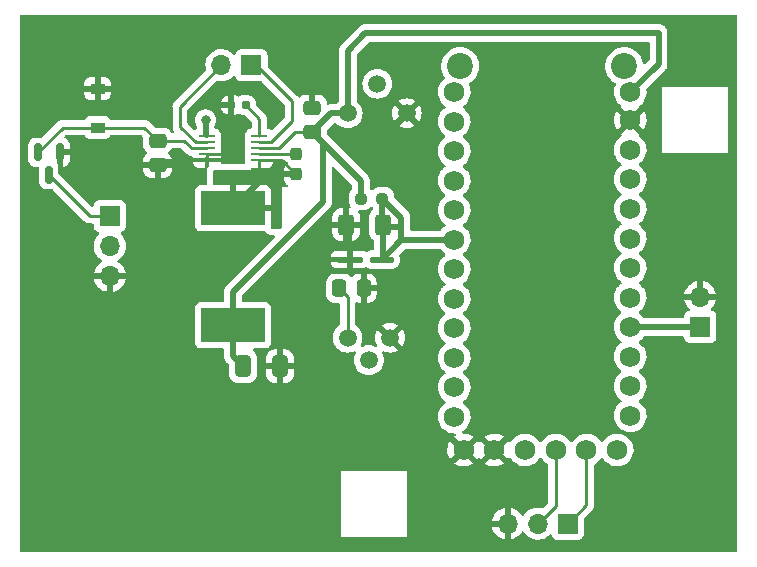
<source format=gtl>
G04 #@! TF.GenerationSoftware,KiCad,Pcbnew,(6.0.1)*
G04 #@! TF.CreationDate,2022-04-24T16:28:56-07:00*
G04 #@! TF.ProjectId,PS_controller,50535f63-6f6e-4747-926f-6c6c65722e6b,rev?*
G04 #@! TF.SameCoordinates,Original*
G04 #@! TF.FileFunction,Copper,L1,Top*
G04 #@! TF.FilePolarity,Positive*
%FSLAX46Y46*%
G04 Gerber Fmt 4.6, Leading zero omitted, Abs format (unit mm)*
G04 Created by KiCad (PCBNEW (6.0.1)) date 2022-04-24 16:28:56*
%MOMM*%
%LPD*%
G01*
G04 APERTURE LIST*
G04 Aperture macros list*
%AMRoundRect*
0 Rectangle with rounded corners*
0 $1 Rounding radius*
0 $2 $3 $4 $5 $6 $7 $8 $9 X,Y pos of 4 corners*
0 Add a 4 corners polygon primitive as box body*
4,1,4,$2,$3,$4,$5,$6,$7,$8,$9,$2,$3,0*
0 Add four circle primitives for the rounded corners*
1,1,$1+$1,$2,$3*
1,1,$1+$1,$4,$5*
1,1,$1+$1,$6,$7*
1,1,$1+$1,$8,$9*
0 Add four rect primitives between the rounded corners*
20,1,$1+$1,$2,$3,$4,$5,0*
20,1,$1+$1,$4,$5,$6,$7,0*
20,1,$1+$1,$6,$7,$8,$9,0*
20,1,$1+$1,$8,$9,$2,$3,0*%
G04 Aperture macros list end*
G04 #@! TA.AperFunction,ComponentPad*
%ADD10R,1.700000X1.700000*%
G04 #@! TD*
G04 #@! TA.AperFunction,ComponentPad*
%ADD11O,1.700000X1.700000*%
G04 #@! TD*
G04 #@! TA.AperFunction,SMDPad,CuDef*
%ADD12R,1.200000X0.900000*%
G04 #@! TD*
G04 #@! TA.AperFunction,SMDPad,CuDef*
%ADD13RoundRect,0.160000X0.197500X0.160000X-0.197500X0.160000X-0.197500X-0.160000X0.197500X-0.160000X0*%
G04 #@! TD*
G04 #@! TA.AperFunction,SMDPad,CuDef*
%ADD14RoundRect,0.150000X-0.150000X0.587500X-0.150000X-0.587500X0.150000X-0.587500X0.150000X0.587500X0*%
G04 #@! TD*
G04 #@! TA.AperFunction,WasherPad*
%ADD15C,2.200000*%
G04 #@! TD*
G04 #@! TA.AperFunction,ComponentPad*
%ADD16C,1.750000*%
G04 #@! TD*
G04 #@! TA.AperFunction,SMDPad,CuDef*
%ADD17RoundRect,0.132750X0.888750X0.132750X-0.888750X0.132750X-0.888750X-0.132750X0.888750X-0.132750X0*%
G04 #@! TD*
G04 #@! TA.AperFunction,SMDPad,CuDef*
%ADD18RoundRect,0.125000X0.996500X0.125000X-0.996500X0.125000X-0.996500X-0.125000X0.996500X-0.125000X0*%
G04 #@! TD*
G04 #@! TA.AperFunction,SMDPad,CuDef*
%ADD19RoundRect,0.250000X-0.400000X-0.625000X0.400000X-0.625000X0.400000X0.625000X-0.400000X0.625000X0*%
G04 #@! TD*
G04 #@! TA.AperFunction,SMDPad,CuDef*
%ADD20RoundRect,0.237500X-0.237500X0.300000X-0.237500X-0.300000X0.237500X-0.300000X0.237500X0.300000X0*%
G04 #@! TD*
G04 #@! TA.AperFunction,SMDPad,CuDef*
%ADD21RoundRect,0.250000X0.475000X-0.337500X0.475000X0.337500X-0.475000X0.337500X-0.475000X-0.337500X0*%
G04 #@! TD*
G04 #@! TA.AperFunction,SMDPad,CuDef*
%ADD22R,1.333500X0.279400*%
G04 #@! TD*
G04 #@! TA.AperFunction,ComponentPad*
%ADD23C,1.498600*%
G04 #@! TD*
G04 #@! TA.AperFunction,SMDPad,CuDef*
%ADD24RoundRect,0.250000X-0.475000X0.337500X-0.475000X-0.337500X0.475000X-0.337500X0.475000X0.337500X0*%
G04 #@! TD*
G04 #@! TA.AperFunction,SMDPad,CuDef*
%ADD25RoundRect,0.250000X-0.412500X-0.650000X0.412500X-0.650000X0.412500X0.650000X-0.412500X0.650000X0*%
G04 #@! TD*
G04 #@! TA.AperFunction,SMDPad,CuDef*
%ADD26R,5.400000X2.900000*%
G04 #@! TD*
G04 #@! TA.AperFunction,SMDPad,CuDef*
%ADD27RoundRect,0.250000X-0.337500X-0.475000X0.337500X-0.475000X0.337500X0.475000X-0.337500X0.475000X0*%
G04 #@! TD*
G04 #@! TA.AperFunction,SMDPad,CuDef*
%ADD28RoundRect,0.237500X0.250000X0.237500X-0.250000X0.237500X-0.250000X-0.237500X0.250000X-0.237500X0*%
G04 #@! TD*
G04 #@! TA.AperFunction,ViaPad*
%ADD29C,0.800000*%
G04 #@! TD*
G04 #@! TA.AperFunction,Conductor*
%ADD30C,0.250000*%
G04 #@! TD*
G04 #@! TA.AperFunction,Conductor*
%ADD31C,0.500000*%
G04 #@! TD*
G04 APERTURE END LIST*
D10*
X215335000Y-111635000D03*
D11*
X212795000Y-111635000D03*
X210255000Y-111635000D03*
D12*
X175514000Y-78104000D03*
X175514000Y-74804000D03*
D13*
X188049500Y-76212500D03*
X186854500Y-76212500D03*
D14*
X172348000Y-80208000D03*
X170448000Y-80208000D03*
X171398000Y-82083000D03*
D15*
X206215000Y-72905000D03*
X220115000Y-72905000D03*
D16*
X220615000Y-102505000D03*
X220615000Y-100005000D03*
X214315000Y-105405000D03*
X216915000Y-105405000D03*
X220615000Y-97505000D03*
X220615000Y-95005000D03*
X220615000Y-92505000D03*
X220615000Y-90005000D03*
X220615000Y-87505000D03*
X220615000Y-85005000D03*
X220615000Y-82505000D03*
X211715000Y-105405000D03*
X220615000Y-80005000D03*
X206515000Y-105405000D03*
X209115000Y-105405000D03*
X220615000Y-77505000D03*
X220615000Y-75105000D03*
X205715000Y-75105000D03*
X205715000Y-77605000D03*
X205715000Y-80105000D03*
X205715000Y-82605000D03*
X205715000Y-85105000D03*
X205715000Y-87605000D03*
X205715000Y-90105000D03*
X205715000Y-92605000D03*
X205715000Y-95105000D03*
X205715000Y-97605000D03*
X205715000Y-100105000D03*
X205715000Y-102605000D03*
X219515000Y-105405000D03*
D17*
X199570000Y-89280000D03*
D18*
X196870000Y-89280000D03*
D10*
X188550000Y-72825000D03*
D11*
X186010000Y-72825000D03*
D19*
X196560000Y-86322000D03*
X199660000Y-86322000D03*
D20*
X192294000Y-80350000D03*
X192294000Y-82075000D03*
D21*
X193700000Y-78490000D03*
X193700000Y-76415000D03*
D10*
X226543000Y-94976000D03*
D11*
X226543000Y-92436000D03*
D22*
X184777850Y-78861740D03*
X184777850Y-79362120D03*
X184777850Y-79862500D03*
X184777850Y-80362880D03*
X184777850Y-80863260D03*
X189210150Y-80863260D03*
X189210150Y-80362880D03*
X189210150Y-79862500D03*
X189210150Y-79362120D03*
X189210150Y-78861740D03*
D10*
X176555000Y-85598000D03*
D11*
X176555000Y-88138000D03*
X176555000Y-90678000D03*
D23*
X196685500Y-95895500D03*
X198485500Y-97795500D03*
X200285500Y-95895500D03*
D24*
X180594000Y-79205000D03*
X180594000Y-81280000D03*
D23*
X196700000Y-76900000D03*
X199200000Y-74400000D03*
X201700000Y-76900000D03*
D25*
X187837500Y-98300000D03*
X190962500Y-98300000D03*
D26*
X187000000Y-84950000D03*
X187000000Y-94850000D03*
D27*
X195972500Y-91700000D03*
X198047500Y-91700000D03*
D28*
X199632500Y-84120000D03*
X197807500Y-84120000D03*
D29*
X175514000Y-72390000D03*
X191090000Y-100900000D03*
X193700000Y-73200000D03*
X176276000Y-80772000D03*
X187000000Y-79700000D03*
X184658000Y-77470000D03*
D30*
X192000000Y-77527362D02*
X192000000Y-75900000D01*
X189210150Y-79362120D02*
X190165242Y-79362120D01*
X188925000Y-72825000D02*
X188550000Y-72825000D01*
X190165242Y-79362120D02*
X192000000Y-77527362D01*
X192000000Y-75900000D02*
X188925000Y-72825000D01*
X183494500Y-79862500D02*
X184777850Y-79862500D01*
X175514000Y-78104000D02*
X179493000Y-78104000D01*
X182837000Y-79205000D02*
X183494500Y-79862500D01*
X170448000Y-80208000D02*
X172552000Y-78104000D01*
X172552000Y-78104000D02*
X175514000Y-78104000D01*
X180594000Y-79205000D02*
X182837000Y-79205000D01*
X179493000Y-78104000D02*
X180594000Y-79205000D01*
X172348000Y-80208000D02*
X175712000Y-80208000D01*
X176784000Y-81280000D02*
X180594000Y-81280000D01*
X175514000Y-72390000D02*
X175514000Y-74804000D01*
X176276000Y-80772000D02*
X176784000Y-81280000D01*
X175712000Y-80208000D02*
X176276000Y-80772000D01*
X186337120Y-80362880D02*
X187000000Y-79700000D01*
X193700000Y-76426742D02*
X193700000Y-73173258D01*
X181010740Y-80863260D02*
X184777850Y-80863260D01*
X196870000Y-89280000D02*
X196870000Y-86632000D01*
X184777850Y-80362880D02*
X184777850Y-80863260D01*
X196870000Y-86632000D02*
X196560000Y-86322000D01*
X180594000Y-81280000D02*
X181010740Y-80863260D01*
X184777850Y-80362880D02*
X186337120Y-80362880D01*
X199632500Y-86294500D02*
X199660000Y-86322000D01*
D31*
X201245000Y-87605000D02*
X201245000Y-86505000D01*
X201245000Y-87605000D02*
X205715000Y-87605000D01*
X201245000Y-85732500D02*
X199632500Y-84120000D01*
X201245000Y-86505000D02*
X199843000Y-86505000D01*
X199660000Y-86322000D02*
X199660000Y-89190000D01*
X199632500Y-84120000D02*
X199632500Y-86294500D01*
X199843000Y-86505000D02*
X199660000Y-86322000D01*
D30*
X199660000Y-89190000D02*
X199570000Y-89280000D01*
D31*
X201245000Y-86505000D02*
X201245000Y-85732500D01*
X199570000Y-89280000D02*
X201245000Y-87605000D01*
X220615000Y-75105000D02*
X223012000Y-72708000D01*
D30*
X192274000Y-78490000D02*
X193700000Y-78490000D01*
D31*
X187000000Y-93650000D02*
X187000000Y-97462500D01*
X187000000Y-97462500D02*
X187837500Y-98300000D01*
X197807500Y-84120000D02*
X197807500Y-82597500D01*
X195290000Y-76900000D02*
X196700000Y-76900000D01*
X194600000Y-79390000D02*
X197230000Y-82020000D01*
X187000000Y-92000000D02*
X194600000Y-84400000D01*
X223012000Y-72708000D02*
X223012000Y-70104000D01*
X187000000Y-93650000D02*
X187000000Y-92000000D01*
X194600000Y-84400000D02*
X194600000Y-79390000D01*
X196700000Y-71600000D02*
X196700000Y-76900000D01*
X223012000Y-70104000D02*
X198196000Y-70104000D01*
X194600000Y-79390000D02*
X193700000Y-78490000D01*
X198196000Y-70104000D02*
X196700000Y-71600000D01*
D30*
X190901500Y-79862500D02*
X192274000Y-78490000D01*
D31*
X193700000Y-78490000D02*
X195290000Y-76900000D01*
D30*
X189210150Y-79862500D02*
X190901500Y-79862500D01*
D31*
X197807500Y-82597500D02*
X197230000Y-82020000D01*
D30*
X188049500Y-76212500D02*
X189210150Y-77373150D01*
X189200000Y-77355705D02*
X189200000Y-78844295D01*
X184658000Y-78741890D02*
X184777850Y-78861740D01*
D31*
X184658000Y-77470000D02*
X184658000Y-78741890D01*
D30*
X195972500Y-91700000D02*
X196685500Y-92413000D01*
X196685500Y-92413000D02*
X196685500Y-95895500D01*
X174913000Y-85598000D02*
X171398000Y-82083000D01*
X176555000Y-85598000D02*
X174913000Y-85598000D01*
X191082260Y-80863260D02*
X189210150Y-80863260D01*
D31*
X189875000Y-82075000D02*
X187000000Y-84950000D01*
X192294000Y-82075000D02*
X189875000Y-82075000D01*
D30*
X192294000Y-82075000D02*
X191082260Y-80863260D01*
X182500000Y-76335000D02*
X186010000Y-72825000D01*
X184777850Y-79362120D02*
X183822758Y-79362120D01*
X182500000Y-78039362D02*
X182500000Y-76335000D01*
X183822758Y-79362120D02*
X182500000Y-78039362D01*
X192281120Y-80362880D02*
X189210150Y-80362880D01*
X192294000Y-80350000D02*
X192281120Y-80362880D01*
X216915000Y-110055000D02*
X215335000Y-111635000D01*
X216915000Y-105405000D02*
X216915000Y-110055000D01*
X214315000Y-110115000D02*
X212795000Y-111635000D01*
X214315000Y-105405000D02*
X214315000Y-110115000D01*
D31*
X220615000Y-95005000D02*
X226514000Y-95005000D01*
D30*
X226514000Y-95005000D02*
X226543000Y-94976000D01*
G04 #@! TA.AperFunction,Conductor*
G36*
X191100000Y-86574000D02*
G01*
X191079998Y-86642121D01*
X191026342Y-86688614D01*
X190974000Y-86700000D01*
X190311900Y-86700000D01*
X190243779Y-86679998D01*
X190197286Y-86626342D01*
X190187182Y-86556068D01*
X190193918Y-86529770D01*
X190198478Y-86517605D01*
X190202105Y-86502351D01*
X190207631Y-86451486D01*
X190208000Y-86444672D01*
X190208000Y-85222115D01*
X190203525Y-85206876D01*
X190202135Y-85205671D01*
X190194452Y-85204000D01*
X186872000Y-85204000D01*
X186803879Y-85183998D01*
X186757386Y-85130342D01*
X186746000Y-85078000D01*
X186746000Y-84677885D01*
X187254000Y-84677885D01*
X187258475Y-84693124D01*
X187259865Y-84694329D01*
X187267548Y-84696000D01*
X190189884Y-84696000D01*
X190205123Y-84691525D01*
X190206328Y-84690135D01*
X190207999Y-84682452D01*
X190207999Y-83455331D01*
X190207629Y-83448510D01*
X190202105Y-83397648D01*
X190198479Y-83382396D01*
X190153324Y-83261946D01*
X190144786Y-83246351D01*
X190068285Y-83144276D01*
X190055724Y-83131715D01*
X189953649Y-83055214D01*
X189938054Y-83046676D01*
X189817606Y-83001522D01*
X189802351Y-82997895D01*
X189751486Y-82992369D01*
X189744672Y-82992000D01*
X187272115Y-82992001D01*
X187256876Y-82996476D01*
X187255671Y-82997866D01*
X187254000Y-83005549D01*
X187254000Y-84677885D01*
X186746000Y-84677885D01*
X186746000Y-83010116D01*
X186741525Y-82994877D01*
X186740135Y-82993672D01*
X186732452Y-82992001D01*
X185426000Y-82992001D01*
X185357879Y-82971999D01*
X185311386Y-82918343D01*
X185300000Y-82866001D01*
X185300000Y-81826000D01*
X185320002Y-81757879D01*
X185373658Y-81711386D01*
X185426000Y-81700000D01*
X191100000Y-81700000D01*
X191100000Y-86574000D01*
G37*
G04 #@! TD.AperFunction*
G04 #@! TA.AperFunction,Conductor*
G36*
X229618121Y-68600002D02*
G01*
X229664614Y-68653658D01*
X229676000Y-68706000D01*
X229676000Y-113920000D01*
X229655998Y-113988121D01*
X229602342Y-114034614D01*
X229550000Y-114046000D01*
X169036000Y-114046000D01*
X168967879Y-114025998D01*
X168921386Y-113972342D01*
X168910000Y-113920000D01*
X168910000Y-112776000D01*
X196088000Y-112776000D01*
X201676000Y-112776000D01*
X201676000Y-111902966D01*
X208923257Y-111902966D01*
X208953565Y-112037446D01*
X208956645Y-112047275D01*
X209036770Y-112244603D01*
X209041413Y-112253794D01*
X209152694Y-112435388D01*
X209158777Y-112443699D01*
X209298213Y-112604667D01*
X209305580Y-112611883D01*
X209469434Y-112747916D01*
X209477881Y-112753831D01*
X209661756Y-112861279D01*
X209671042Y-112865729D01*
X209870001Y-112941703D01*
X209879899Y-112944579D01*
X209983250Y-112965606D01*
X209997299Y-112964410D01*
X210001000Y-112954065D01*
X210001000Y-111907115D01*
X209996525Y-111891876D01*
X209995135Y-111890671D01*
X209987452Y-111889000D01*
X208938225Y-111889000D01*
X208924694Y-111892973D01*
X208923257Y-111902966D01*
X201676000Y-111902966D01*
X201676000Y-111369183D01*
X208919389Y-111369183D01*
X208920912Y-111377607D01*
X208933292Y-111381000D01*
X209982885Y-111381000D01*
X209998124Y-111376525D01*
X209999329Y-111375135D01*
X210001000Y-111367452D01*
X210001000Y-110318102D01*
X209997082Y-110304758D01*
X209982806Y-110302771D01*
X209944324Y-110308660D01*
X209934288Y-110311051D01*
X209731868Y-110377212D01*
X209722359Y-110381209D01*
X209533463Y-110479542D01*
X209524738Y-110485036D01*
X209354433Y-110612905D01*
X209346726Y-110619748D01*
X209199590Y-110773717D01*
X209193104Y-110781727D01*
X209073098Y-110957649D01*
X209068000Y-110966623D01*
X208978338Y-111159783D01*
X208974775Y-111169470D01*
X208919389Y-111369183D01*
X201676000Y-111369183D01*
X201676000Y-107188000D01*
X196088000Y-107188000D01*
X196088000Y-112776000D01*
X168910000Y-112776000D01*
X168910000Y-106548130D01*
X205736700Y-106548130D01*
X205741981Y-106555184D01*
X205910919Y-106653904D01*
X205920202Y-106658351D01*
X206123002Y-106735793D01*
X206132900Y-106738669D01*
X206345625Y-106781948D01*
X206355853Y-106783167D01*
X206572788Y-106791122D01*
X206583074Y-106790655D01*
X206798400Y-106763072D01*
X206808477Y-106760930D01*
X207016401Y-106698549D01*
X207025999Y-106694788D01*
X207220947Y-106599284D01*
X207229785Y-106594015D01*
X207282172Y-106556648D01*
X207288859Y-106548130D01*
X208336700Y-106548130D01*
X208341981Y-106555184D01*
X208510919Y-106653904D01*
X208520202Y-106658351D01*
X208723002Y-106735793D01*
X208732900Y-106738669D01*
X208945625Y-106781948D01*
X208955853Y-106783167D01*
X209172788Y-106791122D01*
X209183074Y-106790655D01*
X209398400Y-106763072D01*
X209408477Y-106760930D01*
X209616401Y-106698549D01*
X209625999Y-106694788D01*
X209820947Y-106599284D01*
X209829785Y-106594015D01*
X209882172Y-106556648D01*
X209890572Y-106545948D01*
X209883585Y-106532795D01*
X209127812Y-105777022D01*
X209113868Y-105769408D01*
X209112035Y-105769539D01*
X209105420Y-105773790D01*
X208343460Y-106535750D01*
X208336700Y-106548130D01*
X207288859Y-106548130D01*
X207290572Y-106545948D01*
X207283585Y-106532795D01*
X206527812Y-105777022D01*
X206513868Y-105769408D01*
X206512035Y-105769539D01*
X206505420Y-105773790D01*
X205743460Y-106535750D01*
X205736700Y-106548130D01*
X168910000Y-106548130D01*
X168910000Y-105376250D01*
X205127971Y-105376250D01*
X205140467Y-105592967D01*
X205141903Y-105603188D01*
X205189627Y-105814948D01*
X205192706Y-105824777D01*
X205274379Y-106025914D01*
X205279022Y-106035105D01*
X205363279Y-106172601D01*
X205373735Y-106182061D01*
X205382513Y-106178277D01*
X206142978Y-105417812D01*
X206149356Y-105406132D01*
X206879408Y-105406132D01*
X206879539Y-105407965D01*
X206883790Y-105414580D01*
X207643388Y-106174178D01*
X207655398Y-106180736D01*
X207667138Y-106171768D01*
X207701502Y-106123945D01*
X207709401Y-106110801D01*
X207761633Y-106062714D01*
X207831571Y-106050499D01*
X207897010Y-106078035D01*
X207924835Y-106109866D01*
X207963278Y-106172600D01*
X207973735Y-106182061D01*
X207982513Y-106178277D01*
X208742978Y-105417812D01*
X208749356Y-105406132D01*
X209479408Y-105406132D01*
X209479539Y-105407965D01*
X209483790Y-105414580D01*
X210243388Y-106174178D01*
X210255398Y-106180736D01*
X210267138Y-106171768D01*
X210301504Y-106123944D01*
X210309108Y-106111288D01*
X210361338Y-106063199D01*
X210431276Y-106050982D01*
X210496716Y-106078515D01*
X210524544Y-106110348D01*
X210527616Y-106115361D01*
X210594744Y-106224904D01*
X210743698Y-106396861D01*
X210918737Y-106542181D01*
X210923189Y-106544783D01*
X210923194Y-106544786D01*
X211078145Y-106635332D01*
X211115160Y-106656962D01*
X211327693Y-106738120D01*
X211332759Y-106739151D01*
X211332760Y-106739151D01*
X211431861Y-106759313D01*
X211550627Y-106783476D01*
X211678437Y-106788163D01*
X211772811Y-106791624D01*
X211772815Y-106791624D01*
X211777975Y-106791813D01*
X211783095Y-106791157D01*
X211783097Y-106791157D01*
X211998504Y-106763563D01*
X211998505Y-106763563D01*
X212003632Y-106762906D01*
X212008582Y-106761421D01*
X212216591Y-106699015D01*
X212216592Y-106699014D01*
X212221537Y-106697531D01*
X212425839Y-106597444D01*
X212430043Y-106594446D01*
X212430047Y-106594443D01*
X212606847Y-106468333D01*
X212606849Y-106468331D01*
X212611051Y-106465334D01*
X212772199Y-106304747D01*
X212904956Y-106119997D01*
X212907248Y-106115360D01*
X212909405Y-106111770D01*
X212961635Y-106063681D01*
X213031573Y-106051465D01*
X213097013Y-106078999D01*
X213124840Y-106110831D01*
X213127616Y-106115361D01*
X213194744Y-106224904D01*
X213343698Y-106396861D01*
X213518737Y-106542181D01*
X213523190Y-106544783D01*
X213523194Y-106544786D01*
X213619071Y-106600812D01*
X213667794Y-106652451D01*
X213681500Y-106709600D01*
X213681500Y-109800405D01*
X213661498Y-109868526D01*
X213644595Y-109889501D01*
X213252344Y-110281751D01*
X213190032Y-110315776D01*
X213141153Y-110316702D01*
X212928373Y-110278800D01*
X212928367Y-110278799D01*
X212923284Y-110277894D01*
X212849452Y-110276992D01*
X212705081Y-110275228D01*
X212705079Y-110275228D01*
X212699911Y-110275165D01*
X212479091Y-110308955D01*
X212266756Y-110378357D01*
X212232778Y-110396045D01*
X212081549Y-110474770D01*
X212068607Y-110481507D01*
X212064474Y-110484610D01*
X212064471Y-110484612D01*
X211894100Y-110612530D01*
X211889965Y-110615635D01*
X211735629Y-110777138D01*
X211732715Y-110781410D01*
X211732714Y-110781411D01*
X211627898Y-110935066D01*
X211572987Y-110980069D01*
X211502462Y-110988240D01*
X211438715Y-110956986D01*
X211418018Y-110932502D01*
X211337426Y-110807926D01*
X211331136Y-110799757D01*
X211187806Y-110642240D01*
X211180273Y-110635215D01*
X211013139Y-110503222D01*
X211004552Y-110497517D01*
X210818117Y-110394599D01*
X210808705Y-110390369D01*
X210607959Y-110319280D01*
X210597988Y-110316646D01*
X210526837Y-110303972D01*
X210513540Y-110305432D01*
X210509000Y-110319989D01*
X210509000Y-112953517D01*
X210513064Y-112967359D01*
X210526478Y-112969393D01*
X210533184Y-112968534D01*
X210543262Y-112966392D01*
X210747255Y-112905191D01*
X210756842Y-112901433D01*
X210948095Y-112807739D01*
X210956945Y-112802464D01*
X211130328Y-112678792D01*
X211138200Y-112672139D01*
X211289052Y-112521812D01*
X211295730Y-112513965D01*
X211423022Y-112336819D01*
X211424279Y-112337722D01*
X211471373Y-112294362D01*
X211541311Y-112282145D01*
X211606751Y-112309678D01*
X211634579Y-112341511D01*
X211694987Y-112440088D01*
X211841250Y-112608938D01*
X212013126Y-112751632D01*
X212206000Y-112864338D01*
X212414692Y-112944030D01*
X212419760Y-112945061D01*
X212419763Y-112945062D01*
X212514862Y-112964410D01*
X212633597Y-112988567D01*
X212638772Y-112988757D01*
X212638774Y-112988757D01*
X212851673Y-112996564D01*
X212851677Y-112996564D01*
X212856837Y-112996753D01*
X212861957Y-112996097D01*
X212861959Y-112996097D01*
X213073288Y-112969025D01*
X213073289Y-112969025D01*
X213078416Y-112968368D01*
X213083366Y-112966883D01*
X213287429Y-112905661D01*
X213287434Y-112905659D01*
X213292384Y-112904174D01*
X213492994Y-112805896D01*
X213674860Y-112676173D01*
X213783091Y-112568319D01*
X213845462Y-112534404D01*
X213916268Y-112539592D01*
X213973030Y-112582238D01*
X213990012Y-112613341D01*
X214034385Y-112731705D01*
X214121739Y-112848261D01*
X214238295Y-112935615D01*
X214374684Y-112986745D01*
X214436866Y-112993500D01*
X216233134Y-112993500D01*
X216295316Y-112986745D01*
X216431705Y-112935615D01*
X216548261Y-112848261D01*
X216635615Y-112731705D01*
X216686745Y-112595316D01*
X216693500Y-112533134D01*
X216693500Y-111224594D01*
X216713502Y-111156473D01*
X216730405Y-111135499D01*
X217307247Y-110558657D01*
X217315537Y-110551113D01*
X217322018Y-110547000D01*
X217368659Y-110497332D01*
X217371413Y-110494491D01*
X217391134Y-110474770D01*
X217393612Y-110471575D01*
X217401318Y-110462553D01*
X217426158Y-110436101D01*
X217431586Y-110430321D01*
X217441346Y-110412568D01*
X217452199Y-110396045D01*
X217459753Y-110386306D01*
X217464613Y-110380041D01*
X217482176Y-110339457D01*
X217487383Y-110328827D01*
X217508695Y-110290060D01*
X217510666Y-110282383D01*
X217510668Y-110282378D01*
X217513732Y-110270442D01*
X217520138Y-110251730D01*
X217525034Y-110240417D01*
X217528181Y-110233145D01*
X217535097Y-110189481D01*
X217537504Y-110177860D01*
X217546528Y-110142711D01*
X217546528Y-110142710D01*
X217548500Y-110135030D01*
X217548500Y-110114769D01*
X217550051Y-110095058D01*
X217551979Y-110082885D01*
X217553219Y-110075057D01*
X217549059Y-110031046D01*
X217548500Y-110019189D01*
X217548500Y-106713912D01*
X217568502Y-106645791D01*
X217616934Y-106602661D01*
X217616757Y-106602364D01*
X217618302Y-106601443D01*
X217619068Y-106600761D01*
X217625839Y-106597444D01*
X217630044Y-106594444D01*
X217630050Y-106594441D01*
X217806847Y-106468333D01*
X217806849Y-106468331D01*
X217811051Y-106465334D01*
X217972199Y-106304747D01*
X218104956Y-106119997D01*
X218107248Y-106115360D01*
X218109405Y-106111770D01*
X218161635Y-106063681D01*
X218231573Y-106051465D01*
X218297013Y-106078999D01*
X218324840Y-106110831D01*
X218327616Y-106115361D01*
X218394744Y-106224904D01*
X218543698Y-106396861D01*
X218718737Y-106542181D01*
X218723189Y-106544783D01*
X218723194Y-106544786D01*
X218878145Y-106635332D01*
X218915160Y-106656962D01*
X219127693Y-106738120D01*
X219132759Y-106739151D01*
X219132760Y-106739151D01*
X219231861Y-106759313D01*
X219350627Y-106783476D01*
X219478437Y-106788163D01*
X219572811Y-106791624D01*
X219572815Y-106791624D01*
X219577975Y-106791813D01*
X219583095Y-106791157D01*
X219583097Y-106791157D01*
X219798504Y-106763563D01*
X219798505Y-106763563D01*
X219803632Y-106762906D01*
X219808582Y-106761421D01*
X220016591Y-106699015D01*
X220016592Y-106699014D01*
X220021537Y-106697531D01*
X220225839Y-106597444D01*
X220230043Y-106594446D01*
X220230047Y-106594443D01*
X220406847Y-106468333D01*
X220406849Y-106468331D01*
X220411051Y-106465334D01*
X220572199Y-106304747D01*
X220626764Y-106228812D01*
X220701938Y-106124198D01*
X220701942Y-106124192D01*
X220704956Y-106119997D01*
X220805755Y-105916046D01*
X220871890Y-105698370D01*
X220901585Y-105472815D01*
X220903242Y-105405000D01*
X220884601Y-105178264D01*
X220829178Y-104957617D01*
X220742670Y-104758663D01*
X220740522Y-104753722D01*
X220740520Y-104753719D01*
X220738462Y-104748985D01*
X220614890Y-104557971D01*
X220461779Y-104389704D01*
X220283241Y-104248704D01*
X220245537Y-104227890D01*
X220198336Y-104201834D01*
X220084072Y-104138757D01*
X220079203Y-104137033D01*
X220079199Y-104137031D01*
X219874496Y-104064541D01*
X219874492Y-104064540D01*
X219869621Y-104062815D01*
X219864528Y-104061908D01*
X219864525Y-104061907D01*
X219650734Y-104023825D01*
X219650728Y-104023824D01*
X219645645Y-104022919D01*
X219572196Y-104022022D01*
X219423331Y-104020203D01*
X219423329Y-104020203D01*
X219418161Y-104020140D01*
X219193278Y-104054552D01*
X218977035Y-104125231D01*
X218972447Y-104127619D01*
X218972443Y-104127621D01*
X218784644Y-104225383D01*
X218775239Y-104230279D01*
X218771106Y-104233382D01*
X218771103Y-104233384D01*
X218714476Y-104275901D01*
X218593310Y-104366875D01*
X218436133Y-104531351D01*
X218433221Y-104535620D01*
X218433215Y-104535628D01*
X218317960Y-104704585D01*
X218263049Y-104749588D01*
X218192524Y-104757759D01*
X218128777Y-104726505D01*
X218108080Y-104702021D01*
X218017698Y-104562311D01*
X218017696Y-104562308D01*
X218014890Y-104557971D01*
X217861779Y-104389704D01*
X217683241Y-104248704D01*
X217645537Y-104227890D01*
X217598336Y-104201834D01*
X217484072Y-104138757D01*
X217479203Y-104137033D01*
X217479199Y-104137031D01*
X217274496Y-104064541D01*
X217274492Y-104064540D01*
X217269621Y-104062815D01*
X217264528Y-104061908D01*
X217264525Y-104061907D01*
X217050734Y-104023825D01*
X217050728Y-104023824D01*
X217045645Y-104022919D01*
X216972196Y-104022022D01*
X216823331Y-104020203D01*
X216823329Y-104020203D01*
X216818161Y-104020140D01*
X216593278Y-104054552D01*
X216377035Y-104125231D01*
X216372447Y-104127619D01*
X216372443Y-104127621D01*
X216184644Y-104225383D01*
X216175239Y-104230279D01*
X216171106Y-104233382D01*
X216171103Y-104233384D01*
X216114476Y-104275901D01*
X215993310Y-104366875D01*
X215836133Y-104531351D01*
X215833221Y-104535620D01*
X215833215Y-104535628D01*
X215717960Y-104704585D01*
X215663049Y-104749588D01*
X215592524Y-104757759D01*
X215528777Y-104726505D01*
X215508080Y-104702021D01*
X215417698Y-104562311D01*
X215417696Y-104562308D01*
X215414890Y-104557971D01*
X215261779Y-104389704D01*
X215083241Y-104248704D01*
X215045537Y-104227890D01*
X214998336Y-104201834D01*
X214884072Y-104138757D01*
X214879203Y-104137033D01*
X214879199Y-104137031D01*
X214674496Y-104064541D01*
X214674492Y-104064540D01*
X214669621Y-104062815D01*
X214664528Y-104061908D01*
X214664525Y-104061907D01*
X214450734Y-104023825D01*
X214450728Y-104023824D01*
X214445645Y-104022919D01*
X214372196Y-104022022D01*
X214223331Y-104020203D01*
X214223329Y-104020203D01*
X214218161Y-104020140D01*
X213993278Y-104054552D01*
X213777035Y-104125231D01*
X213772447Y-104127619D01*
X213772443Y-104127621D01*
X213584644Y-104225383D01*
X213575239Y-104230279D01*
X213571106Y-104233382D01*
X213571103Y-104233384D01*
X213514476Y-104275901D01*
X213393310Y-104366875D01*
X213236133Y-104531351D01*
X213233221Y-104535620D01*
X213233215Y-104535628D01*
X213117960Y-104704585D01*
X213063049Y-104749588D01*
X212992524Y-104757759D01*
X212928777Y-104726505D01*
X212908080Y-104702021D01*
X212817698Y-104562311D01*
X212817696Y-104562308D01*
X212814890Y-104557971D01*
X212661779Y-104389704D01*
X212483241Y-104248704D01*
X212445537Y-104227890D01*
X212398336Y-104201834D01*
X212284072Y-104138757D01*
X212279203Y-104137033D01*
X212279199Y-104137031D01*
X212074496Y-104064541D01*
X212074492Y-104064540D01*
X212069621Y-104062815D01*
X212064528Y-104061908D01*
X212064525Y-104061907D01*
X211850734Y-104023825D01*
X211850728Y-104023824D01*
X211845645Y-104022919D01*
X211772196Y-104022022D01*
X211623331Y-104020203D01*
X211623329Y-104020203D01*
X211618161Y-104020140D01*
X211393278Y-104054552D01*
X211177035Y-104125231D01*
X211172447Y-104127619D01*
X211172443Y-104127621D01*
X210984644Y-104225383D01*
X210975239Y-104230279D01*
X210971106Y-104233382D01*
X210971103Y-104233384D01*
X210914476Y-104275901D01*
X210793310Y-104366875D01*
X210636133Y-104531351D01*
X210620580Y-104554151D01*
X210517655Y-104705034D01*
X210462743Y-104750037D01*
X210392218Y-104758208D01*
X210328471Y-104726954D01*
X210307774Y-104702469D01*
X210266145Y-104638119D01*
X210255458Y-104628915D01*
X210245891Y-104633319D01*
X209487022Y-105392188D01*
X209479408Y-105406132D01*
X208749356Y-105406132D01*
X208750592Y-105403868D01*
X208750461Y-105402035D01*
X208746210Y-105395420D01*
X207986858Y-104636068D01*
X207975322Y-104629768D01*
X207963039Y-104639391D01*
X207917949Y-104705490D01*
X207863037Y-104750492D01*
X207792512Y-104758663D01*
X207728766Y-104727408D01*
X207708069Y-104702925D01*
X207666144Y-104638118D01*
X207655458Y-104628915D01*
X207645891Y-104633319D01*
X206887022Y-105392188D01*
X206879408Y-105406132D01*
X206149356Y-105406132D01*
X206150592Y-105403868D01*
X206150461Y-105402035D01*
X206146210Y-105395420D01*
X205386858Y-104636068D01*
X205375322Y-104629768D01*
X205363039Y-104639391D01*
X205311279Y-104715268D01*
X205306191Y-104724224D01*
X205214795Y-104921121D01*
X205211232Y-104930808D01*
X205153223Y-105139979D01*
X205151292Y-105150100D01*
X205128222Y-105365962D01*
X205127971Y-105376250D01*
X168910000Y-105376250D01*
X168910000Y-90945966D01*
X175223257Y-90945966D01*
X175253565Y-91080446D01*
X175256645Y-91090275D01*
X175336770Y-91287603D01*
X175341413Y-91296794D01*
X175452694Y-91478388D01*
X175458777Y-91486699D01*
X175598213Y-91647667D01*
X175605580Y-91654883D01*
X175769434Y-91790916D01*
X175777881Y-91796831D01*
X175961756Y-91904279D01*
X175971042Y-91908729D01*
X176170001Y-91984703D01*
X176179899Y-91987579D01*
X176283250Y-92008606D01*
X176297299Y-92007410D01*
X176301000Y-91997065D01*
X176301000Y-91996517D01*
X176809000Y-91996517D01*
X176813064Y-92010359D01*
X176826478Y-92012393D01*
X176833184Y-92011534D01*
X176843262Y-92009392D01*
X177047255Y-91948191D01*
X177056842Y-91944433D01*
X177248095Y-91850739D01*
X177256945Y-91845464D01*
X177430328Y-91721792D01*
X177438200Y-91715139D01*
X177589052Y-91564812D01*
X177595730Y-91556965D01*
X177720003Y-91384020D01*
X177725313Y-91375183D01*
X177819670Y-91184267D01*
X177823469Y-91174672D01*
X177885377Y-90970910D01*
X177887555Y-90960837D01*
X177888986Y-90949962D01*
X177886775Y-90935778D01*
X177873617Y-90932000D01*
X176827115Y-90932000D01*
X176811876Y-90936475D01*
X176810671Y-90937865D01*
X176809000Y-90945548D01*
X176809000Y-91996517D01*
X176301000Y-91996517D01*
X176301000Y-90950115D01*
X176296525Y-90934876D01*
X176295135Y-90933671D01*
X176287452Y-90932000D01*
X175238225Y-90932000D01*
X175224694Y-90935973D01*
X175223257Y-90945966D01*
X168910000Y-90945966D01*
X168910000Y-80862002D01*
X169639500Y-80862002D01*
X169639693Y-80864450D01*
X169639693Y-80864458D01*
X169641927Y-80892833D01*
X169642438Y-80899331D01*
X169669636Y-80992949D01*
X169686586Y-81051290D01*
X169688855Y-81059101D01*
X169692892Y-81065927D01*
X169769509Y-81195480D01*
X169769511Y-81195483D01*
X169773547Y-81202307D01*
X169891193Y-81319953D01*
X169898017Y-81323989D01*
X169898020Y-81323991D01*
X169956683Y-81358684D01*
X170034399Y-81404645D01*
X170042010Y-81406856D01*
X170042012Y-81406857D01*
X170094231Y-81422028D01*
X170194169Y-81451062D01*
X170200574Y-81451566D01*
X170200579Y-81451567D01*
X170229042Y-81453807D01*
X170229050Y-81453807D01*
X170231498Y-81454000D01*
X170463500Y-81454000D01*
X170531621Y-81474002D01*
X170578114Y-81527658D01*
X170589500Y-81580000D01*
X170589500Y-82737002D01*
X170589693Y-82739450D01*
X170589693Y-82739458D01*
X170590830Y-82753899D01*
X170592438Y-82774331D01*
X170638855Y-82934101D01*
X170642892Y-82940927D01*
X170719509Y-83070480D01*
X170719511Y-83070483D01*
X170723547Y-83077307D01*
X170841193Y-83194953D01*
X170848017Y-83198989D01*
X170848020Y-83198991D01*
X170909463Y-83235328D01*
X170984399Y-83279645D01*
X170992010Y-83281856D01*
X170992012Y-83281857D01*
X171030612Y-83293071D01*
X171144169Y-83326062D01*
X171150574Y-83326566D01*
X171150579Y-83326567D01*
X171179042Y-83328807D01*
X171179050Y-83328807D01*
X171181498Y-83329000D01*
X171614502Y-83329000D01*
X171616950Y-83328807D01*
X171616958Y-83328807D01*
X171645421Y-83326567D01*
X171645426Y-83326566D01*
X171651831Y-83326062D01*
X171658006Y-83324268D01*
X171664345Y-83323110D01*
X171664851Y-83325882D01*
X171723558Y-83326035D01*
X171776839Y-83357743D01*
X174409343Y-85990247D01*
X174416887Y-85998537D01*
X174421000Y-86005018D01*
X174426777Y-86010443D01*
X174470667Y-86051658D01*
X174473509Y-86054413D01*
X174493231Y-86074135D01*
X174496355Y-86076558D01*
X174496359Y-86076562D01*
X174496424Y-86076612D01*
X174505445Y-86084317D01*
X174537679Y-86114586D01*
X174544627Y-86118405D01*
X174544629Y-86118407D01*
X174555432Y-86124346D01*
X174571959Y-86135202D01*
X174581698Y-86142757D01*
X174581700Y-86142758D01*
X174587960Y-86147614D01*
X174628540Y-86165174D01*
X174639188Y-86170391D01*
X174677940Y-86191695D01*
X174685616Y-86193666D01*
X174685619Y-86193667D01*
X174697562Y-86196733D01*
X174716267Y-86203137D01*
X174734855Y-86211181D01*
X174742678Y-86212420D01*
X174742688Y-86212423D01*
X174778524Y-86218099D01*
X174790144Y-86220505D01*
X174825289Y-86229528D01*
X174832970Y-86231500D01*
X174853224Y-86231500D01*
X174872934Y-86233051D01*
X174892943Y-86236220D01*
X174900835Y-86235474D01*
X174936961Y-86232059D01*
X174948819Y-86231500D01*
X175070500Y-86231500D01*
X175138621Y-86251502D01*
X175185114Y-86305158D01*
X175196500Y-86357500D01*
X175196500Y-86496134D01*
X175203255Y-86558316D01*
X175254385Y-86694705D01*
X175341739Y-86811261D01*
X175458295Y-86898615D01*
X175466704Y-86901767D01*
X175466705Y-86901768D01*
X175575451Y-86942535D01*
X175632216Y-86985176D01*
X175656916Y-87051738D01*
X175641709Y-87121087D01*
X175622316Y-87147568D01*
X175499816Y-87275757D01*
X175495629Y-87280138D01*
X175369743Y-87464680D01*
X175354003Y-87498590D01*
X175291037Y-87634239D01*
X175275688Y-87667305D01*
X175215989Y-87882570D01*
X175192251Y-88104695D01*
X175192548Y-88109848D01*
X175192548Y-88109851D01*
X175198011Y-88204590D01*
X175205110Y-88327715D01*
X175206247Y-88332761D01*
X175206248Y-88332767D01*
X175228392Y-88431023D01*
X175254222Y-88545639D01*
X175338266Y-88752616D01*
X175340965Y-88757020D01*
X175449776Y-88934584D01*
X175454987Y-88943088D01*
X175601250Y-89111938D01*
X175773126Y-89254632D01*
X175846955Y-89297774D01*
X175895679Y-89349412D01*
X175908750Y-89419195D01*
X175882019Y-89484967D01*
X175841562Y-89518327D01*
X175833457Y-89522546D01*
X175824738Y-89528036D01*
X175654433Y-89655905D01*
X175646726Y-89662748D01*
X175499590Y-89816717D01*
X175493104Y-89824727D01*
X175373098Y-90000649D01*
X175368000Y-90009623D01*
X175278338Y-90202783D01*
X175274775Y-90212470D01*
X175219389Y-90412183D01*
X175220912Y-90420607D01*
X175233292Y-90424000D01*
X177873344Y-90424000D01*
X177886875Y-90420027D01*
X177888180Y-90410947D01*
X177846214Y-90243875D01*
X177842894Y-90234124D01*
X177757972Y-90038814D01*
X177753105Y-90029739D01*
X177637426Y-89850926D01*
X177631136Y-89842757D01*
X177487806Y-89685240D01*
X177480273Y-89678215D01*
X177313139Y-89546222D01*
X177304556Y-89540520D01*
X177267602Y-89520120D01*
X177217631Y-89469687D01*
X177202859Y-89400245D01*
X177227975Y-89333839D01*
X177255327Y-89307232D01*
X177318304Y-89262311D01*
X177434860Y-89179173D01*
X177478566Y-89135620D01*
X177589435Y-89025137D01*
X177593096Y-89021489D01*
X177596716Y-89016452D01*
X177720435Y-88844277D01*
X177723453Y-88840077D01*
X177728296Y-88830279D01*
X177820136Y-88644453D01*
X177820137Y-88644451D01*
X177822430Y-88639811D01*
X177887370Y-88426069D01*
X177916529Y-88204590D01*
X177918156Y-88138000D01*
X177899852Y-87915361D01*
X177845431Y-87698702D01*
X177756354Y-87493840D01*
X177684923Y-87383425D01*
X177637822Y-87310617D01*
X177637820Y-87310614D01*
X177635014Y-87306277D01*
X177631532Y-87302450D01*
X177487798Y-87144488D01*
X177456746Y-87080642D01*
X177465141Y-87010143D01*
X177510317Y-86955375D01*
X177536761Y-86941706D01*
X177643297Y-86901767D01*
X177651705Y-86898615D01*
X177768261Y-86811261D01*
X177855615Y-86694705D01*
X177906745Y-86558316D01*
X177913500Y-86496134D01*
X177913500Y-84699866D01*
X177906745Y-84637684D01*
X177855615Y-84501295D01*
X177768261Y-84384739D01*
X177651705Y-84297385D01*
X177515316Y-84246255D01*
X177453134Y-84239500D01*
X175656866Y-84239500D01*
X175594684Y-84246255D01*
X175458295Y-84297385D01*
X175341739Y-84384739D01*
X175254385Y-84501295D01*
X175203255Y-84637684D01*
X175201090Y-84657617D01*
X175196903Y-84696154D01*
X175169661Y-84761716D01*
X175111298Y-84802142D01*
X175040344Y-84804597D01*
X174982545Y-84771641D01*
X173687370Y-83476465D01*
X172243405Y-82032500D01*
X172209379Y-81970188D01*
X172206500Y-81943405D01*
X172206500Y-81664595D01*
X179361001Y-81664595D01*
X179361338Y-81671114D01*
X179371257Y-81766706D01*
X179374149Y-81780100D01*
X179425588Y-81934284D01*
X179431761Y-81947462D01*
X179517063Y-82085307D01*
X179526099Y-82096708D01*
X179640829Y-82211239D01*
X179652240Y-82220251D01*
X179790243Y-82305316D01*
X179803424Y-82311463D01*
X179957710Y-82362638D01*
X179971086Y-82365505D01*
X180065438Y-82375172D01*
X180071854Y-82375500D01*
X180321885Y-82375500D01*
X180337124Y-82371025D01*
X180338329Y-82369635D01*
X180340000Y-82361952D01*
X180340000Y-82357384D01*
X180848000Y-82357384D01*
X180852475Y-82372623D01*
X180853865Y-82373828D01*
X180861548Y-82375499D01*
X181116095Y-82375499D01*
X181122614Y-82375162D01*
X181218206Y-82365243D01*
X181231600Y-82362351D01*
X181385784Y-82310912D01*
X181398962Y-82304739D01*
X181536807Y-82219437D01*
X181548208Y-82210401D01*
X181662739Y-82095671D01*
X181671751Y-82084260D01*
X181756816Y-81946257D01*
X181762963Y-81933076D01*
X181814138Y-81778790D01*
X181817005Y-81765414D01*
X181826672Y-81671062D01*
X181827000Y-81664646D01*
X181827000Y-81552115D01*
X181822525Y-81536876D01*
X181821135Y-81535671D01*
X181813452Y-81534000D01*
X180866115Y-81534000D01*
X180850876Y-81538475D01*
X180849671Y-81539865D01*
X180848000Y-81547548D01*
X180848000Y-82357384D01*
X180340000Y-82357384D01*
X180340000Y-81552115D01*
X180335525Y-81536876D01*
X180334135Y-81535671D01*
X180326452Y-81534000D01*
X179379116Y-81534000D01*
X179363877Y-81538475D01*
X179362672Y-81539865D01*
X179361001Y-81547548D01*
X179361001Y-81664595D01*
X172206500Y-81664595D01*
X172206500Y-81432378D01*
X172602000Y-81432378D01*
X172605973Y-81445909D01*
X172613871Y-81447044D01*
X172753790Y-81406393D01*
X172768221Y-81400148D01*
X172897678Y-81323589D01*
X172910104Y-81313949D01*
X173016449Y-81207604D01*
X173026089Y-81195178D01*
X173102648Y-81065721D01*
X173108893Y-81051290D01*
X173109957Y-81047629D01*
X183603101Y-81047629D01*
X183603471Y-81054450D01*
X183608995Y-81105312D01*
X183612621Y-81120564D01*
X183657776Y-81241014D01*
X183666314Y-81256609D01*
X183742815Y-81358684D01*
X183755376Y-81371245D01*
X183857451Y-81447746D01*
X183873046Y-81456284D01*
X183993494Y-81501438D01*
X184008749Y-81505065D01*
X184059614Y-81510591D01*
X184066428Y-81510960D01*
X184620036Y-81510960D01*
X184647219Y-81502979D01*
X184638150Y-81461287D01*
X184638150Y-81021075D01*
X184633675Y-81005836D01*
X184632285Y-81004631D01*
X184624602Y-81002960D01*
X183621216Y-81002960D01*
X183605977Y-81007435D01*
X183604772Y-81008825D01*
X183603101Y-81016508D01*
X183603101Y-81047629D01*
X173109957Y-81047629D01*
X173151269Y-80905435D01*
X173153570Y-80892833D01*
X173155807Y-80864416D01*
X173156000Y-80859486D01*
X173156000Y-80480115D01*
X173151525Y-80464876D01*
X173150135Y-80463671D01*
X173142452Y-80462000D01*
X172620115Y-80462000D01*
X172604876Y-80466475D01*
X172603671Y-80467865D01*
X172602000Y-80475548D01*
X172602000Y-81432378D01*
X172206500Y-81432378D01*
X172206500Y-81428998D01*
X172206307Y-81426542D01*
X172204067Y-81398079D01*
X172204066Y-81398074D01*
X172203562Y-81391669D01*
X172165736Y-81261470D01*
X172159357Y-81239512D01*
X172159356Y-81239510D01*
X172157145Y-81231899D01*
X172119637Y-81168476D01*
X172111547Y-81154797D01*
X172094000Y-81090658D01*
X172094000Y-80080000D01*
X172114002Y-80011879D01*
X172167658Y-79965386D01*
X172220000Y-79954000D01*
X173137884Y-79954000D01*
X173153123Y-79949525D01*
X173154328Y-79948135D01*
X173155999Y-79940452D01*
X173155999Y-79556517D01*
X173155805Y-79551580D01*
X173153570Y-79523164D01*
X173151270Y-79510569D01*
X173108893Y-79364710D01*
X173102648Y-79350279D01*
X173026089Y-79220822D01*
X173016449Y-79208396D01*
X172910104Y-79102051D01*
X172897674Y-79092409D01*
X172762149Y-79012261D01*
X172713696Y-78960369D01*
X172700990Y-78890518D01*
X172728065Y-78824887D01*
X172737192Y-78814712D01*
X172777499Y-78774405D01*
X172839811Y-78740379D01*
X172866594Y-78737500D01*
X174355567Y-78737500D01*
X174423688Y-78757502D01*
X174463000Y-78799678D01*
X174463385Y-78800705D01*
X174550739Y-78917261D01*
X174667295Y-79004615D01*
X174803684Y-79055745D01*
X174865866Y-79062500D01*
X176162134Y-79062500D01*
X176224316Y-79055745D01*
X176360705Y-79004615D01*
X176477261Y-78917261D01*
X176564615Y-78800705D01*
X176564861Y-78800049D01*
X176612175Y-78752843D01*
X176672433Y-78737500D01*
X179178406Y-78737500D01*
X179246527Y-78757502D01*
X179267501Y-78774405D01*
X179323595Y-78830499D01*
X179357621Y-78892811D01*
X179360500Y-78919594D01*
X179360500Y-79592900D01*
X179360837Y-79596146D01*
X179360837Y-79596150D01*
X179368984Y-79674666D01*
X179371474Y-79698666D01*
X179373655Y-79705202D01*
X179373655Y-79705204D01*
X179398030Y-79778264D01*
X179427450Y-79866446D01*
X179520522Y-80016848D01*
X179645697Y-80141805D01*
X179650235Y-80144602D01*
X179690824Y-80201853D01*
X179694054Y-80272776D01*
X179658428Y-80334187D01*
X179649932Y-80341562D01*
X179639793Y-80349598D01*
X179525261Y-80464329D01*
X179516249Y-80475740D01*
X179431184Y-80613743D01*
X179425037Y-80626924D01*
X179373862Y-80781210D01*
X179370995Y-80794586D01*
X179361328Y-80888938D01*
X179361000Y-80895355D01*
X179361000Y-81007885D01*
X179365475Y-81023124D01*
X179366865Y-81024329D01*
X179374548Y-81026000D01*
X181808884Y-81026000D01*
X181824123Y-81021525D01*
X181825328Y-81020135D01*
X181826999Y-81012452D01*
X181826999Y-80895405D01*
X181826662Y-80888886D01*
X181816743Y-80793294D01*
X181813851Y-80779900D01*
X181762412Y-80625716D01*
X181756239Y-80612538D01*
X181670937Y-80474693D01*
X181661901Y-80463292D01*
X181547172Y-80348762D01*
X181538238Y-80341706D01*
X181497177Y-80283788D01*
X181493947Y-80212865D01*
X181529574Y-80151454D01*
X181537407Y-80144654D01*
X181543348Y-80140978D01*
X181555683Y-80128622D01*
X181663134Y-80020983D01*
X181668305Y-80015803D01*
X181740684Y-79898383D01*
X181793455Y-79850891D01*
X181847943Y-79838500D01*
X182522406Y-79838500D01*
X182590527Y-79858502D01*
X182611501Y-79875405D01*
X182990843Y-80254747D01*
X182998387Y-80263037D01*
X183002500Y-80269518D01*
X183008277Y-80274943D01*
X183052167Y-80316158D01*
X183055009Y-80318913D01*
X183074730Y-80338634D01*
X183077925Y-80341112D01*
X183086947Y-80348818D01*
X183119179Y-80379086D01*
X183126128Y-80382906D01*
X183136932Y-80388846D01*
X183153456Y-80399699D01*
X183169459Y-80412113D01*
X183210043Y-80429676D01*
X183220673Y-80434883D01*
X183259440Y-80456195D01*
X183267117Y-80458166D01*
X183267122Y-80458168D01*
X183279058Y-80461232D01*
X183297766Y-80467637D01*
X183316355Y-80475681D01*
X183324180Y-80476920D01*
X183324182Y-80476921D01*
X183360019Y-80482597D01*
X183371640Y-80485004D01*
X183406789Y-80494028D01*
X183414470Y-80496000D01*
X183434731Y-80496000D01*
X183454440Y-80497551D01*
X183474443Y-80500719D01*
X183482337Y-80499973D01*
X183485687Y-80500078D01*
X183553146Y-80522209D01*
X183597931Y-80577298D01*
X183606994Y-80639623D01*
X183603469Y-80672072D01*
X183603100Y-80678888D01*
X183603100Y-80705445D01*
X183607575Y-80720684D01*
X183608965Y-80721889D01*
X183616648Y-80723560D01*
X184620035Y-80723560D01*
X184635274Y-80719085D01*
X184636479Y-80717695D01*
X184638150Y-80710012D01*
X184638150Y-80636700D01*
X184658152Y-80568579D01*
X184711808Y-80522086D01*
X184764150Y-80510700D01*
X184791550Y-80510700D01*
X184859671Y-80530702D01*
X184906164Y-80584358D01*
X184917550Y-80636700D01*
X184917550Y-80705445D01*
X184922025Y-80720684D01*
X184923415Y-80721889D01*
X184931098Y-80723560D01*
X185934484Y-80723560D01*
X185949723Y-80719085D01*
X185950928Y-80717695D01*
X185952599Y-80710012D01*
X185952599Y-80678891D01*
X185952230Y-80672072D01*
X185947299Y-80626679D01*
X185947299Y-80599465D01*
X185952231Y-80554066D01*
X185952600Y-80547252D01*
X185952600Y-80520695D01*
X185948125Y-80505456D01*
X185946733Y-80504250D01*
X185929588Y-80500520D01*
X185867276Y-80466495D01*
X185833251Y-80404183D01*
X185838317Y-80333367D01*
X185855546Y-80301835D01*
X185872306Y-80279473D01*
X185883728Y-80264232D01*
X185940587Y-80221717D01*
X185949057Y-80218901D01*
X185949723Y-80218706D01*
X185950928Y-80217315D01*
X185952599Y-80209632D01*
X185952599Y-80178510D01*
X185952230Y-80171689D01*
X185947552Y-80128622D01*
X185947552Y-80101410D01*
X185952731Y-80053733D01*
X185952731Y-80053728D01*
X185953100Y-80050334D01*
X185953100Y-79674666D01*
X185947804Y-79625915D01*
X185947804Y-79598701D01*
X185948082Y-79596150D01*
X185953100Y-79549954D01*
X185953100Y-79174286D01*
X185947804Y-79125535D01*
X185947804Y-79098321D01*
X185948052Y-79096047D01*
X185953100Y-79049574D01*
X185953100Y-78673906D01*
X185946345Y-78611724D01*
X185895215Y-78475335D01*
X185807861Y-78358779D01*
X185691305Y-78271425D01*
X185554916Y-78220295D01*
X185547064Y-78219442D01*
X185547060Y-78219441D01*
X185528893Y-78217468D01*
X185463330Y-78190226D01*
X185422904Y-78131863D01*
X185416500Y-78092205D01*
X185416500Y-78006999D01*
X185433381Y-77943999D01*
X185489223Y-77847279D01*
X185489224Y-77847278D01*
X185492527Y-77841556D01*
X185551542Y-77659928D01*
X185552838Y-77647602D01*
X185570814Y-77476565D01*
X185571504Y-77470000D01*
X185556983Y-77331836D01*
X185552232Y-77286635D01*
X185552232Y-77286633D01*
X185551542Y-77280072D01*
X185492527Y-77098444D01*
X185480144Y-77076995D01*
X185449397Y-77023740D01*
X185397040Y-76933056D01*
X185358651Y-76890420D01*
X185273675Y-76796045D01*
X185273674Y-76796044D01*
X185269253Y-76791134D01*
X185114752Y-76678882D01*
X185108724Y-76676198D01*
X185108722Y-76676197D01*
X184946319Y-76603891D01*
X184946318Y-76603891D01*
X184940288Y-76601206D01*
X184846887Y-76581353D01*
X184759944Y-76562872D01*
X184759939Y-76562872D01*
X184753487Y-76561500D01*
X184562513Y-76561500D01*
X184556061Y-76562872D01*
X184556056Y-76562872D01*
X184469113Y-76581353D01*
X184375712Y-76601206D01*
X184369682Y-76603891D01*
X184369681Y-76603891D01*
X184207278Y-76676197D01*
X184207276Y-76676198D01*
X184201248Y-76678882D01*
X184046747Y-76791134D01*
X184042326Y-76796044D01*
X184042325Y-76796045D01*
X183957350Y-76890420D01*
X183918960Y-76933056D01*
X183866603Y-77023740D01*
X183835857Y-77076995D01*
X183823473Y-77098444D01*
X183764458Y-77280072D01*
X183763768Y-77286633D01*
X183763768Y-77286635D01*
X183759017Y-77331836D01*
X183744496Y-77470000D01*
X183745186Y-77476565D01*
X183763163Y-77647602D01*
X183764458Y-77659928D01*
X183823473Y-77841556D01*
X183826776Y-77847278D01*
X183826777Y-77847279D01*
X183882619Y-77943999D01*
X183899500Y-78006999D01*
X183899500Y-78182088D01*
X183879498Y-78250209D01*
X183849065Y-78282914D01*
X183816667Y-78307195D01*
X183750161Y-78332043D01*
X183680778Y-78316990D01*
X183652007Y-78295464D01*
X183170405Y-77813862D01*
X183136379Y-77751550D01*
X183133500Y-77724767D01*
X183133500Y-76649594D01*
X183153502Y-76581473D01*
X183170405Y-76560499D01*
X183248000Y-76482904D01*
X185994239Y-76482904D01*
X185994751Y-76488473D01*
X185997361Y-76501506D01*
X186041439Y-76642161D01*
X186047645Y-76655906D01*
X186123533Y-76781211D01*
X186132840Y-76793080D01*
X186236420Y-76896660D01*
X186248289Y-76905967D01*
X186373594Y-76981855D01*
X186387339Y-76988061D01*
X186527989Y-77032137D01*
X186541036Y-77034750D01*
X186582459Y-77038556D01*
X186597336Y-77035634D01*
X186600500Y-77023740D01*
X186600500Y-76484615D01*
X186596025Y-76469376D01*
X186594635Y-76468171D01*
X186586952Y-76466500D01*
X186010847Y-76466500D01*
X185996302Y-76470771D01*
X185994239Y-76482904D01*
X183248000Y-76482904D01*
X183790443Y-75940461D01*
X185994389Y-75940461D01*
X185997312Y-75955335D01*
X186009207Y-75958500D01*
X186582385Y-75958500D01*
X186597624Y-75954025D01*
X186598829Y-75952635D01*
X186600500Y-75944952D01*
X186600500Y-75402902D01*
X186596229Y-75388357D01*
X186584096Y-75386294D01*
X186541027Y-75390251D01*
X186527994Y-75392861D01*
X186387339Y-75436939D01*
X186373594Y-75443145D01*
X186248289Y-75519033D01*
X186236420Y-75528340D01*
X186132840Y-75631920D01*
X186123533Y-75643789D01*
X186047645Y-75769094D01*
X186041439Y-75782839D01*
X185997361Y-75923494D01*
X185994751Y-75936527D01*
X185994389Y-75940461D01*
X183790443Y-75940461D01*
X185554549Y-74176355D01*
X185616861Y-74142329D01*
X185668762Y-74141979D01*
X185848597Y-74178567D01*
X185853772Y-74178757D01*
X185853774Y-74178757D01*
X186066673Y-74186564D01*
X186066677Y-74186564D01*
X186071837Y-74186753D01*
X186076957Y-74186097D01*
X186076959Y-74186097D01*
X186288288Y-74159025D01*
X186288289Y-74159025D01*
X186293416Y-74158368D01*
X186298366Y-74156883D01*
X186502429Y-74095661D01*
X186502434Y-74095659D01*
X186507384Y-74094174D01*
X186707994Y-73995896D01*
X186889860Y-73866173D01*
X186998091Y-73758319D01*
X187060462Y-73724404D01*
X187131268Y-73729592D01*
X187188030Y-73772238D01*
X187205012Y-73803341D01*
X187224574Y-73855521D01*
X187249385Y-73921705D01*
X187336739Y-74038261D01*
X187453295Y-74125615D01*
X187589684Y-74176745D01*
X187651866Y-74183500D01*
X189335406Y-74183500D01*
X189403527Y-74203502D01*
X189424501Y-74220405D01*
X191329595Y-76125499D01*
X191363621Y-76187811D01*
X191366500Y-76214594D01*
X191366500Y-77212768D01*
X191346498Y-77280889D01*
X191329595Y-77301863D01*
X190335993Y-78295464D01*
X190273681Y-78329490D01*
X190202865Y-78324425D01*
X190171333Y-78307195D01*
X190130792Y-78276811D01*
X190130790Y-78276810D01*
X190123605Y-78271425D01*
X189987216Y-78220295D01*
X189979364Y-78219442D01*
X189979360Y-78219441D01*
X189945893Y-78215806D01*
X189880331Y-78188564D01*
X189839904Y-78130202D01*
X189833500Y-78090543D01*
X189833500Y-77502414D01*
X189836534Y-77474928D01*
X189840953Y-77455157D01*
X189845852Y-77433241D01*
X189840824Y-77273261D01*
X189805420Y-77151402D01*
X189798379Y-77127167D01*
X189796168Y-77119557D01*
X189776044Y-77085529D01*
X189767347Y-77067776D01*
X189759552Y-77048088D01*
X189732666Y-77011082D01*
X189726148Y-77001160D01*
X189718729Y-76988614D01*
X189718728Y-76988613D01*
X189714692Y-76981788D01*
X189709084Y-76976180D01*
X189708334Y-76975213D01*
X189696762Y-76961665D01*
X189687550Y-76948985D01*
X189665472Y-76918598D01*
X189589166Y-76855472D01*
X189580387Y-76847483D01*
X188952404Y-76219500D01*
X188918378Y-76157188D01*
X188915499Y-76130405D01*
X188915499Y-75999064D01*
X188915030Y-75993953D01*
X188911350Y-75953900D01*
X188909134Y-75929781D01*
X188897498Y-75892651D01*
X188863020Y-75782631D01*
X188863019Y-75782629D01*
X188860748Y-75775382D01*
X188776930Y-75636982D01*
X188662518Y-75522570D01*
X188524118Y-75438752D01*
X188516871Y-75436481D01*
X188516869Y-75436480D01*
X188454715Y-75417002D01*
X188369719Y-75390366D01*
X188300437Y-75384000D01*
X188297539Y-75384000D01*
X188048849Y-75384001D01*
X187798564Y-75384001D01*
X187795705Y-75384264D01*
X187795697Y-75384264D01*
X187761924Y-75387367D01*
X187729281Y-75390366D01*
X187722903Y-75392365D01*
X187722902Y-75392365D01*
X187582131Y-75436480D01*
X187582129Y-75436481D01*
X187574882Y-75438752D01*
X187568385Y-75442687D01*
X187568380Y-75442689D01*
X187516789Y-75473934D01*
X187448160Y-75492114D01*
X187386245Y-75473934D01*
X187335412Y-75443148D01*
X187321661Y-75436939D01*
X187181011Y-75392863D01*
X187167964Y-75390250D01*
X187126541Y-75386444D01*
X187111664Y-75389366D01*
X187108500Y-75401260D01*
X187108500Y-77022098D01*
X187112771Y-77036643D01*
X187124904Y-77038706D01*
X187167973Y-77034749D01*
X187181006Y-77032139D01*
X187321661Y-76988061D01*
X187335412Y-76981852D01*
X187386245Y-76951066D01*
X187454874Y-76932886D01*
X187516789Y-76951066D01*
X187568380Y-76982311D01*
X187568385Y-76982313D01*
X187574882Y-76986248D01*
X187582129Y-76988519D01*
X187582131Y-76988520D01*
X187622466Y-77001160D01*
X187729281Y-77034634D01*
X187798563Y-77041000D01*
X187929905Y-77041000D01*
X187998026Y-77061002D01*
X188019000Y-77077905D01*
X188529595Y-77588500D01*
X188563621Y-77650812D01*
X188566500Y-77677595D01*
X188566500Y-78092748D01*
X188546498Y-78160869D01*
X188492842Y-78207362D01*
X188454108Y-78218011D01*
X188451455Y-78218299D01*
X188433084Y-78220295D01*
X188296695Y-78271425D01*
X188180139Y-78358779D01*
X188092785Y-78475335D01*
X188041655Y-78611724D01*
X188034900Y-78673906D01*
X188034900Y-79049574D01*
X188039949Y-79096047D01*
X188040196Y-79098321D01*
X188040196Y-79125535D01*
X188034900Y-79174286D01*
X188034900Y-79549954D01*
X188039919Y-79596150D01*
X188040196Y-79598701D01*
X188040196Y-79625915D01*
X188034900Y-79674666D01*
X188034900Y-80050334D01*
X188037343Y-80072815D01*
X188040196Y-80099081D01*
X188040196Y-80126295D01*
X188034900Y-80175046D01*
X188034900Y-80550714D01*
X188035269Y-80554108D01*
X188040196Y-80599461D01*
X188040196Y-80626675D01*
X188034900Y-80675426D01*
X188034900Y-81051094D01*
X188035269Y-81054491D01*
X188035453Y-81057888D01*
X188034042Y-81057964D01*
X188022513Y-81122275D01*
X187974192Y-81174291D01*
X187909778Y-81192000D01*
X186077717Y-81192000D01*
X186009596Y-81171998D01*
X185963103Y-81118342D01*
X185953348Y-81057913D01*
X185952047Y-81057843D01*
X185952600Y-81047632D01*
X185952600Y-81021075D01*
X185948125Y-81005836D01*
X185946735Y-81004631D01*
X185939052Y-81002960D01*
X184935665Y-81002960D01*
X184920426Y-81007435D01*
X184919221Y-81008825D01*
X184917550Y-81016508D01*
X184917550Y-81409856D01*
X184897726Y-81477370D01*
X184892645Y-81483234D01*
X184879983Y-81510960D01*
X184878764Y-81513630D01*
X184832271Y-81567285D01*
X184812168Y-81573188D01*
X184824799Y-81600845D01*
X184820977Y-81654272D01*
X184812577Y-81682881D01*
X184811937Y-81687329D01*
X184811936Y-81687336D01*
X184792639Y-81821552D01*
X184792638Y-81821559D01*
X184792000Y-81826000D01*
X184792000Y-82865500D01*
X184771998Y-82933621D01*
X184718342Y-82980114D01*
X184666000Y-82991500D01*
X184251866Y-82991500D01*
X184189684Y-82998255D01*
X184053295Y-83049385D01*
X183936739Y-83136739D01*
X183849385Y-83253295D01*
X183798255Y-83389684D01*
X183791500Y-83451866D01*
X183791500Y-86448134D01*
X183798255Y-86510316D01*
X183849385Y-86646705D01*
X183936739Y-86763261D01*
X184053295Y-86850615D01*
X184189684Y-86901745D01*
X184251866Y-86908500D01*
X189712884Y-86908500D01*
X189781005Y-86928502D01*
X189812762Y-86958071D01*
X189813365Y-86959010D01*
X189859858Y-87012666D01*
X189969134Y-87107355D01*
X190100660Y-87167421D01*
X190124414Y-87174396D01*
X190164458Y-87186154D01*
X190164462Y-87186155D01*
X190168781Y-87187423D01*
X190173229Y-87188063D01*
X190173236Y-87188064D01*
X190307452Y-87207361D01*
X190307459Y-87207362D01*
X190311900Y-87208000D01*
X190415129Y-87208000D01*
X190483250Y-87228002D01*
X190529743Y-87281658D01*
X190539847Y-87351932D01*
X190510353Y-87416512D01*
X190504224Y-87423095D01*
X186511089Y-91416230D01*
X186496677Y-91428616D01*
X186485082Y-91437149D01*
X186485077Y-91437154D01*
X186479182Y-91441492D01*
X186474443Y-91447070D01*
X186474440Y-91447073D01*
X186444965Y-91481768D01*
X186438035Y-91489284D01*
X186432340Y-91494979D01*
X186430060Y-91497861D01*
X186414719Y-91517251D01*
X186411928Y-91520655D01*
X186369409Y-91570703D01*
X186364667Y-91576285D01*
X186361339Y-91582801D01*
X186357972Y-91587850D01*
X186354805Y-91592979D01*
X186350266Y-91598716D01*
X186319345Y-91664875D01*
X186317442Y-91668769D01*
X186284231Y-91733808D01*
X186282492Y-91740916D01*
X186280393Y-91746559D01*
X186278476Y-91752322D01*
X186275378Y-91758950D01*
X186262828Y-91819289D01*
X186260514Y-91830412D01*
X186259544Y-91834696D01*
X186242192Y-91905610D01*
X186241500Y-91916764D01*
X186241464Y-91916762D01*
X186241225Y-91920755D01*
X186240851Y-91924947D01*
X186239360Y-91932115D01*
X186239558Y-91939432D01*
X186241454Y-92009521D01*
X186241500Y-92012928D01*
X186241500Y-92765500D01*
X186221498Y-92833621D01*
X186167842Y-92880114D01*
X186115500Y-92891500D01*
X184251866Y-92891500D01*
X184189684Y-92898255D01*
X184053295Y-92949385D01*
X183936739Y-93036739D01*
X183849385Y-93153295D01*
X183798255Y-93289684D01*
X183791500Y-93351866D01*
X183791500Y-96348134D01*
X183798255Y-96410316D01*
X183849385Y-96546705D01*
X183936739Y-96663261D01*
X184053295Y-96750615D01*
X184189684Y-96801745D01*
X184251866Y-96808500D01*
X186115500Y-96808500D01*
X186183621Y-96828502D01*
X186230114Y-96882158D01*
X186241500Y-96934500D01*
X186241500Y-97395430D01*
X186240067Y-97414380D01*
X186236801Y-97435849D01*
X186237394Y-97443141D01*
X186237394Y-97443144D01*
X186241085Y-97488518D01*
X186241500Y-97498733D01*
X186241500Y-97506793D01*
X186241925Y-97510437D01*
X186244789Y-97535007D01*
X186245222Y-97539382D01*
X186250287Y-97601646D01*
X186251140Y-97612137D01*
X186253396Y-97619101D01*
X186254587Y-97625060D01*
X186255971Y-97630915D01*
X186256818Y-97638181D01*
X186281735Y-97706827D01*
X186283152Y-97710955D01*
X186305649Y-97780399D01*
X186309445Y-97786654D01*
X186311951Y-97792128D01*
X186314670Y-97797558D01*
X186317167Y-97804437D01*
X186321180Y-97810557D01*
X186321180Y-97810558D01*
X186357186Y-97865476D01*
X186359523Y-97869180D01*
X186397405Y-97931607D01*
X186401121Y-97935815D01*
X186401122Y-97935816D01*
X186404803Y-97939984D01*
X186404776Y-97940008D01*
X186407429Y-97943000D01*
X186410132Y-97946233D01*
X186414144Y-97952352D01*
X186419456Y-97957384D01*
X186470383Y-98005628D01*
X186472825Y-98008006D01*
X186629595Y-98164776D01*
X186663621Y-98227088D01*
X186666500Y-98253871D01*
X186666500Y-99000400D01*
X186666837Y-99003646D01*
X186666837Y-99003650D01*
X186676752Y-99099206D01*
X186677474Y-99106166D01*
X186679655Y-99112702D01*
X186679655Y-99112704D01*
X186717992Y-99227614D01*
X186733450Y-99273946D01*
X186826522Y-99424348D01*
X186951697Y-99549305D01*
X186957927Y-99553145D01*
X186957928Y-99553146D01*
X187095288Y-99637816D01*
X187102262Y-99642115D01*
X187164110Y-99662629D01*
X187263611Y-99695632D01*
X187263613Y-99695632D01*
X187270139Y-99697797D01*
X187276975Y-99698497D01*
X187276978Y-99698498D01*
X187320031Y-99702909D01*
X187374600Y-99708500D01*
X188300400Y-99708500D01*
X188303646Y-99708163D01*
X188303650Y-99708163D01*
X188399308Y-99698238D01*
X188399312Y-99698237D01*
X188406166Y-99697526D01*
X188412702Y-99695345D01*
X188412704Y-99695345D01*
X188544806Y-99651272D01*
X188573946Y-99641550D01*
X188724348Y-99548478D01*
X188849305Y-99423303D01*
X188892196Y-99353722D01*
X188938275Y-99278968D01*
X188938276Y-99278966D01*
X188942115Y-99272738D01*
X188997797Y-99104861D01*
X189008500Y-99000400D01*
X189008500Y-98997095D01*
X189792001Y-98997095D01*
X189792338Y-99003614D01*
X189802257Y-99099206D01*
X189805149Y-99112600D01*
X189856588Y-99266784D01*
X189862761Y-99279962D01*
X189948063Y-99417807D01*
X189957099Y-99429208D01*
X190071829Y-99543739D01*
X190083240Y-99552751D01*
X190221243Y-99637816D01*
X190234424Y-99643963D01*
X190388710Y-99695138D01*
X190402086Y-99698005D01*
X190496438Y-99707672D01*
X190502854Y-99708000D01*
X190690385Y-99708000D01*
X190705624Y-99703525D01*
X190706829Y-99702135D01*
X190708500Y-99694452D01*
X190708500Y-99689884D01*
X191216500Y-99689884D01*
X191220975Y-99705123D01*
X191222365Y-99706328D01*
X191230048Y-99707999D01*
X191422095Y-99707999D01*
X191428614Y-99707662D01*
X191524206Y-99697743D01*
X191537600Y-99694851D01*
X191691784Y-99643412D01*
X191704962Y-99637239D01*
X191842807Y-99551937D01*
X191854208Y-99542901D01*
X191968739Y-99428171D01*
X191977751Y-99416760D01*
X192062816Y-99278757D01*
X192068963Y-99265576D01*
X192120138Y-99111290D01*
X192123005Y-99097914D01*
X192132672Y-99003562D01*
X192133000Y-98997146D01*
X192133000Y-98572115D01*
X192128525Y-98556876D01*
X192127135Y-98555671D01*
X192119452Y-98554000D01*
X191234615Y-98554000D01*
X191219376Y-98558475D01*
X191218171Y-98559865D01*
X191216500Y-98567548D01*
X191216500Y-99689884D01*
X190708500Y-99689884D01*
X190708500Y-98572115D01*
X190704025Y-98556876D01*
X190702635Y-98555671D01*
X190694952Y-98554000D01*
X189810116Y-98554000D01*
X189794877Y-98558475D01*
X189793672Y-98559865D01*
X189792001Y-98567548D01*
X189792001Y-98997095D01*
X189008500Y-98997095D01*
X189008500Y-98027885D01*
X189792000Y-98027885D01*
X189796475Y-98043124D01*
X189797865Y-98044329D01*
X189805548Y-98046000D01*
X190690385Y-98046000D01*
X190705624Y-98041525D01*
X190706829Y-98040135D01*
X190708500Y-98032452D01*
X190708500Y-98027885D01*
X191216500Y-98027885D01*
X191220975Y-98043124D01*
X191222365Y-98044329D01*
X191230048Y-98046000D01*
X192114884Y-98046000D01*
X192130123Y-98041525D01*
X192131328Y-98040135D01*
X192132999Y-98032452D01*
X192132999Y-97602905D01*
X192132662Y-97596386D01*
X192122743Y-97500794D01*
X192119851Y-97487400D01*
X192068412Y-97333216D01*
X192062239Y-97320038D01*
X191976937Y-97182193D01*
X191967901Y-97170792D01*
X191853171Y-97056261D01*
X191841760Y-97047249D01*
X191703757Y-96962184D01*
X191690576Y-96956037D01*
X191536290Y-96904862D01*
X191522914Y-96901995D01*
X191428562Y-96892328D01*
X191422145Y-96892000D01*
X191234615Y-96892000D01*
X191219376Y-96896475D01*
X191218171Y-96897865D01*
X191216500Y-96905548D01*
X191216500Y-98027885D01*
X190708500Y-98027885D01*
X190708500Y-96910116D01*
X190704025Y-96894877D01*
X190702635Y-96893672D01*
X190694952Y-96892001D01*
X190502905Y-96892001D01*
X190496386Y-96892338D01*
X190400794Y-96902257D01*
X190387400Y-96905149D01*
X190233216Y-96956588D01*
X190220038Y-96962761D01*
X190082193Y-97048063D01*
X190070792Y-97057099D01*
X189956261Y-97171829D01*
X189947249Y-97183240D01*
X189862184Y-97321243D01*
X189856037Y-97334424D01*
X189804862Y-97488710D01*
X189801995Y-97502086D01*
X189792328Y-97596438D01*
X189792000Y-97602855D01*
X189792000Y-98027885D01*
X189008500Y-98027885D01*
X189008500Y-97599600D01*
X189006646Y-97581731D01*
X188998238Y-97500692D01*
X188998237Y-97500688D01*
X188997526Y-97493834D01*
X188991656Y-97476238D01*
X188943868Y-97333002D01*
X188941550Y-97326054D01*
X188848478Y-97175652D01*
X188723303Y-97050695D01*
X188717069Y-97046852D01*
X188708807Y-97041759D01*
X188661314Y-96988987D01*
X188649892Y-96918915D01*
X188678166Y-96853792D01*
X188737160Y-96814292D01*
X188774924Y-96808500D01*
X189748134Y-96808500D01*
X189810316Y-96801745D01*
X189946705Y-96750615D01*
X190063261Y-96663261D01*
X190150615Y-96546705D01*
X190201745Y-96410316D01*
X190208500Y-96348134D01*
X190208500Y-93351866D01*
X190201745Y-93289684D01*
X190150615Y-93153295D01*
X190063261Y-93036739D01*
X189946705Y-92949385D01*
X189810316Y-92898255D01*
X189748134Y-92891500D01*
X187884500Y-92891500D01*
X187816379Y-92871498D01*
X187769886Y-92817842D01*
X187758500Y-92765500D01*
X187758500Y-92366371D01*
X187778502Y-92298250D01*
X187795405Y-92277276D01*
X187847281Y-92225400D01*
X194876500Y-92225400D01*
X194876837Y-92228646D01*
X194876837Y-92228650D01*
X194886618Y-92322914D01*
X194887474Y-92331166D01*
X194889655Y-92337702D01*
X194889655Y-92337704D01*
X194898175Y-92363240D01*
X194943450Y-92498946D01*
X195036522Y-92649348D01*
X195161697Y-92774305D01*
X195167927Y-92778145D01*
X195167928Y-92778146D01*
X195304352Y-92862239D01*
X195312262Y-92867115D01*
X195351453Y-92880114D01*
X195473611Y-92920632D01*
X195473613Y-92920632D01*
X195480139Y-92922797D01*
X195486975Y-92923497D01*
X195486978Y-92923498D01*
X195530031Y-92927909D01*
X195584600Y-92933500D01*
X195926000Y-92933500D01*
X195994121Y-92953502D01*
X196040614Y-93007158D01*
X196052000Y-93059500D01*
X196052000Y-94738000D01*
X196031998Y-94806121D01*
X195998270Y-94841213D01*
X195873913Y-94928288D01*
X195718288Y-95083913D01*
X195592052Y-95264198D01*
X195589731Y-95269176D01*
X195589729Y-95269179D01*
X195519334Y-95420141D01*
X195499039Y-95463664D01*
X195497617Y-95468972D01*
X195497616Y-95468974D01*
X195482146Y-95526710D01*
X195442077Y-95676251D01*
X195422895Y-95895500D01*
X195442077Y-96114749D01*
X195443501Y-96120063D01*
X195443501Y-96120064D01*
X195491030Y-96297444D01*
X195499039Y-96327336D01*
X195501361Y-96332316D01*
X195501362Y-96332318D01*
X195576534Y-96493523D01*
X195592052Y-96526802D01*
X195718288Y-96707087D01*
X195873913Y-96862712D01*
X195878421Y-96865869D01*
X195878424Y-96865871D01*
X196007982Y-96956588D01*
X196054197Y-96988948D01*
X196059179Y-96991271D01*
X196059184Y-96991274D01*
X196247670Y-97079166D01*
X196253664Y-97081961D01*
X196258972Y-97083383D01*
X196258974Y-97083384D01*
X196460936Y-97137499D01*
X196460937Y-97137499D01*
X196466251Y-97138923D01*
X196685500Y-97158105D01*
X196904749Y-97138923D01*
X196910063Y-97137499D01*
X196910064Y-97137499D01*
X197112026Y-97083384D01*
X197112028Y-97083383D01*
X197117336Y-97081961D01*
X197123330Y-97079166D01*
X197203640Y-97041717D01*
X197273832Y-97031056D01*
X197338645Y-97060036D01*
X197377501Y-97119456D01*
X197378064Y-97190450D01*
X197371086Y-97209160D01*
X197299039Y-97363664D01*
X197297617Y-97368972D01*
X197297616Y-97368974D01*
X197253128Y-97535007D01*
X197242077Y-97576251D01*
X197222895Y-97795500D01*
X197242077Y-98014749D01*
X197243501Y-98020063D01*
X197243501Y-98020064D01*
X197297073Y-98219997D01*
X197299039Y-98227336D01*
X197301361Y-98232316D01*
X197301362Y-98232318D01*
X197389114Y-98420501D01*
X197392052Y-98426802D01*
X197518288Y-98607087D01*
X197673913Y-98762712D01*
X197678421Y-98765869D01*
X197678424Y-98765871D01*
X197849688Y-98885791D01*
X197854197Y-98888948D01*
X197859179Y-98891271D01*
X197859184Y-98891274D01*
X198014653Y-98963770D01*
X198053664Y-98981961D01*
X198058972Y-98983383D01*
X198058974Y-98983384D01*
X198260936Y-99037499D01*
X198260937Y-99037499D01*
X198266251Y-99038923D01*
X198485500Y-99058105D01*
X198704749Y-99038923D01*
X198710063Y-99037499D01*
X198710064Y-99037499D01*
X198912026Y-98983384D01*
X198912028Y-98983383D01*
X198917336Y-98981961D01*
X198956347Y-98963770D01*
X199111816Y-98891274D01*
X199111821Y-98891271D01*
X199116803Y-98888948D01*
X199121312Y-98885791D01*
X199292576Y-98765871D01*
X199292579Y-98765869D01*
X199297087Y-98762712D01*
X199452712Y-98607087D01*
X199578948Y-98426802D01*
X199581887Y-98420501D01*
X199669638Y-98232318D01*
X199669639Y-98232316D01*
X199671961Y-98227336D01*
X199673928Y-98219997D01*
X199727499Y-98020064D01*
X199727499Y-98020063D01*
X199728923Y-98014749D01*
X199748105Y-97795500D01*
X199728923Y-97576251D01*
X199717872Y-97535007D01*
X199673384Y-97368974D01*
X199673383Y-97368972D01*
X199671961Y-97363664D01*
X199599586Y-97208456D01*
X199588925Y-97138266D01*
X199617905Y-97073453D01*
X199677324Y-97034596D01*
X199748319Y-97034033D01*
X199767031Y-97041012D01*
X199848852Y-97079166D01*
X199859145Y-97082912D01*
X200061023Y-97137005D01*
X200071818Y-97138908D01*
X200280025Y-97157124D01*
X200290975Y-97157124D01*
X200499182Y-97138908D01*
X200509977Y-97137005D01*
X200711855Y-97082912D01*
X200722147Y-97079166D01*
X200911565Y-96990839D01*
X200921060Y-96985356D01*
X200962146Y-96956587D01*
X200970521Y-96946110D01*
X200963453Y-96932663D01*
X199927422Y-95896632D01*
X200649908Y-95896632D01*
X200650039Y-95898465D01*
X200654290Y-95905080D01*
X201323384Y-96574174D01*
X201335159Y-96580604D01*
X201347174Y-96571308D01*
X201375356Y-96531060D01*
X201380839Y-96521564D01*
X201469166Y-96332147D01*
X201472912Y-96321855D01*
X201527005Y-96119977D01*
X201528908Y-96109182D01*
X201547124Y-95900975D01*
X201547124Y-95890025D01*
X201528908Y-95681818D01*
X201527005Y-95671023D01*
X201472912Y-95469145D01*
X201469166Y-95458853D01*
X201380839Y-95269436D01*
X201375356Y-95259940D01*
X201346587Y-95218854D01*
X201336110Y-95210479D01*
X201322662Y-95217548D01*
X200657522Y-95882688D01*
X200649908Y-95896632D01*
X199927422Y-95896632D01*
X199247616Y-95216826D01*
X199235841Y-95210396D01*
X199223826Y-95219692D01*
X199195644Y-95259940D01*
X199190161Y-95269436D01*
X199101834Y-95458853D01*
X199098088Y-95469145D01*
X199043995Y-95671023D01*
X199042092Y-95681818D01*
X199023876Y-95890025D01*
X199023876Y-95900975D01*
X199042092Y-96109182D01*
X199043995Y-96119977D01*
X199098088Y-96321855D01*
X199101834Y-96332147D01*
X199171790Y-96482167D01*
X199182451Y-96552358D01*
X199153471Y-96617171D01*
X199094052Y-96656028D01*
X199023057Y-96656591D01*
X199004345Y-96649612D01*
X199003640Y-96649283D01*
X198917336Y-96609039D01*
X198912028Y-96607617D01*
X198912026Y-96607616D01*
X198710064Y-96553501D01*
X198710063Y-96553501D01*
X198704749Y-96552077D01*
X198485500Y-96532895D01*
X198266251Y-96552077D01*
X198260937Y-96553501D01*
X198260936Y-96553501D01*
X198058974Y-96607616D01*
X198058972Y-96607617D01*
X198053664Y-96609039D01*
X198048684Y-96611361D01*
X198048682Y-96611362D01*
X197967360Y-96649283D01*
X197897168Y-96659944D01*
X197832355Y-96630964D01*
X197793499Y-96571544D01*
X197792936Y-96500550D01*
X197799915Y-96481838D01*
X197806893Y-96466875D01*
X197852620Y-96368812D01*
X197869638Y-96332318D01*
X197869639Y-96332316D01*
X197871961Y-96327336D01*
X197879971Y-96297444D01*
X197927499Y-96120064D01*
X197927499Y-96120063D01*
X197928923Y-96114749D01*
X197948105Y-95895500D01*
X197928923Y-95676251D01*
X197888854Y-95526710D01*
X197873384Y-95468974D01*
X197873383Y-95468972D01*
X197871961Y-95463664D01*
X197851666Y-95420141D01*
X197781271Y-95269179D01*
X197781269Y-95269176D01*
X197778948Y-95264198D01*
X197652712Y-95083913D01*
X197497087Y-94928288D01*
X197492579Y-94925131D01*
X197492576Y-94925129D01*
X197377983Y-94844890D01*
X199600479Y-94844890D01*
X199607548Y-94858338D01*
X200272688Y-95523478D01*
X200286632Y-95531092D01*
X200288465Y-95530961D01*
X200295080Y-95526710D01*
X200964174Y-94857616D01*
X200970604Y-94845841D01*
X200961308Y-94833826D01*
X200921060Y-94805644D01*
X200911565Y-94800161D01*
X200722147Y-94711834D01*
X200711855Y-94708088D01*
X200509977Y-94653995D01*
X200499182Y-94652092D01*
X200290975Y-94633876D01*
X200280025Y-94633876D01*
X200071818Y-94652092D01*
X200061023Y-94653995D01*
X199859145Y-94708088D01*
X199848853Y-94711834D01*
X199659436Y-94800161D01*
X199649940Y-94805644D01*
X199608854Y-94834413D01*
X199600479Y-94844890D01*
X197377983Y-94844890D01*
X197372729Y-94841211D01*
X197328401Y-94785754D01*
X197319000Y-94737998D01*
X197319000Y-93018489D01*
X197339002Y-92950368D01*
X197392658Y-92903875D01*
X197462932Y-92893771D01*
X197484667Y-92898896D01*
X197548707Y-92920137D01*
X197562086Y-92923005D01*
X197656438Y-92932672D01*
X197662854Y-92933000D01*
X197775385Y-92933000D01*
X197790624Y-92928525D01*
X197791829Y-92927135D01*
X197793500Y-92919452D01*
X197793500Y-92914884D01*
X198301500Y-92914884D01*
X198305975Y-92930123D01*
X198307365Y-92931328D01*
X198315048Y-92932999D01*
X198432095Y-92932999D01*
X198438614Y-92932662D01*
X198534206Y-92922743D01*
X198547600Y-92919851D01*
X198701784Y-92868412D01*
X198714962Y-92862239D01*
X198852807Y-92776937D01*
X198864208Y-92767901D01*
X198978739Y-92653171D01*
X198987751Y-92641760D01*
X199072816Y-92503757D01*
X199078963Y-92490576D01*
X199130138Y-92336290D01*
X199133005Y-92322914D01*
X199142672Y-92228562D01*
X199143000Y-92222146D01*
X199143000Y-91972115D01*
X199138525Y-91956876D01*
X199137135Y-91955671D01*
X199129452Y-91954000D01*
X198319615Y-91954000D01*
X198304376Y-91958475D01*
X198303171Y-91959865D01*
X198301500Y-91967548D01*
X198301500Y-92914884D01*
X197793500Y-92914884D01*
X197793500Y-91427885D01*
X198301500Y-91427885D01*
X198305975Y-91443124D01*
X198307365Y-91444329D01*
X198315048Y-91446000D01*
X199124884Y-91446000D01*
X199140123Y-91441525D01*
X199141328Y-91440135D01*
X199142999Y-91432452D01*
X199142999Y-91177905D01*
X199142662Y-91171386D01*
X199132743Y-91075794D01*
X199129851Y-91062400D01*
X199078412Y-90908216D01*
X199072239Y-90895038D01*
X198986937Y-90757193D01*
X198977901Y-90745792D01*
X198863171Y-90631261D01*
X198851760Y-90622249D01*
X198713757Y-90537184D01*
X198700576Y-90531037D01*
X198546290Y-90479862D01*
X198532914Y-90476995D01*
X198438562Y-90467328D01*
X198432145Y-90467000D01*
X198319615Y-90467000D01*
X198304376Y-90471475D01*
X198303171Y-90472865D01*
X198301500Y-90480548D01*
X198301500Y-91427885D01*
X197793500Y-91427885D01*
X197793500Y-90485116D01*
X197789025Y-90469877D01*
X197787635Y-90468672D01*
X197779952Y-90467001D01*
X197662905Y-90467001D01*
X197656386Y-90467338D01*
X197560794Y-90477257D01*
X197547400Y-90480149D01*
X197393216Y-90531588D01*
X197380038Y-90537761D01*
X197242193Y-90623063D01*
X197230792Y-90632099D01*
X197116262Y-90746828D01*
X197109206Y-90755762D01*
X197051288Y-90796823D01*
X196980365Y-90800053D01*
X196918954Y-90764426D01*
X196912154Y-90756593D01*
X196908478Y-90750652D01*
X196783303Y-90625695D01*
X196775180Y-90620688D01*
X196638968Y-90536725D01*
X196638966Y-90536724D01*
X196632738Y-90532885D01*
X196552995Y-90506436D01*
X196471389Y-90479368D01*
X196471387Y-90479368D01*
X196464861Y-90477203D01*
X196458025Y-90476503D01*
X196458022Y-90476502D01*
X196414969Y-90472091D01*
X196360400Y-90466500D01*
X195584600Y-90466500D01*
X195581354Y-90466837D01*
X195581350Y-90466837D01*
X195485692Y-90476762D01*
X195485688Y-90476763D01*
X195478834Y-90477474D01*
X195472298Y-90479655D01*
X195472296Y-90479655D01*
X195455928Y-90485116D01*
X195311054Y-90533450D01*
X195160652Y-90626522D01*
X195035695Y-90751697D01*
X195031855Y-90757927D01*
X195031854Y-90757928D01*
X194991005Y-90824198D01*
X194942885Y-90902262D01*
X194931768Y-90935778D01*
X194910286Y-91000547D01*
X194887203Y-91070139D01*
X194886503Y-91076975D01*
X194886502Y-91076978D01*
X194883484Y-91106432D01*
X194876500Y-91174600D01*
X194876500Y-92225400D01*
X187847281Y-92225400D01*
X190530810Y-89541871D01*
X195254091Y-89541871D01*
X195285732Y-89650780D01*
X195291980Y-89665217D01*
X195365319Y-89789227D01*
X195374968Y-89801665D01*
X195476835Y-89903532D01*
X195489273Y-89913181D01*
X195613283Y-89986520D01*
X195627720Y-89992768D01*
X195767513Y-90033382D01*
X195780100Y-90035680D01*
X195807116Y-90037807D01*
X195812042Y-90038000D01*
X196601885Y-90038000D01*
X196617124Y-90033525D01*
X196618329Y-90032135D01*
X196620000Y-90024452D01*
X196620000Y-89548115D01*
X196615525Y-89532876D01*
X196614135Y-89531671D01*
X196606452Y-89530000D01*
X195268757Y-89530000D01*
X195255226Y-89533973D01*
X195254091Y-89541871D01*
X190530810Y-89541871D01*
X191060076Y-89012605D01*
X195255696Y-89012605D01*
X195255736Y-89026705D01*
X195263006Y-89030000D01*
X196601885Y-89030000D01*
X196617124Y-89025525D01*
X196618329Y-89024135D01*
X196620000Y-89016452D01*
X196620000Y-88540116D01*
X196615525Y-88524877D01*
X196614135Y-88523672D01*
X196606452Y-88522001D01*
X195812047Y-88522001D01*
X195807111Y-88522195D01*
X195780108Y-88524319D01*
X195767507Y-88526620D01*
X195627720Y-88567232D01*
X195613283Y-88573480D01*
X195489273Y-88646819D01*
X195476835Y-88656468D01*
X195374968Y-88758335D01*
X195365319Y-88770773D01*
X195291980Y-88894783D01*
X195285732Y-88909220D01*
X195255696Y-89012605D01*
X191060076Y-89012605D01*
X193078586Y-86994095D01*
X195402001Y-86994095D01*
X195402338Y-87000614D01*
X195412257Y-87096206D01*
X195415149Y-87109600D01*
X195466588Y-87263784D01*
X195472761Y-87276962D01*
X195558063Y-87414807D01*
X195567099Y-87426208D01*
X195681829Y-87540739D01*
X195693240Y-87549751D01*
X195831243Y-87634816D01*
X195844424Y-87640963D01*
X195998710Y-87692138D01*
X196012086Y-87695005D01*
X196106438Y-87704672D01*
X196112854Y-87705000D01*
X196287885Y-87705000D01*
X196303124Y-87700525D01*
X196304329Y-87699135D01*
X196306000Y-87691452D01*
X196306000Y-87686884D01*
X196814000Y-87686884D01*
X196818475Y-87702123D01*
X196819865Y-87703328D01*
X196827548Y-87704999D01*
X197007095Y-87704999D01*
X197013614Y-87704662D01*
X197109206Y-87694743D01*
X197122600Y-87691851D01*
X197276784Y-87640412D01*
X197289962Y-87634239D01*
X197427807Y-87548937D01*
X197439208Y-87539901D01*
X197553739Y-87425171D01*
X197562751Y-87413760D01*
X197647816Y-87275757D01*
X197653963Y-87262576D01*
X197705138Y-87108290D01*
X197708005Y-87094914D01*
X197717672Y-87000562D01*
X197718000Y-86994146D01*
X197718000Y-86594115D01*
X197713525Y-86578876D01*
X197712135Y-86577671D01*
X197704452Y-86576000D01*
X196832115Y-86576000D01*
X196816876Y-86580475D01*
X196815671Y-86581865D01*
X196814000Y-86589548D01*
X196814000Y-87686884D01*
X196306000Y-87686884D01*
X196306000Y-86594115D01*
X196301525Y-86578876D01*
X196300135Y-86577671D01*
X196292452Y-86576000D01*
X195420116Y-86576000D01*
X195404877Y-86580475D01*
X195403672Y-86581865D01*
X195402001Y-86589548D01*
X195402001Y-86994095D01*
X193078586Y-86994095D01*
X194022796Y-86049885D01*
X195402000Y-86049885D01*
X195406475Y-86065124D01*
X195407865Y-86066329D01*
X195415548Y-86068000D01*
X196287885Y-86068000D01*
X196303124Y-86063525D01*
X196304329Y-86062135D01*
X196306000Y-86054452D01*
X196306000Y-84957116D01*
X196301525Y-84941877D01*
X196300135Y-84940672D01*
X196292452Y-84939001D01*
X196112905Y-84939001D01*
X196106386Y-84939338D01*
X196010794Y-84949257D01*
X195997400Y-84952149D01*
X195843216Y-85003588D01*
X195830038Y-85009761D01*
X195692193Y-85095063D01*
X195680792Y-85104099D01*
X195566261Y-85218829D01*
X195557249Y-85230240D01*
X195472184Y-85368243D01*
X195466037Y-85381424D01*
X195414862Y-85535710D01*
X195411995Y-85549086D01*
X195402328Y-85643438D01*
X195402000Y-85649855D01*
X195402000Y-86049885D01*
X194022796Y-86049885D01*
X195088911Y-84983770D01*
X195103323Y-84971384D01*
X195114918Y-84962851D01*
X195114923Y-84962846D01*
X195120818Y-84958508D01*
X195125557Y-84952930D01*
X195125560Y-84952927D01*
X195155035Y-84918232D01*
X195161965Y-84910716D01*
X195167660Y-84905021D01*
X195184746Y-84883425D01*
X195185281Y-84882749D01*
X195188072Y-84879345D01*
X195230591Y-84829297D01*
X195230592Y-84829295D01*
X195235333Y-84823715D01*
X195238661Y-84817199D01*
X195242028Y-84812150D01*
X195245195Y-84807021D01*
X195249734Y-84801284D01*
X195280655Y-84735125D01*
X195282561Y-84731225D01*
X195298574Y-84699866D01*
X195315769Y-84666192D01*
X195317508Y-84659084D01*
X195319607Y-84653441D01*
X195321524Y-84647678D01*
X195324622Y-84641050D01*
X195339487Y-84569583D01*
X195340457Y-84565299D01*
X195348939Y-84530635D01*
X195357808Y-84494390D01*
X195358500Y-84483236D01*
X195358536Y-84483238D01*
X195358775Y-84479245D01*
X195359149Y-84475053D01*
X195360640Y-84467885D01*
X195358546Y-84390479D01*
X195358500Y-84387072D01*
X195358500Y-81525371D01*
X195378502Y-81457250D01*
X195432158Y-81410757D01*
X195502432Y-81400653D01*
X195567012Y-81430147D01*
X195573595Y-81436276D01*
X197012095Y-82874776D01*
X197046121Y-82937088D01*
X197049000Y-82963871D01*
X197049000Y-83283800D01*
X197028998Y-83351921D01*
X197012175Y-83372816D01*
X196968071Y-83416997D01*
X196964231Y-83423227D01*
X196964230Y-83423228D01*
X196881364Y-83557662D01*
X196876791Y-83565080D01*
X196822026Y-83730191D01*
X196821326Y-83737027D01*
X196821325Y-83737030D01*
X196819900Y-83750942D01*
X196811500Y-83832928D01*
X196811500Y-84407072D01*
X196811837Y-84410318D01*
X196811837Y-84410322D01*
X196820531Y-84494109D01*
X196822293Y-84511093D01*
X196824474Y-84517629D01*
X196824474Y-84517631D01*
X196860510Y-84625643D01*
X196877346Y-84676107D01*
X196921048Y-84746728D01*
X196939884Y-84815178D01*
X196918722Y-84882948D01*
X196864281Y-84928519D01*
X196849400Y-84933925D01*
X196816876Y-84943475D01*
X196815671Y-84944865D01*
X196814000Y-84952548D01*
X196814000Y-86049885D01*
X196818475Y-86065124D01*
X196819865Y-86066329D01*
X196827548Y-86068000D01*
X197699884Y-86068000D01*
X197715123Y-86063525D01*
X197716328Y-86062135D01*
X197717999Y-86054452D01*
X197717999Y-85649905D01*
X197717662Y-85643386D01*
X197707743Y-85547794D01*
X197704851Y-85534400D01*
X197653412Y-85380216D01*
X197647238Y-85367038D01*
X197603157Y-85295803D01*
X197584319Y-85227351D01*
X197605480Y-85159581D01*
X197659921Y-85114010D01*
X197710301Y-85103500D01*
X198107072Y-85103500D01*
X198110318Y-85103163D01*
X198110322Y-85103163D01*
X198204235Y-85093419D01*
X198204239Y-85093418D01*
X198211093Y-85092707D01*
X198217629Y-85090526D01*
X198217631Y-85090526D01*
X198369159Y-85039972D01*
X198376107Y-85037654D01*
X198524031Y-84946116D01*
X198529204Y-84940934D01*
X198630747Y-84839214D01*
X198693030Y-84805135D01*
X198763850Y-84810138D01*
X198808938Y-84839059D01*
X198837018Y-84867090D01*
X198871097Y-84929372D01*
X198874000Y-84956263D01*
X198874000Y-84973648D01*
X198853998Y-85041769D01*
X198814306Y-85080790D01*
X198785652Y-85098522D01*
X198660695Y-85223697D01*
X198656855Y-85229927D01*
X198656854Y-85229928D01*
X198611653Y-85303258D01*
X198567885Y-85374262D01*
X198562478Y-85390563D01*
X198520858Y-85516046D01*
X198512203Y-85542139D01*
X198511503Y-85548975D01*
X198511502Y-85548978D01*
X198509336Y-85570124D01*
X198501500Y-85646600D01*
X198501500Y-86997400D01*
X198501837Y-87000646D01*
X198501837Y-87000650D01*
X198511752Y-87096206D01*
X198512474Y-87103166D01*
X198514655Y-87109702D01*
X198514655Y-87109704D01*
X198517635Y-87118635D01*
X198568450Y-87270946D01*
X198661522Y-87421348D01*
X198786697Y-87546305D01*
X198792925Y-87550144D01*
X198792930Y-87550148D01*
X198841617Y-87580159D01*
X198889110Y-87632931D01*
X198901500Y-87687418D01*
X198901500Y-88380000D01*
X198881498Y-88448121D01*
X198827842Y-88494614D01*
X198775500Y-88506000D01*
X198616490Y-88506000D01*
X198614042Y-88506193D01*
X198614034Y-88506193D01*
X198586549Y-88508356D01*
X198586544Y-88508357D01*
X198580139Y-88508861D01*
X198488281Y-88535548D01*
X198432168Y-88551850D01*
X198432166Y-88551851D01*
X198424555Y-88554062D01*
X198417730Y-88558098D01*
X198417726Y-88558100D01*
X198323358Y-88613909D01*
X198254542Y-88631369D01*
X198195080Y-88613909D01*
X198126721Y-88573482D01*
X198112280Y-88567232D01*
X197972487Y-88526618D01*
X197959900Y-88524320D01*
X197932884Y-88522193D01*
X197927957Y-88522000D01*
X197138115Y-88522000D01*
X197122876Y-88526475D01*
X197121671Y-88527865D01*
X197120000Y-88535548D01*
X197120000Y-90019884D01*
X197124475Y-90035123D01*
X197125865Y-90036328D01*
X197133548Y-90037999D01*
X197927954Y-90037999D01*
X197932889Y-90037805D01*
X197959892Y-90035681D01*
X197972493Y-90033380D01*
X198112280Y-89992768D01*
X198126721Y-89986518D01*
X198195080Y-89946091D01*
X198263896Y-89928631D01*
X198323358Y-89946091D01*
X198417726Y-90001900D01*
X198417730Y-90001902D01*
X198424555Y-90005938D01*
X198432166Y-90008149D01*
X198432168Y-90008150D01*
X198472558Y-90019884D01*
X198580139Y-90051139D01*
X198586544Y-90051643D01*
X198586549Y-90051644D01*
X198614034Y-90053807D01*
X198614042Y-90053807D01*
X198616490Y-90054000D01*
X200523510Y-90054000D01*
X200525958Y-90053807D01*
X200525966Y-90053807D01*
X200553451Y-90051644D01*
X200553456Y-90051643D01*
X200559861Y-90051139D01*
X200667442Y-90019884D01*
X200707832Y-90008150D01*
X200707834Y-90008149D01*
X200715445Y-90005938D01*
X200722703Y-90001646D01*
X200848080Y-89927498D01*
X200854901Y-89923464D01*
X200969464Y-89808901D01*
X200981099Y-89789227D01*
X201047903Y-89676268D01*
X201047903Y-89676267D01*
X201051938Y-89669445D01*
X201055375Y-89657617D01*
X201068744Y-89611599D01*
X201097139Y-89513861D01*
X201097643Y-89507456D01*
X201097644Y-89507451D01*
X201099807Y-89479966D01*
X201099807Y-89479958D01*
X201100000Y-89477510D01*
X201100000Y-89082490D01*
X201099807Y-89080034D01*
X201097644Y-89052549D01*
X201097643Y-89052544D01*
X201097139Y-89046139D01*
X201068267Y-88946760D01*
X201068470Y-88875763D01*
X201100169Y-88822512D01*
X201522276Y-88400405D01*
X201584588Y-88366379D01*
X201611371Y-88363500D01*
X204486552Y-88363500D01*
X204554673Y-88383502D01*
X204587714Y-88417251D01*
X204588986Y-88416320D01*
X204592045Y-88420499D01*
X204594744Y-88424904D01*
X204743698Y-88596861D01*
X204918737Y-88742181D01*
X204923192Y-88744784D01*
X204923203Y-88744792D01*
X204927651Y-88747391D01*
X204976374Y-88799029D01*
X204989445Y-88868812D01*
X204962713Y-88934584D01*
X204939735Y-88956936D01*
X204926498Y-88966875D01*
X204820928Y-89046139D01*
X204793310Y-89066875D01*
X204789738Y-89070613D01*
X204683131Y-89182171D01*
X204636133Y-89231351D01*
X204507931Y-89419289D01*
X204505758Y-89423971D01*
X204505756Y-89423974D01*
X204443722Y-89557617D01*
X204412145Y-89625643D01*
X204395617Y-89685240D01*
X204363330Y-89801665D01*
X204351348Y-89844869D01*
X204350799Y-89850006D01*
X204328998Y-90054000D01*
X204327172Y-90071082D01*
X204327469Y-90076234D01*
X204327469Y-90076238D01*
X204332845Y-90169463D01*
X204340268Y-90298206D01*
X204341405Y-90303252D01*
X204341406Y-90303258D01*
X204341419Y-90303314D01*
X204390283Y-90520141D01*
X204475875Y-90730927D01*
X204594744Y-90924904D01*
X204743698Y-91096861D01*
X204918737Y-91242181D01*
X204923192Y-91244784D01*
X204923203Y-91244792D01*
X204927651Y-91247391D01*
X204976374Y-91299029D01*
X204989445Y-91368812D01*
X204962713Y-91434584D01*
X204939735Y-91456936D01*
X204900357Y-91486502D01*
X204806509Y-91556965D01*
X204793310Y-91566875D01*
X204774554Y-91586502D01*
X204651626Y-91715139D01*
X204636133Y-91731351D01*
X204567099Y-91832551D01*
X204515135Y-91908729D01*
X204507931Y-91919289D01*
X204505758Y-91923971D01*
X204505756Y-91923974D01*
X204443722Y-92057617D01*
X204412145Y-92125643D01*
X204396979Y-92180329D01*
X204359859Y-92314181D01*
X204351348Y-92344869D01*
X204350799Y-92350006D01*
X204333875Y-92508365D01*
X204327172Y-92571082D01*
X204327469Y-92576234D01*
X204327469Y-92576238D01*
X204335692Y-92718837D01*
X204340268Y-92798206D01*
X204341405Y-92803252D01*
X204341406Y-92803258D01*
X204361376Y-92891869D01*
X204390283Y-93020141D01*
X204475875Y-93230927D01*
X204594744Y-93424904D01*
X204598128Y-93428810D01*
X204598129Y-93428812D01*
X204632675Y-93468693D01*
X204743698Y-93596861D01*
X204918737Y-93742181D01*
X204923192Y-93744784D01*
X204923203Y-93744792D01*
X204927651Y-93747391D01*
X204976374Y-93799029D01*
X204989445Y-93868812D01*
X204962713Y-93934584D01*
X204939735Y-93956936D01*
X204793310Y-94066875D01*
X204789738Y-94070613D01*
X204640771Y-94226498D01*
X204636133Y-94231351D01*
X204507931Y-94419289D01*
X204505758Y-94423971D01*
X204505756Y-94423974D01*
X204460743Y-94520948D01*
X204412145Y-94625643D01*
X204403278Y-94657617D01*
X204354411Y-94833826D01*
X204351348Y-94844869D01*
X204350799Y-94850006D01*
X204338408Y-94965950D01*
X204327172Y-95071082D01*
X204327469Y-95076234D01*
X204327469Y-95076238D01*
X204335741Y-95219692D01*
X204340268Y-95298206D01*
X204341405Y-95303252D01*
X204341406Y-95303258D01*
X204361686Y-95393244D01*
X204390283Y-95520141D01*
X204475875Y-95730927D01*
X204594744Y-95924904D01*
X204598128Y-95928810D01*
X204598129Y-95928812D01*
X204632675Y-95968693D01*
X204743698Y-96096861D01*
X204918737Y-96242181D01*
X204923192Y-96244784D01*
X204923203Y-96244792D01*
X204927651Y-96247391D01*
X204976374Y-96299029D01*
X204989445Y-96368812D01*
X204962713Y-96434584D01*
X204939735Y-96456936D01*
X204926498Y-96466875D01*
X204811123Y-96553501D01*
X204793310Y-96566875D01*
X204636133Y-96731351D01*
X204583506Y-96808500D01*
X204526546Y-96892001D01*
X204507931Y-96919289D01*
X204505758Y-96923971D01*
X204505756Y-96923974D01*
X204433500Y-97079638D01*
X204412145Y-97125643D01*
X204389179Y-97208457D01*
X204354245Y-97334424D01*
X204351348Y-97344869D01*
X204350799Y-97350006D01*
X204330560Y-97539382D01*
X204327172Y-97571082D01*
X204327469Y-97576234D01*
X204327469Y-97576238D01*
X204329539Y-97612137D01*
X204340268Y-97798206D01*
X204341405Y-97803252D01*
X204341406Y-97803258D01*
X204356266Y-97869195D01*
X204390283Y-98020141D01*
X204475875Y-98230927D01*
X204594744Y-98424904D01*
X204743698Y-98596861D01*
X204918737Y-98742181D01*
X204923192Y-98744784D01*
X204923203Y-98744792D01*
X204927651Y-98747391D01*
X204976374Y-98799029D01*
X204989445Y-98868812D01*
X204962713Y-98934584D01*
X204939735Y-98956936D01*
X204877635Y-99003562D01*
X204804991Y-99058105D01*
X204793310Y-99066875D01*
X204636133Y-99231351D01*
X204507931Y-99419289D01*
X204505758Y-99423971D01*
X204505756Y-99423974D01*
X204443722Y-99557617D01*
X204412145Y-99625643D01*
X204351348Y-99844869D01*
X204350799Y-99850006D01*
X204333875Y-100008365D01*
X204327172Y-100071082D01*
X204327469Y-100076234D01*
X204327469Y-100076238D01*
X204332845Y-100169463D01*
X204340268Y-100298206D01*
X204341405Y-100303252D01*
X204341406Y-100303258D01*
X204341419Y-100303314D01*
X204390283Y-100520141D01*
X204475875Y-100730927D01*
X204594744Y-100924904D01*
X204743698Y-101096861D01*
X204918737Y-101242181D01*
X204923192Y-101244784D01*
X204923203Y-101244792D01*
X204927651Y-101247391D01*
X204976374Y-101299029D01*
X204989445Y-101368812D01*
X204962713Y-101434584D01*
X204939735Y-101456936D01*
X204793310Y-101566875D01*
X204636133Y-101731351D01*
X204507931Y-101919289D01*
X204505758Y-101923971D01*
X204505756Y-101923974D01*
X204443722Y-102057617D01*
X204412145Y-102125643D01*
X204351348Y-102344869D01*
X204350799Y-102350006D01*
X204333875Y-102508365D01*
X204327172Y-102571082D01*
X204327469Y-102576234D01*
X204327469Y-102576238D01*
X204332845Y-102669463D01*
X204340268Y-102798206D01*
X204341405Y-102803252D01*
X204341406Y-102803258D01*
X204341419Y-102803314D01*
X204390283Y-103020141D01*
X204475875Y-103230927D01*
X204594744Y-103424904D01*
X204743698Y-103596861D01*
X204918737Y-103742181D01*
X204923189Y-103744783D01*
X204923194Y-103744786D01*
X205082916Y-103838120D01*
X205115160Y-103856962D01*
X205327693Y-103938120D01*
X205332759Y-103939151D01*
X205332760Y-103939151D01*
X205369521Y-103946630D01*
X205550627Y-103983476D01*
X205727808Y-103989973D01*
X205795149Y-104012457D01*
X205839645Y-104067781D01*
X205847167Y-104138378D01*
X205815327Y-104201834D01*
X205784355Y-104225383D01*
X205784467Y-104225562D01*
X205782444Y-104226836D01*
X205781376Y-104227648D01*
X205780097Y-104228314D01*
X205771370Y-104233809D01*
X205746819Y-104252243D01*
X205738365Y-104263569D01*
X205745111Y-104275901D01*
X206502188Y-105032978D01*
X206516132Y-105040592D01*
X206517965Y-105040461D01*
X206524580Y-105036210D01*
X207286190Y-104274600D01*
X207292214Y-104263569D01*
X208338365Y-104263569D01*
X208345111Y-104275901D01*
X209102188Y-105032978D01*
X209116132Y-105040592D01*
X209117965Y-105040461D01*
X209124580Y-105036210D01*
X209886190Y-104274600D01*
X209893211Y-104261744D01*
X209885718Y-104251461D01*
X209878435Y-104246622D01*
X209688398Y-104141715D01*
X209678989Y-104137487D01*
X209474364Y-104065026D01*
X209464401Y-104062394D01*
X209250687Y-104024326D01*
X209240434Y-104023356D01*
X209023366Y-104020703D01*
X209013082Y-104021423D01*
X208798507Y-104054258D01*
X208788479Y-104056647D01*
X208582147Y-104124087D01*
X208572637Y-104128084D01*
X208380095Y-104228315D01*
X208371370Y-104233809D01*
X208346819Y-104252243D01*
X208338365Y-104263569D01*
X207292214Y-104263569D01*
X207293211Y-104261744D01*
X207285718Y-104251461D01*
X207278435Y-104246622D01*
X207088398Y-104141715D01*
X207078989Y-104137487D01*
X206874364Y-104065026D01*
X206864401Y-104062394D01*
X206650687Y-104024326D01*
X206640434Y-104023356D01*
X206503539Y-104021683D01*
X206435668Y-104000850D01*
X206389834Y-103946630D01*
X206380590Y-103876238D01*
X206410870Y-103812022D01*
X206431911Y-103793113D01*
X206606847Y-103668333D01*
X206606849Y-103668331D01*
X206611051Y-103665334D01*
X206772199Y-103504747D01*
X206826764Y-103428812D01*
X206901938Y-103324198D01*
X206901942Y-103324192D01*
X206904956Y-103319997D01*
X206996225Y-103135328D01*
X207003461Y-103120688D01*
X207003462Y-103120686D01*
X207005755Y-103116046D01*
X207063819Y-102924935D01*
X207070388Y-102903314D01*
X207070388Y-102903313D01*
X207071890Y-102898370D01*
X207072565Y-102893244D01*
X207101148Y-102676136D01*
X207101148Y-102676132D01*
X207101585Y-102672815D01*
X207103242Y-102605000D01*
X207092232Y-102471082D01*
X219227172Y-102471082D01*
X219227469Y-102476234D01*
X219227469Y-102476238D01*
X219232642Y-102565950D01*
X219240268Y-102698206D01*
X219241405Y-102703252D01*
X219241406Y-102703258D01*
X219261639Y-102793037D01*
X219290283Y-102920141D01*
X219375875Y-103130927D01*
X219494744Y-103324904D01*
X219643698Y-103496861D01*
X219818737Y-103642181D01*
X219823189Y-103644783D01*
X219823194Y-103644786D01*
X219917199Y-103699718D01*
X220015160Y-103756962D01*
X220227693Y-103838120D01*
X220232759Y-103839151D01*
X220232760Y-103839151D01*
X220307501Y-103854357D01*
X220450627Y-103883476D01*
X220578437Y-103888163D01*
X220672811Y-103891624D01*
X220672815Y-103891624D01*
X220677975Y-103891813D01*
X220683095Y-103891157D01*
X220683097Y-103891157D01*
X220898504Y-103863563D01*
X220898505Y-103863563D01*
X220903632Y-103862906D01*
X220917305Y-103858804D01*
X221116591Y-103799015D01*
X221116592Y-103799014D01*
X221121537Y-103797531D01*
X221325839Y-103697444D01*
X221330043Y-103694446D01*
X221330047Y-103694443D01*
X221506847Y-103568333D01*
X221506849Y-103568331D01*
X221511051Y-103565334D01*
X221672199Y-103404747D01*
X221726764Y-103328812D01*
X221801938Y-103224198D01*
X221801942Y-103224192D01*
X221804956Y-103219997D01*
X221905755Y-103016046D01*
X221971890Y-102798370D01*
X221985077Y-102698206D01*
X222001148Y-102576136D01*
X222001148Y-102576132D01*
X222001585Y-102572815D01*
X222003242Y-102505000D01*
X221984601Y-102278264D01*
X221929178Y-102057617D01*
X221838462Y-101848985D01*
X221714890Y-101657971D01*
X221561779Y-101489704D01*
X221440349Y-101393805D01*
X221387063Y-101351722D01*
X221346000Y-101293805D01*
X221342768Y-101222882D01*
X221378393Y-101161470D01*
X221391987Y-101150261D01*
X221396011Y-101147391D01*
X221511051Y-101065334D01*
X221672199Y-100904747D01*
X221726764Y-100828812D01*
X221801938Y-100724198D01*
X221801942Y-100724192D01*
X221804956Y-100719997D01*
X221905755Y-100516046D01*
X221971890Y-100298370D01*
X221985077Y-100198206D01*
X222001148Y-100076136D01*
X222001148Y-100076132D01*
X222001585Y-100072815D01*
X222003242Y-100005000D01*
X221984601Y-99778264D01*
X221929178Y-99557617D01*
X221871068Y-99423974D01*
X221840522Y-99353722D01*
X221840520Y-99353719D01*
X221838462Y-99348985D01*
X221714890Y-99157971D01*
X221561779Y-98989704D01*
X221430202Y-98885791D01*
X221387063Y-98851722D01*
X221346000Y-98793805D01*
X221342768Y-98722882D01*
X221378393Y-98661470D01*
X221391987Y-98650261D01*
X221396011Y-98647391D01*
X221511051Y-98565334D01*
X221672199Y-98404747D01*
X221726764Y-98328812D01*
X221801938Y-98224198D01*
X221801942Y-98224192D01*
X221804956Y-98219997D01*
X221892372Y-98043124D01*
X221903461Y-98020688D01*
X221903462Y-98020686D01*
X221905755Y-98016046D01*
X221971890Y-97798370D01*
X221975173Y-97773436D01*
X222001148Y-97576136D01*
X222001148Y-97576132D01*
X222001585Y-97572815D01*
X222002402Y-97539382D01*
X222003160Y-97508365D01*
X222003160Y-97508361D01*
X222003242Y-97505000D01*
X221984601Y-97278264D01*
X221929178Y-97057617D01*
X221861602Y-96902203D01*
X221840522Y-96853722D01*
X221840520Y-96853719D01*
X221838462Y-96848985D01*
X221749184Y-96710982D01*
X221717698Y-96662311D01*
X221717696Y-96662308D01*
X221714890Y-96657971D01*
X221561779Y-96489704D01*
X221440349Y-96393805D01*
X221387063Y-96351722D01*
X221346000Y-96293805D01*
X221342768Y-96222882D01*
X221378393Y-96161470D01*
X221391987Y-96150261D01*
X221396011Y-96147391D01*
X221511051Y-96065334D01*
X221672199Y-95904747D01*
X221735990Y-95815973D01*
X221791984Y-95772326D01*
X221838312Y-95763500D01*
X225059428Y-95763500D01*
X225127549Y-95783502D01*
X225174042Y-95837158D01*
X225184691Y-95875892D01*
X225191255Y-95936316D01*
X225242385Y-96072705D01*
X225329739Y-96189261D01*
X225446295Y-96276615D01*
X225582684Y-96327745D01*
X225644866Y-96334500D01*
X227441134Y-96334500D01*
X227503316Y-96327745D01*
X227639705Y-96276615D01*
X227756261Y-96189261D01*
X227843615Y-96072705D01*
X227894745Y-95936316D01*
X227901500Y-95874134D01*
X227901500Y-94077866D01*
X227894745Y-94015684D01*
X227843615Y-93879295D01*
X227756261Y-93762739D01*
X227639705Y-93675385D01*
X227520687Y-93630767D01*
X227463923Y-93588125D01*
X227439223Y-93521564D01*
X227454430Y-93452215D01*
X227475977Y-93423535D01*
X227577052Y-93322812D01*
X227583730Y-93314965D01*
X227708003Y-93142020D01*
X227713313Y-93133183D01*
X227807670Y-92942267D01*
X227811469Y-92932672D01*
X227873377Y-92728910D01*
X227875555Y-92718837D01*
X227876986Y-92707962D01*
X227874775Y-92693778D01*
X227861617Y-92690000D01*
X225226225Y-92690000D01*
X225212694Y-92693973D01*
X225211257Y-92703966D01*
X225241565Y-92838446D01*
X225244645Y-92848275D01*
X225324770Y-93045603D01*
X225329413Y-93054794D01*
X225440694Y-93236388D01*
X225446777Y-93244699D01*
X225586213Y-93405667D01*
X225593577Y-93412879D01*
X225598522Y-93416985D01*
X225638156Y-93475889D01*
X225639653Y-93546870D01*
X225602537Y-93607392D01*
X225562264Y-93631910D01*
X225454705Y-93672232D01*
X225454704Y-93672233D01*
X225446295Y-93675385D01*
X225329739Y-93762739D01*
X225242385Y-93879295D01*
X225191255Y-94015684D01*
X225184500Y-94077866D01*
X225184500Y-94120500D01*
X225164498Y-94188621D01*
X225110842Y-94235114D01*
X225058500Y-94246500D01*
X221840717Y-94246500D01*
X221772596Y-94226498D01*
X221734925Y-94188941D01*
X221717694Y-94162306D01*
X221714890Y-94157971D01*
X221561779Y-93989704D01*
X221412877Y-93872109D01*
X221387063Y-93851722D01*
X221346000Y-93793805D01*
X221342768Y-93722882D01*
X221378393Y-93661470D01*
X221391987Y-93650261D01*
X221396011Y-93647391D01*
X221511051Y-93565334D01*
X221672199Y-93404747D01*
X221726764Y-93328812D01*
X221801938Y-93224198D01*
X221801942Y-93224192D01*
X221804956Y-93219997D01*
X221895528Y-93036739D01*
X221903461Y-93020688D01*
X221903462Y-93020686D01*
X221905755Y-93016046D01*
X221971890Y-92798370D01*
X221975901Y-92767901D01*
X222001148Y-92576136D01*
X222001148Y-92576132D01*
X222001585Y-92572815D01*
X222003242Y-92505000D01*
X221984601Y-92278264D01*
X221957453Y-92170183D01*
X225207389Y-92170183D01*
X225208912Y-92178607D01*
X225221292Y-92182000D01*
X226270885Y-92182000D01*
X226286124Y-92177525D01*
X226287329Y-92176135D01*
X226289000Y-92168452D01*
X226289000Y-92163885D01*
X226797000Y-92163885D01*
X226801475Y-92179124D01*
X226802865Y-92180329D01*
X226810548Y-92182000D01*
X227861344Y-92182000D01*
X227874875Y-92178027D01*
X227876180Y-92168947D01*
X227834214Y-92001875D01*
X227830894Y-91992124D01*
X227745972Y-91796814D01*
X227741105Y-91787739D01*
X227625426Y-91608926D01*
X227619136Y-91600757D01*
X227475806Y-91443240D01*
X227468273Y-91436215D01*
X227301139Y-91304222D01*
X227292552Y-91298517D01*
X227106117Y-91195599D01*
X227096705Y-91191369D01*
X226895959Y-91120280D01*
X226885988Y-91117646D01*
X226814837Y-91104972D01*
X226801540Y-91106432D01*
X226797000Y-91120989D01*
X226797000Y-92163885D01*
X226289000Y-92163885D01*
X226289000Y-91119102D01*
X226285082Y-91105758D01*
X226270806Y-91103771D01*
X226232324Y-91109660D01*
X226222288Y-91112051D01*
X226019868Y-91178212D01*
X226010359Y-91182209D01*
X225821463Y-91280542D01*
X225812738Y-91286036D01*
X225642433Y-91413905D01*
X225634726Y-91420748D01*
X225487590Y-91574717D01*
X225481104Y-91582727D01*
X225361098Y-91758649D01*
X225356000Y-91767623D01*
X225266338Y-91960783D01*
X225262775Y-91970470D01*
X225207389Y-92170183D01*
X221957453Y-92170183D01*
X221929178Y-92057617D01*
X221867176Y-91915023D01*
X221840522Y-91853722D01*
X221840520Y-91853719D01*
X221838462Y-91848985D01*
X221758859Y-91725936D01*
X221717698Y-91662311D01*
X221717696Y-91662308D01*
X221714890Y-91657971D01*
X221561779Y-91489704D01*
X221427959Y-91384020D01*
X221387063Y-91351722D01*
X221346000Y-91293805D01*
X221342768Y-91222882D01*
X221378393Y-91161470D01*
X221391987Y-91150261D01*
X221396011Y-91147391D01*
X221511051Y-91065334D01*
X221672199Y-90904747D01*
X221726764Y-90828812D01*
X221801938Y-90724198D01*
X221801942Y-90724192D01*
X221804956Y-90719997D01*
X221895535Y-90536725D01*
X221903461Y-90520688D01*
X221903462Y-90520686D01*
X221905755Y-90516046D01*
X221971890Y-90298370D01*
X221972592Y-90293037D01*
X222001148Y-90076136D01*
X222001148Y-90076132D01*
X222001585Y-90072815D01*
X222002045Y-90054000D01*
X222003160Y-90008365D01*
X222003160Y-90008361D01*
X222003242Y-90005000D01*
X221984601Y-89778264D01*
X221929178Y-89557617D01*
X221838462Y-89348985D01*
X221714890Y-89157971D01*
X221561779Y-88989704D01*
X221459868Y-88909220D01*
X221387063Y-88851722D01*
X221346000Y-88793805D01*
X221342768Y-88722882D01*
X221378393Y-88661470D01*
X221391987Y-88650261D01*
X221396011Y-88647391D01*
X221511051Y-88565334D01*
X221672199Y-88404747D01*
X221726764Y-88328812D01*
X221801938Y-88224198D01*
X221801942Y-88224192D01*
X221804956Y-88219997D01*
X221905755Y-88016046D01*
X221971890Y-87798370D01*
X221972565Y-87793244D01*
X222001148Y-87576136D01*
X222001148Y-87576132D01*
X222001585Y-87572815D01*
X222002149Y-87549751D01*
X222003160Y-87508365D01*
X222003160Y-87508361D01*
X222003242Y-87505000D01*
X221984601Y-87278264D01*
X221929178Y-87057617D01*
X221864340Y-86908500D01*
X221840522Y-86853722D01*
X221840520Y-86853719D01*
X221838462Y-86848985D01*
X221714890Y-86657971D01*
X221561779Y-86489704D01*
X221440349Y-86393805D01*
X221387063Y-86351722D01*
X221346000Y-86293805D01*
X221342768Y-86222882D01*
X221378393Y-86161470D01*
X221391987Y-86150261D01*
X221396011Y-86147391D01*
X221511051Y-86065334D01*
X221672199Y-85904747D01*
X221726764Y-85828812D01*
X221801938Y-85724198D01*
X221801942Y-85724192D01*
X221804956Y-85719997D01*
X221892859Y-85542139D01*
X221903461Y-85520688D01*
X221903462Y-85520686D01*
X221905755Y-85516046D01*
X221962980Y-85327695D01*
X221970388Y-85303314D01*
X221970388Y-85303313D01*
X221971890Y-85298370D01*
X221977601Y-85254993D01*
X222001148Y-85076136D01*
X222001148Y-85076132D01*
X222001585Y-85072815D01*
X222002344Y-85041769D01*
X222003160Y-85008365D01*
X222003160Y-85008361D01*
X222003242Y-85005000D01*
X221984601Y-84778264D01*
X221929178Y-84557617D01*
X221838462Y-84348985D01*
X221714890Y-84157971D01*
X221561779Y-83989704D01*
X221440349Y-83893805D01*
X221387063Y-83851722D01*
X221346000Y-83793805D01*
X221342768Y-83722882D01*
X221378393Y-83661470D01*
X221391987Y-83650261D01*
X221396011Y-83647391D01*
X221511051Y-83565334D01*
X221672199Y-83404747D01*
X221695076Y-83372910D01*
X221801938Y-83224198D01*
X221801942Y-83224192D01*
X221804956Y-83219997D01*
X221905755Y-83016046D01*
X221971890Y-82798370D01*
X221977745Y-82753899D01*
X222001148Y-82576136D01*
X222001148Y-82576132D01*
X222001585Y-82572815D01*
X222003242Y-82505000D01*
X221984601Y-82278264D01*
X221929178Y-82057617D01*
X221838462Y-81848985D01*
X221723359Y-81671062D01*
X221717698Y-81662311D01*
X221717696Y-81662308D01*
X221714890Y-81657971D01*
X221561779Y-81489704D01*
X221440349Y-81393805D01*
X221387063Y-81351722D01*
X221346000Y-81293805D01*
X221342768Y-81222882D01*
X221378393Y-81161470D01*
X221391987Y-81150261D01*
X221396011Y-81147391D01*
X221511051Y-81065334D01*
X221672199Y-80904747D01*
X221704689Y-80859533D01*
X221801938Y-80724198D01*
X221801942Y-80724192D01*
X221804956Y-80719997D01*
X221902770Y-80522086D01*
X221903461Y-80520688D01*
X221903462Y-80520686D01*
X221905755Y-80516046D01*
X221971890Y-80298370D01*
X221975260Y-80272776D01*
X221976415Y-80264000D01*
X223266000Y-80264000D01*
X228854000Y-80264000D01*
X228854000Y-74676000D01*
X223266000Y-74676000D01*
X223266000Y-80264000D01*
X221976415Y-80264000D01*
X222001148Y-80076136D01*
X222001148Y-80076132D01*
X222001585Y-80072815D01*
X222002051Y-80053733D01*
X222003160Y-80008365D01*
X222003160Y-80008361D01*
X222003242Y-80005000D01*
X221984601Y-79778264D01*
X221929178Y-79557617D01*
X221867176Y-79415023D01*
X221840522Y-79353722D01*
X221840520Y-79353719D01*
X221838462Y-79348985D01*
X221747511Y-79208396D01*
X221717698Y-79162311D01*
X221717696Y-79162308D01*
X221714890Y-79157971D01*
X221561779Y-78989704D01*
X221386653Y-78851399D01*
X221345591Y-78793483D01*
X221342359Y-78722560D01*
X221371907Y-78671625D01*
X221370983Y-78670899D01*
X221376134Y-78664339D01*
X221377984Y-78661149D01*
X221379839Y-78659619D01*
X221390572Y-78645948D01*
X221383585Y-78632795D01*
X220627812Y-77877022D01*
X220613868Y-77869408D01*
X220612035Y-77869539D01*
X220605420Y-77873790D01*
X219843460Y-78635750D01*
X219836700Y-78648130D01*
X219856007Y-78673921D01*
X219854658Y-78674931D01*
X219880019Y-78705072D01*
X219889101Y-78775485D01*
X219858673Y-78839630D01*
X219840310Y-78856504D01*
X219697445Y-78963770D01*
X219693310Y-78966875D01*
X219536133Y-79131351D01*
X219407931Y-79319289D01*
X219405758Y-79323971D01*
X219405756Y-79323974D01*
X219316311Y-79516669D01*
X219312145Y-79525643D01*
X219251348Y-79744869D01*
X219250799Y-79750006D01*
X219227781Y-79965386D01*
X219227172Y-79971082D01*
X219227469Y-79976234D01*
X219227469Y-79976238D01*
X219232642Y-80065950D01*
X219240268Y-80198206D01*
X219241405Y-80203252D01*
X219241406Y-80203258D01*
X219267152Y-80317499D01*
X219290283Y-80420141D01*
X219375875Y-80630927D01*
X219494744Y-80824904D01*
X219643698Y-80996861D01*
X219818737Y-81142181D01*
X219823192Y-81144784D01*
X219823203Y-81144792D01*
X219827651Y-81147391D01*
X219876374Y-81199029D01*
X219889445Y-81268812D01*
X219862713Y-81334584D01*
X219839735Y-81356936D01*
X219781510Y-81400653D01*
X219698017Y-81463341D01*
X219693310Y-81466875D01*
X219689738Y-81470613D01*
X219551884Y-81614869D01*
X219536133Y-81631351D01*
X219407931Y-81819289D01*
X219405758Y-81823971D01*
X219405756Y-81823974D01*
X219326093Y-81995595D01*
X219312145Y-82025643D01*
X219251348Y-82244869D01*
X219250799Y-82250006D01*
X219228874Y-82455161D01*
X219227172Y-82471082D01*
X219227469Y-82476234D01*
X219227469Y-82476238D01*
X219233038Y-82572815D01*
X219240268Y-82698206D01*
X219241405Y-82703252D01*
X219241406Y-82703258D01*
X219261639Y-82793037D01*
X219290283Y-82920141D01*
X219375875Y-83130927D01*
X219494744Y-83324904D01*
X219498125Y-83328807D01*
X219498129Y-83328812D01*
X219532675Y-83368693D01*
X219643698Y-83496861D01*
X219818737Y-83642181D01*
X219823192Y-83644784D01*
X219823203Y-83644792D01*
X219827651Y-83647391D01*
X219876374Y-83699029D01*
X219889445Y-83768812D01*
X219862713Y-83834584D01*
X219839735Y-83856936D01*
X219823918Y-83868812D01*
X219706545Y-83956938D01*
X219693310Y-83966875D01*
X219536133Y-84131351D01*
X219407931Y-84319289D01*
X219405758Y-84323971D01*
X219405756Y-84323974D01*
X219326783Y-84494109D01*
X219312145Y-84525643D01*
X219276776Y-84653179D01*
X219254594Y-84733166D01*
X219251348Y-84744869D01*
X219250799Y-84750006D01*
X219228052Y-84962851D01*
X219227172Y-84971082D01*
X219227469Y-84976234D01*
X219227469Y-84976238D01*
X219231144Y-85039972D01*
X219240268Y-85198206D01*
X219241405Y-85203252D01*
X219241406Y-85203258D01*
X219254009Y-85259182D01*
X219290283Y-85420141D01*
X219375875Y-85630927D01*
X219494744Y-85824904D01*
X219643698Y-85996861D01*
X219818737Y-86142181D01*
X219823192Y-86144784D01*
X219823203Y-86144792D01*
X219827651Y-86147391D01*
X219876374Y-86199029D01*
X219889445Y-86268812D01*
X219862713Y-86334584D01*
X219839735Y-86356936D01*
X219838984Y-86357500D01*
X219706545Y-86456938D01*
X219693310Y-86466875D01*
X219662103Y-86499531D01*
X219571717Y-86594115D01*
X219536133Y-86631351D01*
X219407931Y-86819289D01*
X219405758Y-86823971D01*
X219405756Y-86823974D01*
X219316804Y-87015607D01*
X219312145Y-87025643D01*
X219275545Y-87157617D01*
X219256026Y-87228002D01*
X219251348Y-87244869D01*
X219250799Y-87250006D01*
X219228314Y-87460401D01*
X219227172Y-87471082D01*
X219227469Y-87476234D01*
X219227469Y-87476238D01*
X219231140Y-87539901D01*
X219240268Y-87698206D01*
X219241405Y-87703252D01*
X219241406Y-87703258D01*
X219241799Y-87705000D01*
X219290283Y-87920141D01*
X219375875Y-88130927D01*
X219494744Y-88324904D01*
X219643698Y-88496861D01*
X219735986Y-88573480D01*
X219811938Y-88636536D01*
X219818737Y-88642181D01*
X219823192Y-88644784D01*
X219823203Y-88644792D01*
X219827651Y-88647391D01*
X219876374Y-88699029D01*
X219889445Y-88768812D01*
X219862713Y-88834584D01*
X219839735Y-88856936D01*
X219794959Y-88890555D01*
X219706545Y-88956938D01*
X219693310Y-88966875D01*
X219689738Y-88970613D01*
X219554685Y-89111938D01*
X219536133Y-89131351D01*
X219407931Y-89319289D01*
X219405758Y-89323971D01*
X219405756Y-89323974D01*
X219314709Y-89520120D01*
X219312145Y-89525643D01*
X219251348Y-89744869D01*
X219250799Y-89750006D01*
X219229843Y-89946091D01*
X219227172Y-89971082D01*
X219227469Y-89976234D01*
X219227469Y-89976238D01*
X219231788Y-90051139D01*
X219240268Y-90198206D01*
X219241405Y-90203252D01*
X219241406Y-90203258D01*
X219248362Y-90234124D01*
X219290283Y-90420141D01*
X219375875Y-90630927D01*
X219494744Y-90824904D01*
X219643698Y-90996861D01*
X219818737Y-91142181D01*
X219823192Y-91144784D01*
X219823203Y-91144792D01*
X219827651Y-91147391D01*
X219876374Y-91199029D01*
X219889445Y-91268812D01*
X219862713Y-91334584D01*
X219839735Y-91356936D01*
X219803663Y-91384020D01*
X219706545Y-91456938D01*
X219693310Y-91466875D01*
X219671494Y-91489704D01*
X219577359Y-91588211D01*
X219536133Y-91631351D01*
X219407931Y-91819289D01*
X219405758Y-91823971D01*
X219405756Y-91823974D01*
X219319240Y-92010359D01*
X219312145Y-92025643D01*
X219251348Y-92244869D01*
X219250799Y-92250006D01*
X219234444Y-92403042D01*
X219227172Y-92471082D01*
X219227469Y-92476234D01*
X219227469Y-92476238D01*
X219232642Y-92565950D01*
X219240268Y-92698206D01*
X219241405Y-92703252D01*
X219241406Y-92703258D01*
X219258011Y-92776937D01*
X219290283Y-92920141D01*
X219375875Y-93130927D01*
X219494744Y-93324904D01*
X219643698Y-93496861D01*
X219753626Y-93588125D01*
X219806366Y-93631910D01*
X219818737Y-93642181D01*
X219823192Y-93644784D01*
X219823203Y-93644792D01*
X219827651Y-93647391D01*
X219876374Y-93699029D01*
X219889445Y-93768812D01*
X219862713Y-93834584D01*
X219839735Y-93856936D01*
X219790630Y-93893805D01*
X219706545Y-93956938D01*
X219693310Y-93966875D01*
X219536133Y-94131351D01*
X219407931Y-94319289D01*
X219405758Y-94323971D01*
X219405756Y-94323974D01*
X219361513Y-94419289D01*
X219312145Y-94525643D01*
X219276550Y-94653995D01*
X219253254Y-94737998D01*
X219251348Y-94744869D01*
X219250799Y-94750006D01*
X219231746Y-94928288D01*
X219227172Y-94971082D01*
X219240268Y-95198206D01*
X219241405Y-95203252D01*
X219241406Y-95203258D01*
X219254180Y-95259940D01*
X219290283Y-95420141D01*
X219375875Y-95630927D01*
X219494744Y-95824904D01*
X219643698Y-95996861D01*
X219818737Y-96142181D01*
X219823192Y-96144784D01*
X219823203Y-96144792D01*
X219827651Y-96147391D01*
X219876374Y-96199029D01*
X219889445Y-96268812D01*
X219862713Y-96334584D01*
X219839735Y-96356936D01*
X219823918Y-96368812D01*
X219706545Y-96456938D01*
X219693310Y-96466875D01*
X219689738Y-96470613D01*
X219611621Y-96552358D01*
X219536133Y-96631351D01*
X219407931Y-96819289D01*
X219405758Y-96823971D01*
X219405756Y-96823974D01*
X219328099Y-96991274D01*
X219312145Y-97025643D01*
X219251348Y-97244869D01*
X219250799Y-97250006D01*
X219230158Y-97443144D01*
X219227172Y-97471082D01*
X219227469Y-97476234D01*
X219227469Y-97476238D01*
X219232938Y-97571082D01*
X219240268Y-97698206D01*
X219241405Y-97703252D01*
X219241406Y-97703258D01*
X219268645Y-97824127D01*
X219290283Y-97920141D01*
X219375875Y-98130927D01*
X219494744Y-98324904D01*
X219643698Y-98496861D01*
X219818737Y-98642181D01*
X219823192Y-98644784D01*
X219823203Y-98644792D01*
X219827651Y-98647391D01*
X219876374Y-98699029D01*
X219889445Y-98768812D01*
X219862713Y-98834584D01*
X219839735Y-98856936D01*
X219823918Y-98868812D01*
X219706545Y-98956938D01*
X219693310Y-98966875D01*
X219536133Y-99131351D01*
X219407931Y-99319289D01*
X219405758Y-99323971D01*
X219405756Y-99323974D01*
X219361513Y-99419289D01*
X219312145Y-99525643D01*
X219275545Y-99657617D01*
X219261528Y-99708163D01*
X219251348Y-99744869D01*
X219250799Y-99750006D01*
X219237092Y-99878264D01*
X219227172Y-99971082D01*
X219227469Y-99976234D01*
X219227469Y-99976238D01*
X219232642Y-100065950D01*
X219240268Y-100198206D01*
X219241405Y-100203252D01*
X219241406Y-100203258D01*
X219261639Y-100293037D01*
X219290283Y-100420141D01*
X219375875Y-100630927D01*
X219494744Y-100824904D01*
X219643698Y-100996861D01*
X219818737Y-101142181D01*
X219823192Y-101144784D01*
X219823203Y-101144792D01*
X219827651Y-101147391D01*
X219876374Y-101199029D01*
X219889445Y-101268812D01*
X219862713Y-101334584D01*
X219839735Y-101356936D01*
X219823918Y-101368812D01*
X219706545Y-101456938D01*
X219693310Y-101466875D01*
X219536133Y-101631351D01*
X219407931Y-101819289D01*
X219405758Y-101823971D01*
X219405756Y-101823974D01*
X219361513Y-101919289D01*
X219312145Y-102025643D01*
X219251348Y-102244869D01*
X219250799Y-102250006D01*
X219237092Y-102378264D01*
X219227172Y-102471082D01*
X207092232Y-102471082D01*
X207084601Y-102378264D01*
X207029178Y-102157617D01*
X206971794Y-102025643D01*
X206940522Y-101953722D01*
X206940520Y-101953719D01*
X206938462Y-101948985D01*
X206854558Y-101819289D01*
X206817698Y-101762311D01*
X206817696Y-101762308D01*
X206814890Y-101757971D01*
X206661779Y-101589704D01*
X206539992Y-101493523D01*
X206487063Y-101451722D01*
X206446000Y-101393805D01*
X206442768Y-101322882D01*
X206478393Y-101261470D01*
X206491987Y-101250261D01*
X206496011Y-101247391D01*
X206611051Y-101165334D01*
X206772199Y-101004747D01*
X206826764Y-100928812D01*
X206901938Y-100824198D01*
X206901942Y-100824192D01*
X206904956Y-100819997D01*
X206996225Y-100635328D01*
X207003461Y-100620688D01*
X207003462Y-100620686D01*
X207005755Y-100616046D01*
X207063819Y-100424935D01*
X207070388Y-100403314D01*
X207070388Y-100403313D01*
X207071890Y-100398370D01*
X207072565Y-100393244D01*
X207101148Y-100176136D01*
X207101148Y-100176132D01*
X207101585Y-100172815D01*
X207103242Y-100105000D01*
X207084601Y-99878264D01*
X207029178Y-99657617D01*
X206971794Y-99525643D01*
X206940522Y-99453722D01*
X206940520Y-99453719D01*
X206938462Y-99448985D01*
X206854558Y-99319289D01*
X206817698Y-99262311D01*
X206817696Y-99262308D01*
X206814890Y-99257971D01*
X206661779Y-99089704D01*
X206548700Y-99000400D01*
X206487063Y-98951722D01*
X206446000Y-98893805D01*
X206442768Y-98822882D01*
X206478393Y-98761470D01*
X206491987Y-98750261D01*
X206496011Y-98747391D01*
X206611051Y-98665334D01*
X206772199Y-98504747D01*
X206780677Y-98492949D01*
X206901938Y-98324198D01*
X206901942Y-98324192D01*
X206904956Y-98319997D01*
X206958827Y-98210998D01*
X207003461Y-98120688D01*
X207003462Y-98120686D01*
X207005755Y-98116046D01*
X207063819Y-97924935D01*
X207070388Y-97903314D01*
X207070388Y-97903313D01*
X207071890Y-97898370D01*
X207084257Y-97804437D01*
X207101148Y-97676136D01*
X207101148Y-97676132D01*
X207101585Y-97672815D01*
X207102752Y-97625060D01*
X207103160Y-97608365D01*
X207103160Y-97608361D01*
X207103242Y-97605000D01*
X207084601Y-97378264D01*
X207035351Y-97182193D01*
X207030437Y-97162629D01*
X207030437Y-97162628D01*
X207029178Y-97157617D01*
X206971794Y-97025643D01*
X206940522Y-96953722D01*
X206940520Y-96953719D01*
X206938462Y-96948985D01*
X206854558Y-96819289D01*
X206817698Y-96762311D01*
X206817696Y-96762308D01*
X206814890Y-96757971D01*
X206661779Y-96589704D01*
X206539992Y-96493523D01*
X206487063Y-96451722D01*
X206446000Y-96393805D01*
X206442768Y-96322882D01*
X206478393Y-96261470D01*
X206491987Y-96250261D01*
X206496011Y-96247391D01*
X206611051Y-96165334D01*
X206772199Y-96004747D01*
X206827017Y-95928460D01*
X206901938Y-95824198D01*
X206901942Y-95824192D01*
X206904956Y-95819997D01*
X206996225Y-95635328D01*
X207003461Y-95620688D01*
X207003462Y-95620686D01*
X207005755Y-95616046D01*
X207063819Y-95424935D01*
X207070388Y-95403314D01*
X207070388Y-95403313D01*
X207071890Y-95398370D01*
X207085077Y-95298206D01*
X207101148Y-95176136D01*
X207101148Y-95176132D01*
X207101585Y-95172815D01*
X207103242Y-95105000D01*
X207084601Y-94878264D01*
X207029178Y-94657617D01*
X206971794Y-94525643D01*
X206940522Y-94453722D01*
X206940520Y-94453719D01*
X206938462Y-94448985D01*
X206854558Y-94319289D01*
X206817698Y-94262311D01*
X206817696Y-94262308D01*
X206814890Y-94257971D01*
X206661779Y-94089704D01*
X206539992Y-93993523D01*
X206487063Y-93951722D01*
X206446000Y-93893805D01*
X206442768Y-93822882D01*
X206478393Y-93761470D01*
X206491987Y-93750261D01*
X206496011Y-93747391D01*
X206611051Y-93665334D01*
X206772199Y-93504747D01*
X206826764Y-93428812D01*
X206901938Y-93324198D01*
X206901942Y-93324192D01*
X206904956Y-93319997D01*
X206983190Y-93161703D01*
X207003461Y-93120688D01*
X207003462Y-93120686D01*
X207005755Y-93116046D01*
X207065126Y-92920632D01*
X207070388Y-92903314D01*
X207070388Y-92903313D01*
X207071890Y-92898370D01*
X207072746Y-92891869D01*
X207101148Y-92676136D01*
X207101148Y-92676132D01*
X207101585Y-92672815D01*
X207102065Y-92653171D01*
X207103160Y-92608365D01*
X207103160Y-92608361D01*
X207103242Y-92605000D01*
X207084601Y-92378264D01*
X207029178Y-92157617D01*
X206970052Y-92021637D01*
X206940522Y-91953722D01*
X206940520Y-91953719D01*
X206938462Y-91948985D01*
X206854558Y-91819289D01*
X206817698Y-91762311D01*
X206817696Y-91762308D01*
X206814890Y-91757971D01*
X206661779Y-91589704D01*
X206538549Y-91492383D01*
X206487063Y-91451722D01*
X206446000Y-91393805D01*
X206442768Y-91322882D01*
X206478393Y-91261470D01*
X206491987Y-91250261D01*
X206496011Y-91247391D01*
X206611051Y-91165334D01*
X206772199Y-91004747D01*
X206780677Y-90992949D01*
X206901938Y-90824198D01*
X206901942Y-90824192D01*
X206904956Y-90819997D01*
X206997821Y-90632099D01*
X207003461Y-90620688D01*
X207003462Y-90620686D01*
X207005755Y-90616046D01*
X207065134Y-90420607D01*
X207070388Y-90403314D01*
X207070388Y-90403313D01*
X207071890Y-90398370D01*
X207072565Y-90393244D01*
X207101148Y-90176136D01*
X207101148Y-90176132D01*
X207101585Y-90172815D01*
X207103242Y-90105000D01*
X207084601Y-89878264D01*
X207029178Y-89657617D01*
X206970447Y-89522546D01*
X206940522Y-89453722D01*
X206940520Y-89453719D01*
X206938462Y-89448985D01*
X206854558Y-89319289D01*
X206817698Y-89262311D01*
X206817696Y-89262308D01*
X206814890Y-89257971D01*
X206661779Y-89089704D01*
X206539992Y-88993523D01*
X206487063Y-88951722D01*
X206446000Y-88893805D01*
X206442768Y-88822882D01*
X206478393Y-88761470D01*
X206491987Y-88750261D01*
X206496011Y-88747391D01*
X206611051Y-88665334D01*
X206772199Y-88504747D01*
X206812889Y-88448121D01*
X206901938Y-88324198D01*
X206901942Y-88324192D01*
X206904956Y-88319997D01*
X206996562Y-88134646D01*
X207003461Y-88120688D01*
X207003462Y-88120686D01*
X207005755Y-88116046D01*
X207065160Y-87920522D01*
X207070388Y-87903314D01*
X207070388Y-87903313D01*
X207071890Y-87898370D01*
X207074626Y-87877588D01*
X207101148Y-87676136D01*
X207101148Y-87676132D01*
X207101585Y-87672815D01*
X207102377Y-87640412D01*
X207103160Y-87608365D01*
X207103160Y-87608361D01*
X207103242Y-87605000D01*
X207084601Y-87378264D01*
X207029178Y-87157617D01*
X206971794Y-87025643D01*
X206940522Y-86953722D01*
X206940520Y-86953719D01*
X206938462Y-86948985D01*
X206852846Y-86816642D01*
X206817698Y-86762311D01*
X206817696Y-86762308D01*
X206814890Y-86757971D01*
X206661779Y-86589704D01*
X206539992Y-86493523D01*
X206487063Y-86451722D01*
X206446000Y-86393805D01*
X206442768Y-86322882D01*
X206478393Y-86261470D01*
X206491987Y-86250261D01*
X206496011Y-86247391D01*
X206611051Y-86165334D01*
X206772199Y-86004747D01*
X206826764Y-85928812D01*
X206901938Y-85824198D01*
X206901942Y-85824192D01*
X206904956Y-85819997D01*
X206996225Y-85635328D01*
X207003461Y-85620688D01*
X207003462Y-85620686D01*
X207005755Y-85616046D01*
X207064843Y-85421564D01*
X207070388Y-85403314D01*
X207070388Y-85403313D01*
X207071890Y-85398370D01*
X207081195Y-85327695D01*
X207101148Y-85176136D01*
X207101148Y-85176132D01*
X207101585Y-85172815D01*
X207103242Y-85105000D01*
X207084601Y-84878264D01*
X207029178Y-84657617D01*
X206971794Y-84525643D01*
X206940522Y-84453722D01*
X206940520Y-84453719D01*
X206938462Y-84448985D01*
X206854558Y-84319289D01*
X206817698Y-84262311D01*
X206817696Y-84262308D01*
X206814890Y-84257971D01*
X206661779Y-84089704D01*
X206536961Y-83991129D01*
X206487063Y-83951722D01*
X206446000Y-83893805D01*
X206442768Y-83822882D01*
X206478393Y-83761470D01*
X206491987Y-83750261D01*
X206496011Y-83747391D01*
X206611051Y-83665334D01*
X206772199Y-83504747D01*
X206826764Y-83428812D01*
X206901938Y-83324198D01*
X206901942Y-83324192D01*
X206904956Y-83319997D01*
X206966757Y-83194953D01*
X207003461Y-83120688D01*
X207003462Y-83120686D01*
X207005755Y-83116046D01*
X207063819Y-82924935D01*
X207070388Y-82903314D01*
X207070388Y-82903313D01*
X207071890Y-82898370D01*
X207076069Y-82866630D01*
X207101148Y-82676136D01*
X207101148Y-82676132D01*
X207101585Y-82672815D01*
X207101787Y-82664563D01*
X207103160Y-82608365D01*
X207103160Y-82608361D01*
X207103242Y-82605000D01*
X207084601Y-82378264D01*
X207029178Y-82157617D01*
X206971794Y-82025643D01*
X206940522Y-81953722D01*
X206940520Y-81953719D01*
X206938462Y-81948985D01*
X206854558Y-81819289D01*
X206817698Y-81762311D01*
X206817696Y-81762308D01*
X206814890Y-81757971D01*
X206661779Y-81589704D01*
X206554607Y-81505065D01*
X206487063Y-81451722D01*
X206446000Y-81393805D01*
X206442768Y-81322882D01*
X206478393Y-81261470D01*
X206491987Y-81250261D01*
X206496011Y-81247391D01*
X206611051Y-81165334D01*
X206772199Y-81004747D01*
X206826764Y-80928812D01*
X206901938Y-80824198D01*
X206901942Y-80824192D01*
X206904956Y-80819997D01*
X206996225Y-80635328D01*
X207003461Y-80620688D01*
X207003462Y-80620686D01*
X207005755Y-80616046D01*
X207063819Y-80424935D01*
X207070388Y-80403314D01*
X207070388Y-80403313D01*
X207071890Y-80398370D01*
X207074429Y-80379086D01*
X207101148Y-80176136D01*
X207101148Y-80176132D01*
X207101585Y-80172815D01*
X207103054Y-80112690D01*
X207103160Y-80108365D01*
X207103160Y-80108361D01*
X207103242Y-80105000D01*
X207084601Y-79878264D01*
X207029178Y-79657617D01*
X206970679Y-79523079D01*
X206940522Y-79453722D01*
X206940520Y-79453719D01*
X206938462Y-79448985D01*
X206854558Y-79319289D01*
X206817698Y-79262311D01*
X206817696Y-79262308D01*
X206814890Y-79257971D01*
X206661779Y-79089704D01*
X206562571Y-79011355D01*
X206487063Y-78951722D01*
X206446000Y-78893805D01*
X206442768Y-78822882D01*
X206478393Y-78761470D01*
X206491987Y-78750261D01*
X206496011Y-78747391D01*
X206611051Y-78665334D01*
X206772199Y-78504747D01*
X206793334Y-78475335D01*
X206901938Y-78324198D01*
X206901942Y-78324192D01*
X206904956Y-78319997D01*
X206977567Y-78173081D01*
X207003461Y-78120688D01*
X207003462Y-78120686D01*
X207005755Y-78116046D01*
X207071890Y-77898370D01*
X207084412Y-77803258D01*
X207101148Y-77676136D01*
X207101148Y-77676132D01*
X207101585Y-77672815D01*
X207101667Y-77669463D01*
X207103160Y-77608365D01*
X207103160Y-77608361D01*
X207103242Y-77605000D01*
X207092657Y-77476250D01*
X219227971Y-77476250D01*
X219240467Y-77692967D01*
X219241903Y-77703188D01*
X219289627Y-77914948D01*
X219292706Y-77924777D01*
X219374379Y-78125914D01*
X219379022Y-78135105D01*
X219463279Y-78272601D01*
X219473735Y-78282061D01*
X219482513Y-78278277D01*
X220242978Y-77517812D01*
X220249356Y-77506132D01*
X220979408Y-77506132D01*
X220979539Y-77507965D01*
X220983790Y-77514580D01*
X221743388Y-78274178D01*
X221755398Y-78280736D01*
X221767138Y-78271768D01*
X221801507Y-78223940D01*
X221806816Y-78215103D01*
X221902994Y-78020503D01*
X221906792Y-78010910D01*
X221969897Y-77803208D01*
X221972074Y-77793138D01*
X222000646Y-77576113D01*
X222001165Y-77569438D01*
X222002658Y-77508364D01*
X222002464Y-77501646D01*
X221984530Y-77283507D01*
X221982845Y-77273327D01*
X221929962Y-77062791D01*
X221926642Y-77053040D01*
X221840080Y-76853959D01*
X221835213Y-76844884D01*
X221766144Y-76738118D01*
X221755458Y-76728915D01*
X221745891Y-76733319D01*
X220987022Y-77492188D01*
X220979408Y-77506132D01*
X220249356Y-77506132D01*
X220250592Y-77503868D01*
X220250461Y-77502035D01*
X220246210Y-77495420D01*
X219486858Y-76736068D01*
X219475322Y-76729768D01*
X219463039Y-76739391D01*
X219411279Y-76815268D01*
X219406191Y-76824224D01*
X219314795Y-77021121D01*
X219311232Y-77030808D01*
X219253223Y-77239979D01*
X219251292Y-77250100D01*
X219228222Y-77465962D01*
X219227971Y-77476250D01*
X207092657Y-77476250D01*
X207084601Y-77378264D01*
X207029178Y-77157617D01*
X206974040Y-77030808D01*
X206940522Y-76953722D01*
X206940520Y-76953719D01*
X206938462Y-76948985D01*
X206814890Y-76757971D01*
X206661779Y-76589704D01*
X206533598Y-76488473D01*
X206487063Y-76451722D01*
X206446000Y-76393805D01*
X206442768Y-76322882D01*
X206478393Y-76261470D01*
X206491987Y-76250261D01*
X206496154Y-76247289D01*
X206611051Y-76165334D01*
X206772199Y-76004747D01*
X206785586Y-75986117D01*
X206901938Y-75824198D01*
X206901942Y-75824192D01*
X206904956Y-75819997D01*
X206992195Y-75643483D01*
X207003461Y-75620688D01*
X207003462Y-75620686D01*
X207005755Y-75616046D01*
X207058425Y-75442689D01*
X207070388Y-75403314D01*
X207070388Y-75403313D01*
X207071890Y-75398370D01*
X207073034Y-75389684D01*
X207101148Y-75176136D01*
X207101148Y-75176132D01*
X207101585Y-75172815D01*
X207103242Y-75105000D01*
X207084601Y-74878264D01*
X207029178Y-74657617D01*
X207012495Y-74619249D01*
X206947520Y-74469816D01*
X206938699Y-74399369D01*
X206969366Y-74335337D01*
X206997234Y-74312140D01*
X207095948Y-74251648D01*
X207163376Y-74210328D01*
X207355898Y-74045898D01*
X207520328Y-73853376D01*
X207652616Y-73637502D01*
X207671081Y-73592925D01*
X207747611Y-73408164D01*
X207747612Y-73408162D01*
X207749505Y-73403591D01*
X207781373Y-73270851D01*
X207807454Y-73162216D01*
X207807455Y-73162210D01*
X207808609Y-73157403D01*
X207828474Y-72905000D01*
X207808609Y-72652597D01*
X207789910Y-72574707D01*
X207750660Y-72411221D01*
X207749505Y-72406409D01*
X207725978Y-72349610D01*
X207654511Y-72177072D01*
X207654509Y-72177068D01*
X207652616Y-72172498D01*
X207520328Y-71956624D01*
X207355898Y-71764102D01*
X207163376Y-71599672D01*
X206947502Y-71467384D01*
X206942932Y-71465491D01*
X206942928Y-71465489D01*
X206718164Y-71372389D01*
X206718162Y-71372388D01*
X206713591Y-71370495D01*
X206613890Y-71346559D01*
X206472216Y-71312546D01*
X206472210Y-71312545D01*
X206467403Y-71311391D01*
X206215000Y-71291526D01*
X205962597Y-71311391D01*
X205957790Y-71312545D01*
X205957784Y-71312546D01*
X205816110Y-71346559D01*
X205716409Y-71370495D01*
X205711838Y-71372388D01*
X205711836Y-71372389D01*
X205487072Y-71465489D01*
X205487068Y-71465491D01*
X205482498Y-71467384D01*
X205266624Y-71599672D01*
X205074102Y-71764102D01*
X204909672Y-71956624D01*
X204777384Y-72172498D01*
X204775491Y-72177068D01*
X204775489Y-72177072D01*
X204704022Y-72349610D01*
X204680495Y-72406409D01*
X204679340Y-72411221D01*
X204640091Y-72574707D01*
X204621391Y-72652597D01*
X204601526Y-72905000D01*
X204621391Y-73157403D01*
X204622545Y-73162210D01*
X204622546Y-73162216D01*
X204648627Y-73270851D01*
X204680495Y-73403591D01*
X204682388Y-73408162D01*
X204682389Y-73408164D01*
X204758920Y-73592925D01*
X204777384Y-73637502D01*
X204779970Y-73641722D01*
X204902704Y-73842006D01*
X204921242Y-73910540D01*
X204899786Y-73978216D01*
X204870925Y-74008600D01*
X204793310Y-74066875D01*
X204761320Y-74100351D01*
X204659292Y-74207117D01*
X204636133Y-74231351D01*
X204507931Y-74419289D01*
X204505758Y-74423971D01*
X204505756Y-74423974D01*
X204417657Y-74613769D01*
X204412145Y-74625643D01*
X204351348Y-74844869D01*
X204350799Y-74850006D01*
X204328092Y-75062475D01*
X204327172Y-75071082D01*
X204327469Y-75076234D01*
X204327469Y-75076238D01*
X204335498Y-75215482D01*
X204340268Y-75298206D01*
X204341405Y-75303252D01*
X204341406Y-75303258D01*
X204361488Y-75392367D01*
X204390283Y-75520141D01*
X204475875Y-75730927D01*
X204594744Y-75924904D01*
X204598128Y-75928810D01*
X204598129Y-75928812D01*
X204632675Y-75968693D01*
X204743698Y-76096861D01*
X204918737Y-76242181D01*
X204923192Y-76244784D01*
X204923203Y-76244792D01*
X204927651Y-76247391D01*
X204976374Y-76299029D01*
X204989445Y-76368812D01*
X204962713Y-76434584D01*
X204939735Y-76456936D01*
X204867222Y-76511380D01*
X204798642Y-76562872D01*
X204793310Y-76566875D01*
X204789738Y-76570613D01*
X204679168Y-76686318D01*
X204636133Y-76731351D01*
X204507931Y-76919289D01*
X204505758Y-76923971D01*
X204505756Y-76923974D01*
X204417657Y-77113769D01*
X204412145Y-77125643D01*
X204351348Y-77344869D01*
X204350799Y-77350006D01*
X204329293Y-77551238D01*
X204327172Y-77571082D01*
X204327469Y-77576234D01*
X204327469Y-77576238D01*
X204335283Y-77711747D01*
X204340268Y-77798206D01*
X204341405Y-77803252D01*
X204341406Y-77803258D01*
X204358030Y-77877022D01*
X204390283Y-78020141D01*
X204475875Y-78230927D01*
X204594744Y-78424904D01*
X204743698Y-78596861D01*
X204918737Y-78742181D01*
X204923192Y-78744784D01*
X204923203Y-78744792D01*
X204927651Y-78747391D01*
X204976374Y-78799029D01*
X204989445Y-78868812D01*
X204962713Y-78934584D01*
X204939735Y-78956936D01*
X204925146Y-78967890D01*
X204799137Y-79062500D01*
X204793310Y-79066875D01*
X204636133Y-79231351D01*
X204507931Y-79419289D01*
X204505758Y-79423971D01*
X204505756Y-79423974D01*
X204418415Y-79612136D01*
X204412145Y-79625643D01*
X204351348Y-79844869D01*
X204350799Y-79850006D01*
X204329027Y-80053728D01*
X204327172Y-80071082D01*
X204327469Y-80076234D01*
X204327469Y-80076238D01*
X204337978Y-80258499D01*
X204340268Y-80298206D01*
X204341405Y-80303252D01*
X204341406Y-80303258D01*
X204361686Y-80393244D01*
X204390283Y-80520141D01*
X204475875Y-80730927D01*
X204594744Y-80924904D01*
X204743698Y-81096861D01*
X204918737Y-81242181D01*
X204923192Y-81244784D01*
X204923203Y-81244792D01*
X204927651Y-81247391D01*
X204976374Y-81299029D01*
X204989445Y-81368812D01*
X204962713Y-81434584D01*
X204939735Y-81456936D01*
X204793310Y-81566875D01*
X204747550Y-81614760D01*
X204693747Y-81671062D01*
X204636133Y-81731351D01*
X204507931Y-81919289D01*
X204505758Y-81923971D01*
X204505756Y-81923974D01*
X204414768Y-82119993D01*
X204412145Y-82125643D01*
X204351348Y-82344869D01*
X204350799Y-82350006D01*
X204328220Y-82561277D01*
X204327172Y-82571082D01*
X204327469Y-82576234D01*
X204327469Y-82576238D01*
X204332562Y-82664563D01*
X204340268Y-82798206D01*
X204341405Y-82803252D01*
X204341406Y-82803258D01*
X204341419Y-82803314D01*
X204390283Y-83020141D01*
X204475875Y-83230927D01*
X204594744Y-83424904D01*
X204598128Y-83428810D01*
X204598129Y-83428812D01*
X204618099Y-83451866D01*
X204743698Y-83596861D01*
X204847954Y-83683416D01*
X204912533Y-83737030D01*
X204918737Y-83742181D01*
X204923192Y-83744784D01*
X204923203Y-83744792D01*
X204927651Y-83747391D01*
X204976374Y-83799029D01*
X204989445Y-83868812D01*
X204962713Y-83934584D01*
X204939735Y-83956936D01*
X204891006Y-83993523D01*
X204824684Y-84043319D01*
X204793310Y-84066875D01*
X204636133Y-84231351D01*
X204507931Y-84419289D01*
X204505758Y-84423971D01*
X204505756Y-84423974D01*
X204438165Y-84569588D01*
X204412145Y-84625643D01*
X204380463Y-84739885D01*
X204355667Y-84829297D01*
X204351348Y-84844869D01*
X204350799Y-84850006D01*
X204330305Y-85041769D01*
X204327172Y-85071082D01*
X204327469Y-85076234D01*
X204327469Y-85076238D01*
X204337571Y-85251438D01*
X204340268Y-85298206D01*
X204341405Y-85303252D01*
X204341406Y-85303258D01*
X204358973Y-85381209D01*
X204390283Y-85520141D01*
X204475875Y-85730927D01*
X204594744Y-85924904D01*
X204743698Y-86096861D01*
X204918737Y-86242181D01*
X204923192Y-86244784D01*
X204923203Y-86244792D01*
X204927651Y-86247391D01*
X204976374Y-86299029D01*
X204989445Y-86368812D01*
X204962713Y-86434584D01*
X204939735Y-86456936D01*
X204900357Y-86486502D01*
X204804710Y-86558316D01*
X204793310Y-86566875D01*
X204636133Y-86731351D01*
X204633225Y-86735614D01*
X204633221Y-86735619D01*
X204595100Y-86791504D01*
X204540189Y-86836507D01*
X204491011Y-86846500D01*
X202129500Y-86846500D01*
X202061379Y-86826498D01*
X202014886Y-86772842D01*
X202003500Y-86720500D01*
X202003500Y-86532835D01*
X202003742Y-86525033D01*
X202007093Y-86471013D01*
X202007547Y-86463702D01*
X202005320Y-86450740D01*
X202003500Y-86429404D01*
X202003500Y-85799563D01*
X202004933Y-85780614D01*
X202007097Y-85766386D01*
X202008198Y-85759151D01*
X202006261Y-85735328D01*
X202003915Y-85706491D01*
X202003500Y-85696277D01*
X202003500Y-85688207D01*
X202003078Y-85684587D01*
X202003077Y-85684569D01*
X202000208Y-85659961D01*
X201999775Y-85655586D01*
X201994454Y-85590161D01*
X201994453Y-85590158D01*
X201993860Y-85582863D01*
X201991604Y-85575899D01*
X201990413Y-85569940D01*
X201989029Y-85564085D01*
X201988182Y-85556819D01*
X201963265Y-85488173D01*
X201961848Y-85484045D01*
X201941607Y-85421564D01*
X201941606Y-85421562D01*
X201939351Y-85414601D01*
X201935555Y-85408346D01*
X201933049Y-85402872D01*
X201930330Y-85397442D01*
X201927833Y-85390563D01*
X201887809Y-85329516D01*
X201885472Y-85325812D01*
X201850509Y-85268193D01*
X201850505Y-85268188D01*
X201847595Y-85263392D01*
X201840197Y-85255016D01*
X201840223Y-85254993D01*
X201837574Y-85252003D01*
X201834866Y-85248764D01*
X201830856Y-85242648D01*
X201825549Y-85237621D01*
X201825546Y-85237617D01*
X201774617Y-85189372D01*
X201772175Y-85186994D01*
X200665405Y-84080224D01*
X200631379Y-84017912D01*
X200628500Y-83991129D01*
X200628500Y-83832928D01*
X200624983Y-83799029D01*
X200618419Y-83735765D01*
X200618418Y-83735761D01*
X200617707Y-83728907D01*
X200609702Y-83704911D01*
X200564972Y-83570841D01*
X200562654Y-83563893D01*
X200471116Y-83415969D01*
X200456062Y-83400941D01*
X200353184Y-83298242D01*
X200353179Y-83298238D01*
X200348003Y-83293071D01*
X200283475Y-83253295D01*
X200206150Y-83205631D01*
X200206148Y-83205630D01*
X200199920Y-83201791D01*
X200034809Y-83147026D01*
X200027973Y-83146326D01*
X200027970Y-83146325D01*
X199976013Y-83141002D01*
X199932072Y-83136500D01*
X199332928Y-83136500D01*
X199329682Y-83136837D01*
X199329678Y-83136837D01*
X199235765Y-83146581D01*
X199235761Y-83146582D01*
X199228907Y-83147293D01*
X199222371Y-83149474D01*
X199222369Y-83149474D01*
X199196865Y-83157983D01*
X199063893Y-83202346D01*
X198915969Y-83293884D01*
X198910796Y-83299066D01*
X198809253Y-83400786D01*
X198746970Y-83434865D01*
X198676150Y-83429862D01*
X198631062Y-83400941D01*
X198602982Y-83372910D01*
X198568903Y-83310628D01*
X198566000Y-83283737D01*
X198566000Y-82664563D01*
X198567433Y-82645614D01*
X198569597Y-82631386D01*
X198570698Y-82624151D01*
X198569141Y-82605000D01*
X198566415Y-82571491D01*
X198566000Y-82561277D01*
X198566000Y-82553207D01*
X198565578Y-82549587D01*
X198565577Y-82549569D01*
X198562708Y-82524961D01*
X198562275Y-82520586D01*
X198556954Y-82455161D01*
X198556953Y-82455158D01*
X198556360Y-82447863D01*
X198554104Y-82440899D01*
X198552913Y-82434940D01*
X198551529Y-82429085D01*
X198550682Y-82421819D01*
X198525765Y-82353173D01*
X198524348Y-82349045D01*
X198504107Y-82286564D01*
X198504106Y-82286562D01*
X198501851Y-82279601D01*
X198498055Y-82273346D01*
X198495549Y-82267872D01*
X198492830Y-82262442D01*
X198490333Y-82255563D01*
X198450309Y-82194516D01*
X198447972Y-82190812D01*
X198413009Y-82133193D01*
X198413005Y-82133188D01*
X198410095Y-82128392D01*
X198402697Y-82120016D01*
X198402723Y-82119993D01*
X198400074Y-82117003D01*
X198397366Y-82113764D01*
X198393356Y-82107648D01*
X198388049Y-82102621D01*
X198388046Y-82102617D01*
X198337117Y-82054372D01*
X198334675Y-82051994D01*
X195198531Y-78915850D01*
X195190963Y-78907577D01*
X195189868Y-78906268D01*
X195185856Y-78900148D01*
X195129617Y-78846872D01*
X195127175Y-78844494D01*
X194970405Y-78687724D01*
X194936379Y-78625412D01*
X194933500Y-78598629D01*
X194933500Y-78381371D01*
X194953502Y-78313250D01*
X194970405Y-78292276D01*
X195552999Y-77709682D01*
X195615311Y-77675656D01*
X195686126Y-77680721D01*
X195731570Y-77712805D01*
X195732788Y-77711587D01*
X195888413Y-77867212D01*
X195892921Y-77870369D01*
X195892924Y-77870371D01*
X196039834Y-77973238D01*
X196068697Y-77993448D01*
X196073679Y-77995771D01*
X196073684Y-77995774D01*
X196252631Y-78079218D01*
X196268164Y-78086461D01*
X196273472Y-78087883D01*
X196273474Y-78087884D01*
X196475436Y-78141999D01*
X196475437Y-78141999D01*
X196480751Y-78143423D01*
X196700000Y-78162605D01*
X196919249Y-78143423D01*
X196924563Y-78141999D01*
X196924564Y-78141999D01*
X197126526Y-78087884D01*
X197126528Y-78087883D01*
X197131836Y-78086461D01*
X197147369Y-78079218D01*
X197326316Y-77995774D01*
X197326321Y-77995771D01*
X197331303Y-77993448D01*
X197360166Y-77973238D01*
X197393840Y-77949659D01*
X201014896Y-77949659D01*
X201024192Y-77961674D01*
X201064440Y-77989856D01*
X201073935Y-77995339D01*
X201263353Y-78083666D01*
X201273645Y-78087412D01*
X201475523Y-78141505D01*
X201486318Y-78143408D01*
X201694525Y-78161624D01*
X201705475Y-78161624D01*
X201913682Y-78143408D01*
X201924477Y-78141505D01*
X202126355Y-78087412D01*
X202136647Y-78083666D01*
X202326065Y-77995339D01*
X202335560Y-77989856D01*
X202376646Y-77961087D01*
X202385021Y-77950610D01*
X202377953Y-77937163D01*
X201712812Y-77272022D01*
X201698868Y-77264408D01*
X201697035Y-77264539D01*
X201690420Y-77268790D01*
X201021326Y-77937884D01*
X201014896Y-77949659D01*
X197393840Y-77949659D01*
X197507076Y-77870371D01*
X197507079Y-77870369D01*
X197511587Y-77867212D01*
X197667212Y-77711587D01*
X197793448Y-77531302D01*
X197799660Y-77517982D01*
X197884138Y-77336818D01*
X197884139Y-77336816D01*
X197886461Y-77331836D01*
X197898573Y-77286635D01*
X197941999Y-77124564D01*
X197941999Y-77124563D01*
X197943423Y-77119249D01*
X197962126Y-76905475D01*
X200438376Y-76905475D01*
X200456592Y-77113682D01*
X200458495Y-77124477D01*
X200512588Y-77326355D01*
X200516334Y-77336647D01*
X200604661Y-77526064D01*
X200610144Y-77535560D01*
X200638913Y-77576646D01*
X200649390Y-77585021D01*
X200662838Y-77577952D01*
X201327978Y-76912812D01*
X201334356Y-76901132D01*
X202064408Y-76901132D01*
X202064539Y-76902965D01*
X202068790Y-76909580D01*
X202737884Y-77578674D01*
X202749659Y-77585104D01*
X202761674Y-77575808D01*
X202789856Y-77535560D01*
X202795339Y-77526064D01*
X202883666Y-77336647D01*
X202887412Y-77326355D01*
X202941505Y-77124477D01*
X202943408Y-77113682D01*
X202961624Y-76905475D01*
X202961624Y-76894525D01*
X202943408Y-76686318D01*
X202941505Y-76675523D01*
X202887412Y-76473645D01*
X202883666Y-76463353D01*
X202795339Y-76273936D01*
X202789856Y-76264440D01*
X202761087Y-76223354D01*
X202750610Y-76214979D01*
X202737162Y-76222048D01*
X202072022Y-76887188D01*
X202064408Y-76901132D01*
X201334356Y-76901132D01*
X201335592Y-76898868D01*
X201335461Y-76897035D01*
X201331210Y-76890420D01*
X200662116Y-76221326D01*
X200650341Y-76214896D01*
X200638326Y-76224192D01*
X200610144Y-76264440D01*
X200604661Y-76273936D01*
X200516334Y-76463353D01*
X200512588Y-76473645D01*
X200458495Y-76675523D01*
X200456592Y-76686318D01*
X200438376Y-76894525D01*
X200438376Y-76905475D01*
X197962126Y-76905475D01*
X197962605Y-76900000D01*
X197943423Y-76680751D01*
X197921742Y-76599834D01*
X197887884Y-76473474D01*
X197887883Y-76473472D01*
X197886461Y-76468164D01*
X197842831Y-76374600D01*
X197795771Y-76273679D01*
X197795769Y-76273676D01*
X197793448Y-76268698D01*
X197667212Y-76088413D01*
X197511587Y-75932788D01*
X197507073Y-75929627D01*
X197503506Y-75926634D01*
X197464181Y-75867523D01*
X197461427Y-75849390D01*
X201014979Y-75849390D01*
X201022048Y-75862838D01*
X201687188Y-76527978D01*
X201701132Y-76535592D01*
X201702965Y-76535461D01*
X201709580Y-76531210D01*
X202378674Y-75862116D01*
X202385104Y-75850341D01*
X202375808Y-75838326D01*
X202335560Y-75810144D01*
X202326065Y-75804661D01*
X202136647Y-75716334D01*
X202126355Y-75712588D01*
X201924477Y-75658495D01*
X201913682Y-75656592D01*
X201705475Y-75638376D01*
X201694525Y-75638376D01*
X201486318Y-75656592D01*
X201475523Y-75658495D01*
X201273645Y-75712588D01*
X201263353Y-75716334D01*
X201073936Y-75804661D01*
X201064440Y-75810144D01*
X201023354Y-75838913D01*
X201014979Y-75849390D01*
X197461427Y-75849390D01*
X197458500Y-75830114D01*
X197458500Y-74400000D01*
X197937395Y-74400000D01*
X197956577Y-74619249D01*
X197958001Y-74624563D01*
X197958001Y-74624564D01*
X197968201Y-74662629D01*
X198013539Y-74831836D01*
X198106552Y-75031302D01*
X198232788Y-75211587D01*
X198388413Y-75367212D01*
X198392921Y-75370369D01*
X198392924Y-75370371D01*
X198556059Y-75484599D01*
X198568697Y-75493448D01*
X198573679Y-75495771D01*
X198573684Y-75495774D01*
X198693850Y-75551808D01*
X198768164Y-75586461D01*
X198773472Y-75587883D01*
X198773474Y-75587884D01*
X198975436Y-75641999D01*
X198975437Y-75641999D01*
X198980751Y-75643423D01*
X199200000Y-75662605D01*
X199419249Y-75643423D01*
X199424563Y-75641999D01*
X199424564Y-75641999D01*
X199626526Y-75587884D01*
X199626528Y-75587883D01*
X199631836Y-75586461D01*
X199706150Y-75551808D01*
X199826316Y-75495774D01*
X199826321Y-75495771D01*
X199831303Y-75493448D01*
X199843941Y-75484599D01*
X200007076Y-75370371D01*
X200007079Y-75370369D01*
X200011587Y-75367212D01*
X200167212Y-75211587D01*
X200293448Y-75031302D01*
X200386461Y-74831836D01*
X200431800Y-74662629D01*
X200441999Y-74624564D01*
X200441999Y-74624563D01*
X200443423Y-74619249D01*
X200462605Y-74400000D01*
X200443423Y-74180751D01*
X200429494Y-74128767D01*
X200387884Y-73973474D01*
X200387883Y-73973472D01*
X200386461Y-73968164D01*
X200360876Y-73913297D01*
X200295771Y-73773679D01*
X200295769Y-73773676D01*
X200293448Y-73768698D01*
X200167212Y-73588413D01*
X200011587Y-73432788D01*
X200007079Y-73429631D01*
X200007076Y-73429629D01*
X199835812Y-73309709D01*
X199835809Y-73309707D01*
X199831303Y-73306552D01*
X199826321Y-73304229D01*
X199826316Y-73304226D01*
X199636818Y-73215862D01*
X199636817Y-73215861D01*
X199631836Y-73213539D01*
X199626528Y-73212117D01*
X199626526Y-73212116D01*
X199424564Y-73158001D01*
X199424563Y-73158001D01*
X199419249Y-73156577D01*
X199200000Y-73137395D01*
X198980751Y-73156577D01*
X198975437Y-73158001D01*
X198975436Y-73158001D01*
X198773474Y-73212116D01*
X198773472Y-73212117D01*
X198768164Y-73213539D01*
X198763184Y-73215861D01*
X198763182Y-73215862D01*
X198573679Y-73304229D01*
X198573676Y-73304231D01*
X198568698Y-73306552D01*
X198388413Y-73432788D01*
X198232788Y-73588413D01*
X198106552Y-73768698D01*
X198104231Y-73773676D01*
X198104229Y-73773679D01*
X198039124Y-73913297D01*
X198013539Y-73968164D01*
X198012117Y-73973472D01*
X198012116Y-73973474D01*
X197970506Y-74128767D01*
X197956577Y-74180751D01*
X197937395Y-74400000D01*
X197458500Y-74400000D01*
X197458500Y-71966371D01*
X197478502Y-71898250D01*
X197495405Y-71877276D01*
X198473276Y-70899405D01*
X198535588Y-70865379D01*
X198562371Y-70862500D01*
X222127500Y-70862500D01*
X222195621Y-70882502D01*
X222242114Y-70936158D01*
X222253500Y-70988500D01*
X222253500Y-72341629D01*
X222233498Y-72409750D01*
X222216595Y-72430724D01*
X221922249Y-72725070D01*
X221859937Y-72759096D01*
X221789122Y-72754031D01*
X221732286Y-72711484D01*
X221708886Y-72656113D01*
X221708609Y-72652597D01*
X221649505Y-72406409D01*
X221625978Y-72349610D01*
X221554511Y-72177072D01*
X221554509Y-72177068D01*
X221552616Y-72172498D01*
X221420328Y-71956624D01*
X221255898Y-71764102D01*
X221063376Y-71599672D01*
X220847502Y-71467384D01*
X220842932Y-71465491D01*
X220842928Y-71465489D01*
X220618164Y-71372389D01*
X220618162Y-71372388D01*
X220613591Y-71370495D01*
X220513890Y-71346559D01*
X220372216Y-71312546D01*
X220372210Y-71312545D01*
X220367403Y-71311391D01*
X220115000Y-71291526D01*
X219862597Y-71311391D01*
X219857790Y-71312545D01*
X219857784Y-71312546D01*
X219716110Y-71346559D01*
X219616409Y-71370495D01*
X219611838Y-71372388D01*
X219611836Y-71372389D01*
X219387072Y-71465489D01*
X219387068Y-71465491D01*
X219382498Y-71467384D01*
X219166624Y-71599672D01*
X218974102Y-71764102D01*
X218809672Y-71956624D01*
X218677384Y-72172498D01*
X218675491Y-72177068D01*
X218675489Y-72177072D01*
X218604022Y-72349610D01*
X218580495Y-72406409D01*
X218579340Y-72411221D01*
X218540091Y-72574707D01*
X218521391Y-72652597D01*
X218501526Y-72905000D01*
X218521391Y-73157403D01*
X218522545Y-73162210D01*
X218522546Y-73162216D01*
X218548627Y-73270851D01*
X218580495Y-73403591D01*
X218582388Y-73408162D01*
X218582389Y-73408164D01*
X218658920Y-73592925D01*
X218677384Y-73637502D01*
X218809672Y-73853376D01*
X218974102Y-74045898D01*
X219166624Y-74210328D01*
X219207897Y-74235620D01*
X219334288Y-74313073D01*
X219381919Y-74365721D01*
X219393526Y-74435763D01*
X219382741Y-74473556D01*
X219317657Y-74613769D01*
X219312145Y-74625643D01*
X219251348Y-74844869D01*
X219250799Y-74850006D01*
X219228092Y-75062475D01*
X219227172Y-75071082D01*
X219227469Y-75076234D01*
X219227469Y-75076238D01*
X219235498Y-75215482D01*
X219240268Y-75298206D01*
X219241405Y-75303252D01*
X219241406Y-75303258D01*
X219261488Y-75392367D01*
X219290283Y-75520141D01*
X219375875Y-75730927D01*
X219494744Y-75924904D01*
X219498128Y-75928810D01*
X219498129Y-75928812D01*
X219532675Y-75968693D01*
X219643698Y-76096861D01*
X219647673Y-76100161D01*
X219647677Y-76100165D01*
X219794739Y-76222258D01*
X219834374Y-76281161D01*
X219835357Y-76327747D01*
X219839904Y-76328066D01*
X219837524Y-76362031D01*
X219845111Y-76375901D01*
X220602188Y-77132978D01*
X220616132Y-77140592D01*
X220617965Y-77140461D01*
X220624580Y-77136210D01*
X221386190Y-76374600D01*
X221393804Y-76360656D01*
X221391379Y-76326745D01*
X221391383Y-76326745D01*
X221390344Y-76323846D01*
X221406331Y-76254672D01*
X221442961Y-76213902D01*
X221506847Y-76168333D01*
X221506849Y-76168331D01*
X221511051Y-76165334D01*
X221672199Y-76004747D01*
X221685586Y-75986117D01*
X221801938Y-75824198D01*
X221801942Y-75824192D01*
X221804956Y-75819997D01*
X221892195Y-75643483D01*
X221903461Y-75620688D01*
X221903462Y-75620686D01*
X221905755Y-75616046D01*
X221958425Y-75442689D01*
X221970388Y-75403314D01*
X221970388Y-75403313D01*
X221971890Y-75398370D01*
X221973034Y-75389684D01*
X222001148Y-75176136D01*
X222001148Y-75176132D01*
X222001585Y-75172815D01*
X222003242Y-75105000D01*
X221984601Y-74878264D01*
X221985339Y-74878203D01*
X221993449Y-74811825D01*
X222020053Y-74772628D01*
X223500911Y-73291770D01*
X223515323Y-73279384D01*
X223526918Y-73270851D01*
X223526923Y-73270846D01*
X223532818Y-73266508D01*
X223537557Y-73260930D01*
X223537560Y-73260927D01*
X223567035Y-73226232D01*
X223573965Y-73218716D01*
X223579660Y-73213021D01*
X223597281Y-73190749D01*
X223600072Y-73187345D01*
X223642591Y-73137297D01*
X223642592Y-73137295D01*
X223647333Y-73131715D01*
X223650661Y-73125199D01*
X223654028Y-73120150D01*
X223657195Y-73115021D01*
X223661734Y-73109284D01*
X223692655Y-73043125D01*
X223694561Y-73039225D01*
X223704497Y-73019767D01*
X223727769Y-72974192D01*
X223729508Y-72967084D01*
X223731607Y-72961441D01*
X223733524Y-72955678D01*
X223736622Y-72949050D01*
X223751487Y-72877583D01*
X223752457Y-72873299D01*
X223768473Y-72807845D01*
X223769808Y-72802390D01*
X223770500Y-72791236D01*
X223770536Y-72791238D01*
X223770775Y-72787245D01*
X223771149Y-72783053D01*
X223772640Y-72775885D01*
X223770546Y-72698479D01*
X223770500Y-72695072D01*
X223770500Y-70131835D01*
X223770742Y-70124033D01*
X223774093Y-70070013D01*
X223774547Y-70062702D01*
X223763620Y-69999111D01*
X223762651Y-69992382D01*
X223756030Y-69935589D01*
X223756029Y-69935586D01*
X223755182Y-69928319D01*
X223751942Y-69919393D01*
X223746201Y-69897742D01*
X223744594Y-69888386D01*
X223719327Y-69829004D01*
X223716848Y-69822711D01*
X223694833Y-69762063D01*
X223689627Y-69754122D01*
X223679067Y-69734385D01*
X223678213Y-69732377D01*
X223678206Y-69732365D01*
X223675343Y-69725636D01*
X223671007Y-69719744D01*
X223671004Y-69719739D01*
X223637100Y-69673668D01*
X223633210Y-69668072D01*
X223629894Y-69663014D01*
X223597856Y-69614148D01*
X223590961Y-69607616D01*
X223576139Y-69590834D01*
X223570508Y-69583182D01*
X223564935Y-69578447D01*
X223564928Y-69578440D01*
X223521351Y-69541419D01*
X223516277Y-69536867D01*
X223474766Y-69497543D01*
X223474765Y-69497542D01*
X223469453Y-69492510D01*
X223463126Y-69488835D01*
X223463117Y-69488828D01*
X223461232Y-69487733D01*
X223442953Y-69474815D01*
X223441294Y-69473406D01*
X223441291Y-69473404D01*
X223435715Y-69468667D01*
X223429201Y-69465341D01*
X223429197Y-69465338D01*
X223378264Y-69439330D01*
X223372281Y-69436068D01*
X223322841Y-69407351D01*
X223322839Y-69407350D01*
X223316510Y-69403674D01*
X223309506Y-69401553D01*
X223309502Y-69401551D01*
X223307425Y-69400922D01*
X223286649Y-69392549D01*
X223278192Y-69388231D01*
X223215505Y-69372892D01*
X223208988Y-69371109D01*
X223147233Y-69352405D01*
X223137983Y-69351831D01*
X223137754Y-69351817D01*
X223115617Y-69348449D01*
X223111846Y-69347526D01*
X223111834Y-69347524D01*
X223106390Y-69346192D01*
X223098539Y-69345705D01*
X223097175Y-69345620D01*
X223097165Y-69345620D01*
X223095236Y-69345500D01*
X223039835Y-69345500D01*
X223032033Y-69345258D01*
X222970702Y-69341453D01*
X222957740Y-69343680D01*
X222936404Y-69345500D01*
X198263063Y-69345500D01*
X198244114Y-69344067D01*
X198241570Y-69343680D01*
X198222651Y-69340802D01*
X198215359Y-69341395D01*
X198215356Y-69341395D01*
X198169991Y-69345085D01*
X198159777Y-69345500D01*
X198151707Y-69345500D01*
X198148087Y-69345922D01*
X198148069Y-69345923D01*
X198123461Y-69348792D01*
X198119100Y-69349224D01*
X198093981Y-69351267D01*
X198053661Y-69354546D01*
X198053658Y-69354547D01*
X198046363Y-69355140D01*
X198039399Y-69357396D01*
X198033440Y-69358587D01*
X198027585Y-69359971D01*
X198020319Y-69360818D01*
X197951673Y-69385735D01*
X197947545Y-69387152D01*
X197885064Y-69407393D01*
X197885062Y-69407394D01*
X197878101Y-69409649D01*
X197871846Y-69413445D01*
X197866372Y-69415951D01*
X197860942Y-69418670D01*
X197854063Y-69421167D01*
X197793016Y-69461191D01*
X197789327Y-69463518D01*
X197786329Y-69465338D01*
X197731693Y-69498491D01*
X197731688Y-69498495D01*
X197726892Y-69501405D01*
X197718516Y-69508803D01*
X197718493Y-69508777D01*
X197715503Y-69511426D01*
X197712264Y-69514134D01*
X197706148Y-69518144D01*
X197701121Y-69523451D01*
X197701117Y-69523454D01*
X197652872Y-69574383D01*
X197650494Y-69576825D01*
X196211089Y-71016230D01*
X196196677Y-71028616D01*
X196185082Y-71037149D01*
X196185077Y-71037154D01*
X196179182Y-71041492D01*
X196174443Y-71047070D01*
X196174440Y-71047073D01*
X196144965Y-71081768D01*
X196138035Y-71089284D01*
X196132340Y-71094979D01*
X196130060Y-71097861D01*
X196114719Y-71117251D01*
X196111928Y-71120655D01*
X196069409Y-71170703D01*
X196064667Y-71176285D01*
X196061339Y-71182801D01*
X196057972Y-71187850D01*
X196054805Y-71192979D01*
X196050266Y-71198716D01*
X196019345Y-71264875D01*
X196017442Y-71268769D01*
X195984231Y-71333808D01*
X195982492Y-71340916D01*
X195980393Y-71346559D01*
X195978476Y-71352322D01*
X195975378Y-71358950D01*
X195973888Y-71366112D01*
X195973888Y-71366113D01*
X195960514Y-71430412D01*
X195959544Y-71434696D01*
X195942192Y-71505610D01*
X195941500Y-71516764D01*
X195941464Y-71516762D01*
X195941225Y-71520755D01*
X195940851Y-71524947D01*
X195939360Y-71532115D01*
X195939558Y-71539432D01*
X195941454Y-71609521D01*
X195941500Y-71612928D01*
X195941500Y-75830114D01*
X195921498Y-75898235D01*
X195896494Y-75926634D01*
X195892927Y-75929627D01*
X195888413Y-75932788D01*
X195732788Y-76088413D01*
X195729629Y-76092925D01*
X195726634Y-76096494D01*
X195667523Y-76135819D01*
X195630114Y-76141500D01*
X195357070Y-76141500D01*
X195338120Y-76140067D01*
X195323885Y-76137901D01*
X195323881Y-76137901D01*
X195316651Y-76136801D01*
X195309359Y-76137394D01*
X195309356Y-76137394D01*
X195263982Y-76141085D01*
X195253767Y-76141500D01*
X195245707Y-76141500D01*
X195242073Y-76141924D01*
X195242067Y-76141924D01*
X195229042Y-76143443D01*
X195217480Y-76144791D01*
X195213132Y-76145221D01*
X195191059Y-76147016D01*
X195147662Y-76150546D01*
X195147659Y-76150547D01*
X195140364Y-76151140D01*
X195133400Y-76153396D01*
X195127461Y-76154583D01*
X195121590Y-76155970D01*
X195114319Y-76156818D01*
X195107443Y-76159314D01*
X195107434Y-76159316D01*
X195101992Y-76161292D01*
X195031134Y-76165734D01*
X194969123Y-76131162D01*
X194935648Y-76068553D01*
X194932999Y-76042854D01*
X194932999Y-76030405D01*
X194932662Y-76023886D01*
X194922743Y-75928294D01*
X194919851Y-75914900D01*
X194868412Y-75760716D01*
X194862239Y-75747538D01*
X194776937Y-75609693D01*
X194767901Y-75598292D01*
X194653171Y-75483761D01*
X194641760Y-75474749D01*
X194503757Y-75389684D01*
X194490576Y-75383537D01*
X194336290Y-75332362D01*
X194322914Y-75329495D01*
X194228562Y-75319828D01*
X194222145Y-75319500D01*
X193972115Y-75319500D01*
X193956876Y-75323975D01*
X193955671Y-75325365D01*
X193954000Y-75333048D01*
X193954000Y-76543000D01*
X193933998Y-76611121D01*
X193880342Y-76657614D01*
X193828000Y-76669000D01*
X193572000Y-76669000D01*
X193503879Y-76648998D01*
X193457386Y-76595342D01*
X193446000Y-76543000D01*
X193446000Y-75337616D01*
X193441525Y-75322377D01*
X193440135Y-75321172D01*
X193432452Y-75319501D01*
X193177905Y-75319501D01*
X193171386Y-75319838D01*
X193075794Y-75329757D01*
X193062400Y-75332649D01*
X192908216Y-75384088D01*
X192895038Y-75390261D01*
X192757193Y-75475563D01*
X192745792Y-75484599D01*
X192699891Y-75530580D01*
X192637608Y-75564659D01*
X192566788Y-75559656D01*
X192511161Y-75518792D01*
X192508578Y-75515462D01*
X192504542Y-75508638D01*
X192490221Y-75494317D01*
X192477380Y-75479283D01*
X192470131Y-75469306D01*
X192465472Y-75462893D01*
X192431395Y-75434702D01*
X192422616Y-75426712D01*
X189945405Y-72949500D01*
X189911379Y-72887188D01*
X189908500Y-72860405D01*
X189908500Y-71926866D01*
X189901745Y-71864684D01*
X189850615Y-71728295D01*
X189763261Y-71611739D01*
X189646705Y-71524385D01*
X189510316Y-71473255D01*
X189448134Y-71466500D01*
X187651866Y-71466500D01*
X187589684Y-71473255D01*
X187453295Y-71524385D01*
X187336739Y-71611739D01*
X187249385Y-71728295D01*
X187246233Y-71736703D01*
X187204919Y-71846907D01*
X187162277Y-71903671D01*
X187095716Y-71928371D01*
X187026367Y-71913163D01*
X186993743Y-71887476D01*
X186943151Y-71831875D01*
X186943142Y-71831866D01*
X186939670Y-71828051D01*
X186935619Y-71824852D01*
X186935615Y-71824848D01*
X186768414Y-71692800D01*
X186768410Y-71692798D01*
X186764359Y-71689598D01*
X186568789Y-71581638D01*
X186563920Y-71579914D01*
X186563916Y-71579912D01*
X186363087Y-71508795D01*
X186363083Y-71508794D01*
X186358212Y-71507069D01*
X186353119Y-71506162D01*
X186353116Y-71506161D01*
X186143373Y-71468800D01*
X186143367Y-71468799D01*
X186138284Y-71467894D01*
X186064452Y-71466992D01*
X185920081Y-71465228D01*
X185920079Y-71465228D01*
X185914911Y-71465165D01*
X185694091Y-71498955D01*
X185481756Y-71568357D01*
X185283607Y-71671507D01*
X185279474Y-71674610D01*
X185279471Y-71674612D01*
X185155279Y-71767858D01*
X185104965Y-71805635D01*
X185065525Y-71846907D01*
X184964269Y-71952865D01*
X184950629Y-71967138D01*
X184824743Y-72151680D01*
X184730688Y-72354305D01*
X184670989Y-72569570D01*
X184647251Y-72791695D01*
X184647548Y-72796848D01*
X184647548Y-72796851D01*
X184658149Y-72980710D01*
X184660110Y-73014715D01*
X184661247Y-73019761D01*
X184661248Y-73019767D01*
X184693453Y-73162668D01*
X184688917Y-73233520D01*
X184659631Y-73279464D01*
X182107747Y-75831348D01*
X182099461Y-75838888D01*
X182092982Y-75843000D01*
X182087557Y-75848777D01*
X182046357Y-75892651D01*
X182043602Y-75895493D01*
X182023865Y-75915230D01*
X182021385Y-75918427D01*
X182013682Y-75927447D01*
X181983414Y-75959679D01*
X181979595Y-75966625D01*
X181979593Y-75966628D01*
X181973652Y-75977434D01*
X181962801Y-75993953D01*
X181950386Y-76009959D01*
X181947241Y-76017228D01*
X181947238Y-76017232D01*
X181932826Y-76050537D01*
X181927609Y-76061187D01*
X181906305Y-76099940D01*
X181904334Y-76107615D01*
X181904334Y-76107616D01*
X181901267Y-76119562D01*
X181894863Y-76138266D01*
X181886819Y-76156855D01*
X181885580Y-76164678D01*
X181885577Y-76164688D01*
X181879901Y-76200524D01*
X181877495Y-76212144D01*
X181869113Y-76244792D01*
X181866500Y-76254970D01*
X181866500Y-76275224D01*
X181864949Y-76294934D01*
X181861780Y-76314943D01*
X181862526Y-76322835D01*
X181865941Y-76358961D01*
X181866500Y-76370819D01*
X181866500Y-77960595D01*
X181865973Y-77971778D01*
X181864298Y-77979271D01*
X181864547Y-77987197D01*
X181864547Y-77987198D01*
X181866438Y-78047348D01*
X181866500Y-78051307D01*
X181866500Y-78079218D01*
X181866997Y-78083152D01*
X181866997Y-78083153D01*
X181867005Y-78083218D01*
X181867938Y-78095055D01*
X181868908Y-78125914D01*
X181869043Y-78130202D01*
X181869327Y-78139251D01*
X181874978Y-78158701D01*
X181878987Y-78178062D01*
X181881526Y-78198159D01*
X181884445Y-78205530D01*
X181884445Y-78205532D01*
X181897804Y-78239274D01*
X181901649Y-78250504D01*
X181913982Y-78292955D01*
X181918015Y-78299774D01*
X181918017Y-78299779D01*
X181924293Y-78310390D01*
X181932988Y-78328138D01*
X181940448Y-78346979D01*
X181945109Y-78353395D01*
X181945111Y-78353398D01*
X181958219Y-78371439D01*
X181982077Y-78438307D01*
X181965997Y-78507458D01*
X181915083Y-78556938D01*
X181856283Y-78571500D01*
X181848046Y-78571500D01*
X181779925Y-78551498D01*
X181740902Y-78511803D01*
X181671332Y-78399380D01*
X181667478Y-78393152D01*
X181542303Y-78268195D01*
X181513603Y-78250504D01*
X181397968Y-78179225D01*
X181397966Y-78179224D01*
X181391738Y-78175385D01*
X181291082Y-78141999D01*
X181230389Y-78121868D01*
X181230387Y-78121868D01*
X181223861Y-78119703D01*
X181217025Y-78119003D01*
X181217022Y-78119002D01*
X181173969Y-78114591D01*
X181119400Y-78109000D01*
X180446095Y-78109000D01*
X180377974Y-78088998D01*
X180357000Y-78072095D01*
X179996652Y-77711747D01*
X179989112Y-77703461D01*
X179985000Y-77696982D01*
X179935348Y-77650356D01*
X179932507Y-77647602D01*
X179912770Y-77627865D01*
X179909573Y-77625385D01*
X179900551Y-77617680D01*
X179896400Y-77613782D01*
X179868321Y-77587414D01*
X179861375Y-77583595D01*
X179861372Y-77583593D01*
X179850566Y-77577652D01*
X179834047Y-77566801D01*
X179832950Y-77565950D01*
X179818041Y-77554386D01*
X179810772Y-77551241D01*
X179810768Y-77551238D01*
X179777463Y-77536826D01*
X179766813Y-77531609D01*
X179728060Y-77510305D01*
X179718947Y-77507965D01*
X179711807Y-77506132D01*
X179708437Y-77505267D01*
X179689734Y-77498863D01*
X179678420Y-77493967D01*
X179678419Y-77493967D01*
X179671145Y-77490819D01*
X179663322Y-77489580D01*
X179663312Y-77489577D01*
X179627476Y-77483901D01*
X179615856Y-77481495D01*
X179580711Y-77472472D01*
X179580710Y-77472472D01*
X179573030Y-77470500D01*
X179552776Y-77470500D01*
X179533065Y-77468949D01*
X179530534Y-77468548D01*
X179513057Y-77465780D01*
X179505165Y-77466526D01*
X179469039Y-77469941D01*
X179457181Y-77470500D01*
X176672433Y-77470500D01*
X176604312Y-77450498D01*
X176565000Y-77408322D01*
X176564615Y-77407295D01*
X176477261Y-77290739D01*
X176360705Y-77203385D01*
X176224316Y-77152255D01*
X176162134Y-77145500D01*
X174865866Y-77145500D01*
X174803684Y-77152255D01*
X174667295Y-77203385D01*
X174550739Y-77290739D01*
X174463385Y-77407295D01*
X174463139Y-77407951D01*
X174415825Y-77455157D01*
X174355567Y-77470500D01*
X172630763Y-77470500D01*
X172619579Y-77469973D01*
X172612091Y-77468299D01*
X172604168Y-77468548D01*
X172544033Y-77470438D01*
X172540075Y-77470500D01*
X172512144Y-77470500D01*
X172508229Y-77470995D01*
X172508225Y-77470995D01*
X172508167Y-77471003D01*
X172508138Y-77471006D01*
X172496296Y-77471939D01*
X172452110Y-77473327D01*
X172434744Y-77478372D01*
X172432658Y-77478978D01*
X172413306Y-77482986D01*
X172406235Y-77483880D01*
X172393203Y-77485526D01*
X172385834Y-77488443D01*
X172385832Y-77488444D01*
X172352097Y-77501800D01*
X172340869Y-77505645D01*
X172298407Y-77517982D01*
X172291585Y-77522016D01*
X172291579Y-77522019D01*
X172280968Y-77528294D01*
X172263218Y-77536990D01*
X172251756Y-77541528D01*
X172251751Y-77541531D01*
X172244383Y-77544448D01*
X172226970Y-77557099D01*
X172208625Y-77570427D01*
X172198707Y-77576943D01*
X172184908Y-77585104D01*
X172160637Y-77599458D01*
X172146313Y-77613782D01*
X172131281Y-77626621D01*
X172114893Y-77638528D01*
X172091996Y-77666206D01*
X172086712Y-77672593D01*
X172078722Y-77681373D01*
X170826838Y-78933257D01*
X170764526Y-78967283D01*
X170714770Y-78965562D01*
X170714345Y-78967890D01*
X170708006Y-78966732D01*
X170701831Y-78964938D01*
X170695426Y-78964434D01*
X170695421Y-78964433D01*
X170666958Y-78962193D01*
X170666950Y-78962193D01*
X170664502Y-78962000D01*
X170231498Y-78962000D01*
X170229050Y-78962193D01*
X170229042Y-78962193D01*
X170200579Y-78964433D01*
X170200574Y-78964434D01*
X170194169Y-78964938D01*
X170108923Y-78989704D01*
X170042012Y-79009143D01*
X170042010Y-79009144D01*
X170034399Y-79011355D01*
X170027572Y-79015392D01*
X170027573Y-79015392D01*
X169898020Y-79092009D01*
X169898017Y-79092011D01*
X169891193Y-79096047D01*
X169773547Y-79213693D01*
X169769511Y-79220517D01*
X169769509Y-79220520D01*
X169765314Y-79227614D01*
X169688855Y-79356899D01*
X169686644Y-79364510D01*
X169686643Y-79364512D01*
X169671969Y-79415023D01*
X169642438Y-79516669D01*
X169641934Y-79523074D01*
X169641933Y-79523079D01*
X169640087Y-79546537D01*
X169639500Y-79553998D01*
X169639500Y-80862002D01*
X168910000Y-80862002D01*
X168910000Y-75298669D01*
X174406001Y-75298669D01*
X174406371Y-75305490D01*
X174411895Y-75356352D01*
X174415521Y-75371604D01*
X174460676Y-75492054D01*
X174469214Y-75507649D01*
X174545715Y-75609724D01*
X174558276Y-75622285D01*
X174660351Y-75698786D01*
X174675946Y-75707324D01*
X174796394Y-75752478D01*
X174811649Y-75756105D01*
X174862514Y-75761631D01*
X174869328Y-75762000D01*
X175241885Y-75762000D01*
X175257124Y-75757525D01*
X175258329Y-75756135D01*
X175260000Y-75748452D01*
X175260000Y-75743884D01*
X175768000Y-75743884D01*
X175772475Y-75759123D01*
X175773865Y-75760328D01*
X175781548Y-75761999D01*
X176158669Y-75761999D01*
X176165490Y-75761629D01*
X176216352Y-75756105D01*
X176231604Y-75752479D01*
X176352054Y-75707324D01*
X176367649Y-75698786D01*
X176469724Y-75622285D01*
X176482285Y-75609724D01*
X176558786Y-75507649D01*
X176567324Y-75492054D01*
X176612478Y-75371606D01*
X176616105Y-75356351D01*
X176621631Y-75305486D01*
X176622000Y-75298672D01*
X176622000Y-75076115D01*
X176617525Y-75060876D01*
X176616135Y-75059671D01*
X176608452Y-75058000D01*
X175786115Y-75058000D01*
X175770876Y-75062475D01*
X175769671Y-75063865D01*
X175768000Y-75071548D01*
X175768000Y-75743884D01*
X175260000Y-75743884D01*
X175260000Y-75076115D01*
X175255525Y-75060876D01*
X175254135Y-75059671D01*
X175246452Y-75058000D01*
X174424116Y-75058000D01*
X174408877Y-75062475D01*
X174407672Y-75063865D01*
X174406001Y-75071548D01*
X174406001Y-75298669D01*
X168910000Y-75298669D01*
X168910000Y-74531885D01*
X174406000Y-74531885D01*
X174410475Y-74547124D01*
X174411865Y-74548329D01*
X174419548Y-74550000D01*
X175241885Y-74550000D01*
X175257124Y-74545525D01*
X175258329Y-74544135D01*
X175260000Y-74536452D01*
X175260000Y-74531885D01*
X175768000Y-74531885D01*
X175772475Y-74547124D01*
X175773865Y-74548329D01*
X175781548Y-74550000D01*
X176603884Y-74550000D01*
X176619123Y-74545525D01*
X176620328Y-74544135D01*
X176621999Y-74536452D01*
X176621999Y-74309331D01*
X176621629Y-74302510D01*
X176616105Y-74251648D01*
X176612479Y-74236396D01*
X176567324Y-74115946D01*
X176558786Y-74100351D01*
X176482285Y-73998276D01*
X176469724Y-73985715D01*
X176367649Y-73909214D01*
X176352054Y-73900676D01*
X176231606Y-73855522D01*
X176216351Y-73851895D01*
X176165486Y-73846369D01*
X176158672Y-73846000D01*
X175786115Y-73846000D01*
X175770876Y-73850475D01*
X175769671Y-73851865D01*
X175768000Y-73859548D01*
X175768000Y-74531885D01*
X175260000Y-74531885D01*
X175260000Y-73864116D01*
X175255525Y-73848877D01*
X175254135Y-73847672D01*
X175246452Y-73846001D01*
X174869331Y-73846001D01*
X174862510Y-73846371D01*
X174811648Y-73851895D01*
X174796396Y-73855521D01*
X174675946Y-73900676D01*
X174660351Y-73909214D01*
X174558276Y-73985715D01*
X174545715Y-73998276D01*
X174469214Y-74100351D01*
X174460676Y-74115946D01*
X174415522Y-74236394D01*
X174411895Y-74251649D01*
X174406369Y-74302514D01*
X174406000Y-74309328D01*
X174406000Y-74531885D01*
X168910000Y-74531885D01*
X168910000Y-68706000D01*
X168930002Y-68637879D01*
X168983658Y-68591386D01*
X169036000Y-68580000D01*
X229550000Y-68580000D01*
X229618121Y-68600002D01*
G37*
G04 #@! TD.AperFunction*
G04 #@! TA.AperFunction,Conductor*
G36*
X190434348Y-80814062D02*
G01*
X190434399Y-80814237D01*
X190462764Y-80801283D01*
X190480697Y-80800000D01*
X191260866Y-80800000D01*
X191332249Y-80822171D01*
X191574506Y-80988723D01*
X191576947Y-80990401D01*
X191621749Y-81045476D01*
X191629664Y-81116030D01*
X191598178Y-81179663D01*
X191587453Y-81189613D01*
X191472637Y-81304629D01*
X191463625Y-81316040D01*
X191380088Y-81451563D01*
X191373944Y-81464741D01*
X191323685Y-81616266D01*
X191320819Y-81629632D01*
X191311328Y-81722270D01*
X191311000Y-81728685D01*
X191311000Y-81802885D01*
X191315475Y-81818124D01*
X191316865Y-81819329D01*
X191324548Y-81821000D01*
X192422000Y-81821000D01*
X192490121Y-81841002D01*
X192536614Y-81894658D01*
X192548000Y-81947000D01*
X192548000Y-82203000D01*
X192527998Y-82271121D01*
X192474342Y-82317614D01*
X192422000Y-82329000D01*
X191329115Y-82329000D01*
X191313876Y-82333475D01*
X191312671Y-82334865D01*
X191311000Y-82342548D01*
X191311000Y-82421266D01*
X191311337Y-82427782D01*
X191321075Y-82521632D01*
X191323968Y-82535028D01*
X191374488Y-82686453D01*
X191380653Y-82699615D01*
X191464426Y-82834992D01*
X191473460Y-82846390D01*
X191575591Y-82948343D01*
X191609670Y-83010625D01*
X191604667Y-83081446D01*
X191562170Y-83138318D01*
X191495671Y-83163187D01*
X191483894Y-83163487D01*
X191452081Y-83162810D01*
X191118113Y-83155704D01*
X191118112Y-83155704D01*
X191100000Y-83155319D01*
X190057140Y-83133131D01*
X190055724Y-83131715D01*
X189953649Y-83055214D01*
X189938054Y-83046676D01*
X189817606Y-83001522D01*
X189802351Y-82997895D01*
X189751486Y-82992369D01*
X189744672Y-82992000D01*
X188500000Y-82992000D01*
X188500000Y-81636960D01*
X188520002Y-81568839D01*
X188573658Y-81522346D01*
X188626000Y-81510960D01*
X189052335Y-81510960D01*
X189067574Y-81506485D01*
X189068779Y-81505095D01*
X189070450Y-81497412D01*
X189070450Y-81492844D01*
X189349850Y-81492844D01*
X189354325Y-81508083D01*
X189355715Y-81509288D01*
X189363398Y-81510959D01*
X189921569Y-81510959D01*
X189928390Y-81510589D01*
X189979252Y-81505065D01*
X189994504Y-81501439D01*
X190114954Y-81456284D01*
X190130549Y-81447746D01*
X190232624Y-81371245D01*
X190245185Y-81358684D01*
X190321686Y-81256609D01*
X190330224Y-81241014D01*
X190375378Y-81120566D01*
X190379005Y-81105311D01*
X190384531Y-81054446D01*
X190384900Y-81047632D01*
X190384900Y-81021075D01*
X190375401Y-80988723D01*
X190347036Y-81001677D01*
X190329103Y-81002960D01*
X189367965Y-81002960D01*
X189352726Y-81007435D01*
X189351521Y-81008825D01*
X189349850Y-81016508D01*
X189349850Y-81492844D01*
X189070450Y-81492844D01*
X189070450Y-80849560D01*
X189085002Y-80800000D01*
X190429104Y-80800000D01*
X190434348Y-80814062D01*
G37*
G04 #@! TD.AperFunction*
M02*

</source>
